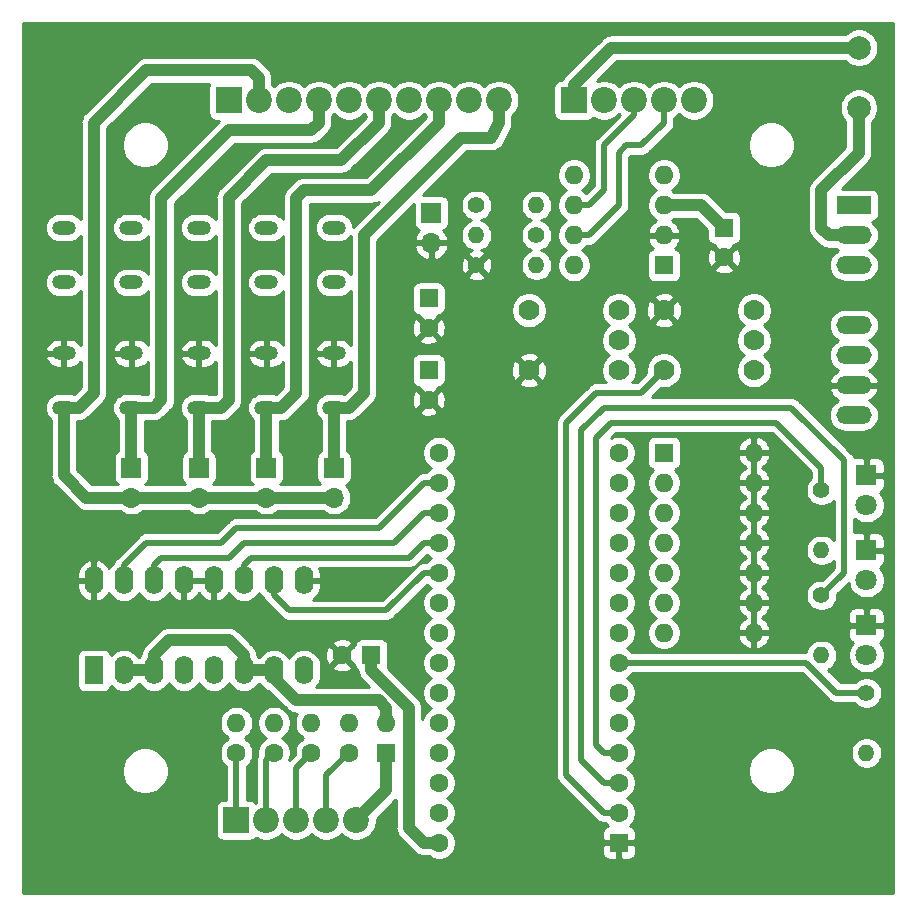
<source format=gtl>
G04 #@! TF.GenerationSoftware,KiCad,Pcbnew,5.1.5-1.fc31*
G04 #@! TF.CreationDate,2020-09-16T10:50:50+01:00*
G04 #@! TF.ProjectId,winctl-1.0,77696e63-746c-42d3-912e-302e6b696361,1.0*
G04 #@! TF.SameCoordinates,Original*
G04 #@! TF.FileFunction,Copper,L1,Top*
G04 #@! TF.FilePolarity,Positive*
%FSLAX46Y46*%
G04 Gerber Fmt 4.6, Leading zero omitted, Abs format (unit mm)*
G04 Created by KiCad (PCBNEW 5.1.5-1.fc31) date 2020-09-16 10:50:50*
%MOMM*%
%LPD*%
G04 APERTURE LIST*
%ADD10O,1.700000X1.700000*%
%ADD11R,1.700000X1.700000*%
%ADD12C,2.200000*%
%ADD13R,2.200000X2.200000*%
%ADD14O,1.400000X1.400000*%
%ADD15C,1.400000*%
%ADD16O,1.600000X1.600000*%
%ADD17R,1.600000X1.600000*%
%ADD18O,2.000000X1.200000*%
%ADD19C,1.600000*%
%ADD20O,3.000000X1.500000*%
%ADD21R,3.000000X1.500000*%
%ADD22C,1.800000*%
%ADD23R,1.800000X1.800000*%
%ADD24O,1.600000X2.400000*%
%ADD25R,1.600000X2.400000*%
%ADD26C,1.778000*%
%ADD27C,2.000000*%
%ADD28C,1.000000*%
%ADD29C,0.500000*%
%ADD30C,0.254000*%
G04 APERTURE END LIST*
D10*
X15240000Y-34290000D03*
D11*
X15240000Y-31750000D03*
D12*
X37465000Y-22225000D03*
X34925000Y-22225000D03*
X32385000Y-22225000D03*
X29845000Y-22225000D03*
D13*
X27305000Y-22225000D03*
D10*
X-10160000Y-55880000D03*
D11*
X-10160000Y-53340000D03*
D10*
X1270000Y-55880000D03*
D11*
X1270000Y-53340000D03*
D10*
X-4445000Y-55880000D03*
D11*
X-4445000Y-53340000D03*
D10*
X6985000Y-55880000D03*
D11*
X6985000Y-53340000D03*
D14*
X24130000Y-36195000D03*
D15*
X19050000Y-36195000D03*
D16*
X42545000Y-52070000D03*
X34925000Y-67310000D03*
X42545000Y-54610000D03*
X34925000Y-64770000D03*
X42545000Y-57150000D03*
X34925000Y-62230000D03*
X42545000Y-59690000D03*
X34925000Y-59690000D03*
X42545000Y-62230000D03*
X34925000Y-57150000D03*
X42545000Y-64770000D03*
X34925000Y-54610000D03*
X42545000Y-67310000D03*
D17*
X34925000Y-52070000D03*
D16*
X11430000Y-74930000D03*
D17*
X11430000Y-77470000D03*
D18*
X6985000Y-48260000D03*
X6985000Y-43640000D03*
X6985000Y-37640000D03*
X6985000Y-33020000D03*
X1270000Y-48260000D03*
X1270000Y-43640000D03*
X1270000Y-37640000D03*
X1270000Y-33020000D03*
X-4445000Y-48260000D03*
X-4445000Y-43640000D03*
X-4445000Y-37640000D03*
X-4445000Y-33020000D03*
X-10160000Y-48260000D03*
X-10160000Y-43640000D03*
X-10160000Y-37640000D03*
X-10160000Y-33020000D03*
X-15875000Y-48260000D03*
X-15875000Y-43640000D03*
X-15875000Y-37640000D03*
X-15875000Y-33020000D03*
D17*
X31115000Y-85090000D03*
D19*
X31115000Y-82550000D03*
X31115000Y-80010000D03*
X31115000Y-77470000D03*
X31115000Y-74930000D03*
X31115000Y-72390000D03*
X31115000Y-69850000D03*
X31115000Y-67310000D03*
X31115000Y-64770000D03*
X31115000Y-62230000D03*
X31115000Y-59690000D03*
X31115000Y-57150000D03*
X31115000Y-54610000D03*
X15875000Y-85090000D03*
X15875000Y-82550000D03*
X15875000Y-80010000D03*
X15875000Y-77470000D03*
X15875000Y-74930000D03*
X15875000Y-72390000D03*
X15875000Y-69850000D03*
X15875000Y-67310000D03*
X15875000Y-64770000D03*
X15875000Y-62230000D03*
X15875000Y-59690000D03*
X15875000Y-57150000D03*
X15875000Y-54610000D03*
X31115000Y-52070000D03*
X15875000Y-52070000D03*
D20*
X51000000Y-48895000D03*
X51000000Y-46355000D03*
X51000000Y-36195000D03*
X51000000Y-43815000D03*
X51000000Y-41275000D03*
X51000000Y-33655000D03*
D21*
X51000000Y-31115000D03*
D14*
X48260000Y-69215000D03*
D15*
X48260000Y-64135000D03*
D14*
X48260000Y-60325000D03*
D15*
X48260000Y-55245000D03*
D22*
X52070000Y-62865000D03*
D23*
X52070000Y-60325000D03*
D22*
X52070000Y-56515000D03*
D23*
X52070000Y-53975000D03*
D14*
X52070000Y-77470000D03*
D15*
X52070000Y-72390000D03*
D22*
X52070000Y-69215000D03*
D23*
X52070000Y-66675000D03*
D12*
X20955000Y-22225000D03*
X18415000Y-22225000D03*
X15875000Y-22225000D03*
X13335000Y-22225000D03*
X10795000Y-22225000D03*
X8255000Y-22225000D03*
X5715000Y-22225000D03*
X3175000Y-22225000D03*
X635000Y-22225000D03*
D13*
X-1905000Y-22225000D03*
D16*
X27305000Y-36195000D03*
X34925000Y-28575000D03*
X27305000Y-33655000D03*
X34925000Y-31115000D03*
X27305000Y-31115000D03*
X34925000Y-33655000D03*
X27305000Y-28575000D03*
D17*
X34925000Y-36195000D03*
D24*
X-13335000Y-62880000D03*
X4445000Y-70500000D03*
X-10795000Y-62880000D03*
X1905000Y-70500000D03*
X-8255000Y-62880000D03*
X-635000Y-70500000D03*
X-5715000Y-62880000D03*
X-3175000Y-70500000D03*
X-3175000Y-62880000D03*
X-5715000Y-70500000D03*
X-635000Y-62880000D03*
X-8255000Y-70500000D03*
X1905000Y-62880000D03*
X-10795000Y-70500000D03*
X4445000Y-62880000D03*
D25*
X-13335000Y-70500000D03*
D26*
X42545000Y-45085000D03*
X42545000Y-42545000D03*
X42545000Y-40005000D03*
X34925000Y-40005000D03*
X34925000Y-45085000D03*
X31115000Y-45085000D03*
X31115000Y-42545000D03*
X31115000Y-40005000D03*
X23495000Y-40005000D03*
X23495000Y-45085000D03*
D14*
X24130000Y-31115000D03*
D15*
X19050000Y-31115000D03*
D14*
X19050000Y-33655000D03*
D15*
X24130000Y-33655000D03*
D16*
X8255000Y-74930000D03*
D19*
X8255000Y-77470000D03*
D16*
X5080000Y-74930000D03*
D19*
X5080000Y-77470000D03*
D16*
X1905000Y-74930000D03*
D19*
X1905000Y-77470000D03*
D16*
X-1270000Y-74930000D03*
D19*
X-1270000Y-77470000D03*
D12*
X8890000Y-83185000D03*
X6350000Y-83185000D03*
X3810000Y-83185000D03*
X1270000Y-83185000D03*
D13*
X-1270000Y-83185000D03*
D27*
X51425000Y-22860000D03*
X51435000Y-17780000D03*
D19*
X15000000Y-41500000D03*
D17*
X15000000Y-39000000D03*
D19*
X15000000Y-47585000D03*
D17*
X15000000Y-45085000D03*
D19*
X40005000Y-35520000D03*
D17*
X40005000Y-33020000D03*
D19*
X7660000Y-69215000D03*
D17*
X10160000Y-69215000D03*
D28*
X38100000Y-31115000D02*
X40005000Y-33020000D01*
X34925000Y-31115000D02*
X38100000Y-31115000D01*
X10160000Y-69215000D02*
X10160000Y-70485000D01*
X10160000Y-70485000D02*
X13335000Y-73660000D01*
X13335000Y-73660000D02*
X13335000Y-83820000D01*
X14605000Y-85090000D02*
X15875000Y-85090000D01*
X13335000Y-83820000D02*
X14605000Y-85090000D01*
X1905000Y-70500000D02*
X-635000Y-70500000D01*
X-6985000Y-67945000D02*
X-8255000Y-69215000D01*
X-1905000Y-67945000D02*
X-6985000Y-67945000D01*
X-635000Y-70500000D02*
X-635000Y-69215000D01*
X-8255000Y-69215000D02*
X-8255000Y-70500000D01*
X-635000Y-69215000D02*
X-1905000Y-67945000D01*
X-8255000Y-70500000D02*
X-10795000Y-70500000D01*
X3810000Y-73025000D02*
X1905000Y-71120000D01*
X10795000Y-73025000D02*
X3810000Y-73025000D01*
X11430000Y-74930000D02*
X11430000Y-73660000D01*
X11430000Y-73660000D02*
X10795000Y-73025000D01*
X11430000Y-80645000D02*
X8890000Y-83185000D01*
X11430000Y-77470000D02*
X11430000Y-80645000D01*
X51425000Y-26680000D02*
X51425000Y-22860000D01*
X48260000Y-29845000D02*
X51425000Y-26680000D01*
X51000000Y-33655000D02*
X48895000Y-33655000D01*
X48260000Y-33020000D02*
X48260000Y-29845000D01*
X48895000Y-33655000D02*
X48260000Y-33020000D01*
X39370000Y-17780000D02*
X51435000Y-17780000D01*
X32385000Y-17780000D02*
X39370000Y-17780000D01*
X27305000Y-22225000D02*
X27305000Y-20955000D01*
X27305000Y-20955000D02*
X30480000Y-17780000D01*
X30480000Y-17780000D02*
X32385000Y-17780000D01*
D29*
X6350000Y-79375000D02*
X8255000Y-77470000D01*
X6350000Y-83185000D02*
X6350000Y-79375000D01*
X3810000Y-78740000D02*
X5080000Y-77470000D01*
X3810000Y-83185000D02*
X3810000Y-78740000D01*
X1270000Y-78105000D02*
X1905000Y-77470000D01*
X1270000Y-83185000D02*
X1270000Y-78105000D01*
X-1270000Y-83185000D02*
X-1270000Y-77470000D01*
D28*
X6985000Y-53340000D02*
X6985000Y-48260000D01*
X20955000Y-24130000D02*
X20955000Y-22225000D01*
X6985000Y-48260000D02*
X8255000Y-48260000D01*
X20320000Y-25400000D02*
X20955000Y-24130000D01*
X8255000Y-48260000D02*
X9525000Y-46990000D01*
X9525000Y-46990000D02*
X9525000Y-33655000D01*
X9525000Y-33655000D02*
X17780000Y-25400000D01*
X17780000Y-25400000D02*
X20320000Y-25400000D01*
X10160000Y-29845000D02*
X15875000Y-24130000D01*
X2540000Y-48260000D02*
X3810000Y-46990000D01*
X3810000Y-30480000D02*
X4445000Y-29845000D01*
X15875000Y-24130000D02*
X15875000Y-22225000D01*
X3810000Y-46990000D02*
X3810000Y-30480000D01*
X1270000Y-48260000D02*
X2540000Y-48260000D01*
X4445000Y-29845000D02*
X10160000Y-29845000D01*
X1270000Y-53340000D02*
X1270000Y-48260000D01*
X10795000Y-24130000D02*
X10795000Y-22225000D01*
X7620000Y-27305000D02*
X10795000Y-24130000D01*
X-2540000Y-48260000D02*
X-1905000Y-47625000D01*
X-4445000Y-48260000D02*
X-2540000Y-48260000D01*
X-1905000Y-30480000D02*
X1270000Y-27305000D01*
X-1905000Y-47625000D02*
X-1905000Y-30480000D01*
X1270000Y-27305000D02*
X7620000Y-27305000D01*
X-4445000Y-53340000D02*
X-4445000Y-48260000D01*
X5715000Y-24130000D02*
X5715000Y-22225000D01*
X5080000Y-24765000D02*
X5715000Y-24130000D01*
X-8255000Y-48260000D02*
X-7620000Y-47625000D01*
X-7620000Y-30480000D02*
X-1905000Y-24765000D01*
X-1905000Y-24765000D02*
X5080000Y-24765000D01*
X-7620000Y-47625000D02*
X-7620000Y-30480000D01*
X-10160000Y-48260000D02*
X-8255000Y-48260000D01*
X-10160000Y-53340000D02*
X-10160000Y-48260000D01*
X-10160000Y-55880000D02*
X-4445000Y-55880000D01*
X-14605000Y-48260000D02*
X-13335000Y-46990000D01*
X-13335000Y-24130000D02*
X-8890000Y-19685000D01*
X0Y-19685000D02*
X635000Y-20320000D01*
X-13335000Y-46990000D02*
X-13335000Y-24130000D01*
X635000Y-20320000D02*
X635000Y-22225000D01*
X-15875000Y-48260000D02*
X-14605000Y-48260000D01*
X-8890000Y-19685000D02*
X0Y-19685000D01*
X-15875000Y-48260000D02*
X-15875000Y-53975000D01*
X-15875000Y-53975000D02*
X-13970000Y-55880000D01*
X-13970000Y-55880000D02*
X-10160000Y-55880000D01*
X-4445000Y-55880000D02*
X1270000Y-55880000D01*
X1270000Y-55880000D02*
X6985000Y-55880000D01*
D29*
X28575000Y-33655000D02*
X31115000Y-31115000D01*
X31115000Y-31115000D02*
X31115000Y-26670000D01*
X27305000Y-33655000D02*
X28575000Y-33655000D01*
X31115000Y-26670000D02*
X31750000Y-26035000D01*
X34925000Y-22225000D02*
X34925000Y-24130000D01*
X31750000Y-26035000D02*
X33020000Y-26035000D01*
X34925000Y-24130000D02*
X33020000Y-26035000D01*
X29845000Y-29845000D02*
X28575000Y-31115000D01*
X31115000Y-24765000D02*
X29845000Y-26035000D01*
X28575000Y-31115000D02*
X27305000Y-31115000D01*
X29845000Y-26035000D02*
X29845000Y-29845000D01*
X32385000Y-22225000D02*
X32385000Y-23495000D01*
X32385000Y-23495000D02*
X31115000Y-24765000D01*
X10795000Y-58420000D02*
X14605000Y-54610000D01*
X-10795000Y-61595000D02*
X-8890000Y-59690000D01*
X14605000Y-54610000D02*
X15875000Y-54610000D01*
X-10795000Y-62880000D02*
X-10795000Y-61595000D01*
X-2540000Y-59690000D02*
X-1270000Y-58420000D01*
X-1270000Y-58420000D02*
X10795000Y-58420000D01*
X-8890000Y-59690000D02*
X-2540000Y-59690000D01*
X-7620000Y-60960000D02*
X-8255000Y-61595000D01*
X14605000Y-57150000D02*
X12065000Y-59690000D01*
X15875000Y-57150000D02*
X14605000Y-57150000D01*
X12065000Y-59690000D02*
X-635000Y-59690000D01*
X-1905000Y-60960000D02*
X-7620000Y-60960000D01*
X-8255000Y-61595000D02*
X-8255000Y-62880000D01*
X-635000Y-59690000D02*
X-1905000Y-60960000D01*
X13335000Y-60960000D02*
X14605000Y-59690000D01*
X0Y-60960000D02*
X13335000Y-60960000D01*
X-635000Y-61595000D02*
X0Y-60960000D01*
X14605000Y-59690000D02*
X15875000Y-59690000D01*
X-635000Y-62880000D02*
X-635000Y-61595000D01*
X1905000Y-62880000D02*
X1905000Y-64135000D01*
X1905000Y-64135000D02*
X3175000Y-65405000D01*
X3175000Y-65405000D02*
X11430000Y-65405000D01*
X14605000Y-62230000D02*
X15875000Y-62230000D01*
X11430000Y-65405000D02*
X14605000Y-62230000D01*
X31115000Y-82550000D02*
X29845000Y-82550000D01*
X29845000Y-82550000D02*
X26670000Y-79375000D01*
X26670000Y-79375000D02*
X26670000Y-49530000D01*
X26670000Y-49530000D02*
X29210000Y-46990000D01*
X33020000Y-46990000D02*
X34925000Y-45085000D01*
X29210000Y-46990000D02*
X33020000Y-46990000D01*
X46990000Y-69850000D02*
X49530000Y-72390000D01*
X31115000Y-69850000D02*
X46990000Y-69850000D01*
X49530000Y-72390000D02*
X52070000Y-72390000D01*
X31115000Y-77470000D02*
X29845000Y-77470000D01*
X29845000Y-77470000D02*
X29210000Y-76835000D01*
X29210000Y-76835000D02*
X29210000Y-50800000D01*
X29210000Y-50800000D02*
X30480000Y-49530000D01*
X30480000Y-49530000D02*
X44450000Y-49530000D01*
X48260000Y-53340000D02*
X48260000Y-55245000D01*
X44450000Y-49530000D02*
X48260000Y-53340000D01*
X50165000Y-62230000D02*
X48260000Y-64135000D01*
X50165000Y-52705000D02*
X50165000Y-62230000D01*
X29845000Y-80010000D02*
X27940000Y-78105000D01*
X27940000Y-78105000D02*
X27940000Y-50165000D01*
X31115000Y-80010000D02*
X29845000Y-80010000D01*
X45720000Y-48260000D02*
X50165000Y-52705000D01*
X27940000Y-50165000D02*
X29845000Y-48260000D01*
X29845000Y-48260000D02*
X45720000Y-48260000D01*
D30*
G36*
X54315000Y-89315000D02*
G01*
X-19315000Y-89315000D01*
X-19315000Y-78804495D01*
X-10985000Y-78804495D01*
X-10985000Y-79195505D01*
X-10908718Y-79579003D01*
X-10759085Y-79940250D01*
X-10541851Y-80265364D01*
X-10265364Y-80541851D01*
X-9940250Y-80759085D01*
X-9579003Y-80908718D01*
X-9195505Y-80985000D01*
X-8804495Y-80985000D01*
X-8420997Y-80908718D01*
X-8059750Y-80759085D01*
X-7734636Y-80541851D01*
X-7458149Y-80265364D01*
X-7240915Y-79940250D01*
X-7091282Y-79579003D01*
X-7015000Y-79195505D01*
X-7015000Y-78804495D01*
X-7091282Y-78420997D01*
X-7240915Y-78059750D01*
X-7458149Y-77734636D01*
X-7734636Y-77458149D01*
X-8059750Y-77240915D01*
X-8420997Y-77091282D01*
X-8804495Y-77015000D01*
X-9195505Y-77015000D01*
X-9579003Y-77091282D01*
X-9940250Y-77240915D01*
X-10265364Y-77458149D01*
X-10541851Y-77734636D01*
X-10759085Y-78059750D01*
X-10908718Y-78420997D01*
X-10985000Y-78804495D01*
X-19315000Y-78804495D01*
X-19315000Y-69300000D01*
X-14773072Y-69300000D01*
X-14773072Y-71700000D01*
X-14760812Y-71824482D01*
X-14724502Y-71944180D01*
X-14665537Y-72054494D01*
X-14586185Y-72151185D01*
X-14489494Y-72230537D01*
X-14379180Y-72289502D01*
X-14259482Y-72325812D01*
X-14135000Y-72338072D01*
X-12535000Y-72338072D01*
X-12410518Y-72325812D01*
X-12290820Y-72289502D01*
X-12180506Y-72230537D01*
X-12083815Y-72151185D01*
X-12004463Y-72054494D01*
X-11945498Y-71944180D01*
X-11909188Y-71824482D01*
X-11907419Y-71806517D01*
X-11814607Y-71919608D01*
X-11596100Y-72098932D01*
X-11346807Y-72232182D01*
X-11076308Y-72314236D01*
X-10795000Y-72341943D01*
X-10513691Y-72314236D01*
X-10243192Y-72232182D01*
X-9993899Y-72098932D01*
X-9775392Y-71919608D01*
X-9596068Y-71701101D01*
X-9560736Y-71635000D01*
X-9489264Y-71635000D01*
X-9453932Y-71701101D01*
X-9274607Y-71919608D01*
X-9056100Y-72098932D01*
X-8806807Y-72232182D01*
X-8536308Y-72314236D01*
X-8255000Y-72341943D01*
X-7973691Y-72314236D01*
X-7703192Y-72232182D01*
X-7453899Y-72098932D01*
X-7235392Y-71919608D01*
X-7056068Y-71701101D01*
X-6985000Y-71568142D01*
X-6913932Y-71701101D01*
X-6734607Y-71919608D01*
X-6516100Y-72098932D01*
X-6266807Y-72232182D01*
X-5996308Y-72314236D01*
X-5715000Y-72341943D01*
X-5433691Y-72314236D01*
X-5163192Y-72232182D01*
X-4913899Y-72098932D01*
X-4695392Y-71919608D01*
X-4516068Y-71701101D01*
X-4445000Y-71568142D01*
X-4373932Y-71701101D01*
X-4194607Y-71919608D01*
X-3976100Y-72098932D01*
X-3726807Y-72232182D01*
X-3456308Y-72314236D01*
X-3175000Y-72341943D01*
X-2893691Y-72314236D01*
X-2623192Y-72232182D01*
X-2373899Y-72098932D01*
X-2155392Y-71919608D01*
X-1976068Y-71701101D01*
X-1905000Y-71568142D01*
X-1833932Y-71701101D01*
X-1654607Y-71919608D01*
X-1436100Y-72098932D01*
X-1186807Y-72232182D01*
X-916308Y-72314236D01*
X-635000Y-72341943D01*
X-353691Y-72314236D01*
X-83192Y-72232182D01*
X166101Y-72098932D01*
X384608Y-71919608D01*
X563932Y-71701101D01*
X599264Y-71635000D01*
X670736Y-71635000D01*
X706068Y-71701101D01*
X885393Y-71919608D01*
X1103900Y-72098932D01*
X1353193Y-72232182D01*
X1437679Y-72257810D01*
X2968009Y-73788141D01*
X3003551Y-73831449D01*
X3176377Y-73973284D01*
X3373553Y-74078676D01*
X3587501Y-74143577D01*
X3810000Y-74165491D01*
X3865752Y-74160000D01*
X3868638Y-74160000D01*
X3808320Y-74250273D01*
X3700147Y-74511426D01*
X3645000Y-74788665D01*
X3645000Y-75071335D01*
X3700147Y-75348574D01*
X3808320Y-75609727D01*
X3965363Y-75844759D01*
X4165241Y-76044637D01*
X4397759Y-76200000D01*
X4165241Y-76355363D01*
X3965363Y-76555241D01*
X3808320Y-76790273D01*
X3700147Y-77051426D01*
X3645000Y-77328665D01*
X3645000Y-77611335D01*
X3651983Y-77646439D01*
X3214951Y-78083471D01*
X3198548Y-78096932D01*
X3284853Y-77888574D01*
X3340000Y-77611335D01*
X3340000Y-77328665D01*
X3284853Y-77051426D01*
X3176680Y-76790273D01*
X3019637Y-76555241D01*
X2819759Y-76355363D01*
X2587241Y-76200000D01*
X2819759Y-76044637D01*
X3019637Y-75844759D01*
X3176680Y-75609727D01*
X3284853Y-75348574D01*
X3340000Y-75071335D01*
X3340000Y-74788665D01*
X3284853Y-74511426D01*
X3176680Y-74250273D01*
X3019637Y-74015241D01*
X2819759Y-73815363D01*
X2584727Y-73658320D01*
X2323574Y-73550147D01*
X2046335Y-73495000D01*
X1763665Y-73495000D01*
X1486426Y-73550147D01*
X1225273Y-73658320D01*
X990241Y-73815363D01*
X790363Y-74015241D01*
X633320Y-74250273D01*
X525147Y-74511426D01*
X470000Y-74788665D01*
X470000Y-75071335D01*
X525147Y-75348574D01*
X633320Y-75609727D01*
X790363Y-75844759D01*
X990241Y-76044637D01*
X1222759Y-76200000D01*
X990241Y-76355363D01*
X790363Y-76555241D01*
X633320Y-76790273D01*
X525147Y-77051426D01*
X470000Y-77328665D01*
X470000Y-77611335D01*
X486376Y-77693661D01*
X448412Y-77764687D01*
X397805Y-77931510D01*
X380719Y-78105000D01*
X385001Y-78148476D01*
X385000Y-81689671D01*
X347557Y-81714690D01*
X281185Y-81633815D01*
X184494Y-81554463D01*
X74180Y-81495498D01*
X-45518Y-81459188D01*
X-170000Y-81446928D01*
X-385000Y-81446928D01*
X-385000Y-78604521D01*
X-355241Y-78584637D01*
X-155363Y-78384759D01*
X1680Y-78149727D01*
X109853Y-77888574D01*
X165000Y-77611335D01*
X165000Y-77328665D01*
X109853Y-77051426D01*
X1680Y-76790273D01*
X-155363Y-76555241D01*
X-355241Y-76355363D01*
X-587759Y-76200000D01*
X-355241Y-76044637D01*
X-155363Y-75844759D01*
X1680Y-75609727D01*
X109853Y-75348574D01*
X165000Y-75071335D01*
X165000Y-74788665D01*
X109853Y-74511426D01*
X1680Y-74250273D01*
X-155363Y-74015241D01*
X-355241Y-73815363D01*
X-590273Y-73658320D01*
X-851426Y-73550147D01*
X-1128665Y-73495000D01*
X-1411335Y-73495000D01*
X-1688574Y-73550147D01*
X-1949727Y-73658320D01*
X-2184759Y-73815363D01*
X-2384637Y-74015241D01*
X-2541680Y-74250273D01*
X-2649853Y-74511426D01*
X-2705000Y-74788665D01*
X-2705000Y-75071335D01*
X-2649853Y-75348574D01*
X-2541680Y-75609727D01*
X-2384637Y-75844759D01*
X-2184759Y-76044637D01*
X-1952241Y-76200000D01*
X-2184759Y-76355363D01*
X-2384637Y-76555241D01*
X-2541680Y-76790273D01*
X-2649853Y-77051426D01*
X-2705000Y-77328665D01*
X-2705000Y-77611335D01*
X-2649853Y-77888574D01*
X-2541680Y-78149727D01*
X-2384637Y-78384759D01*
X-2184759Y-78584637D01*
X-2154999Y-78604522D01*
X-2155000Y-81446928D01*
X-2370000Y-81446928D01*
X-2494482Y-81459188D01*
X-2614180Y-81495498D01*
X-2724494Y-81554463D01*
X-2821185Y-81633815D01*
X-2900537Y-81730506D01*
X-2959502Y-81840820D01*
X-2995812Y-81960518D01*
X-3008072Y-82085000D01*
X-3008072Y-84285000D01*
X-2995812Y-84409482D01*
X-2959502Y-84529180D01*
X-2900537Y-84639494D01*
X-2821185Y-84736185D01*
X-2724494Y-84815537D01*
X-2614180Y-84874502D01*
X-2494482Y-84910812D01*
X-2370000Y-84923072D01*
X-170000Y-84923072D01*
X-45518Y-84910812D01*
X74180Y-84874502D01*
X184494Y-84815537D01*
X281185Y-84736185D01*
X347557Y-84655310D01*
X448169Y-84722537D01*
X763919Y-84853325D01*
X1099117Y-84920000D01*
X1440883Y-84920000D01*
X1776081Y-84853325D01*
X2091831Y-84722537D01*
X2375998Y-84532663D01*
X2540000Y-84368661D01*
X2704002Y-84532663D01*
X2988169Y-84722537D01*
X3303919Y-84853325D01*
X3639117Y-84920000D01*
X3980883Y-84920000D01*
X4316081Y-84853325D01*
X4631831Y-84722537D01*
X4915998Y-84532663D01*
X5080000Y-84368661D01*
X5244002Y-84532663D01*
X5528169Y-84722537D01*
X5843919Y-84853325D01*
X6179117Y-84920000D01*
X6520883Y-84920000D01*
X6856081Y-84853325D01*
X7171831Y-84722537D01*
X7455998Y-84532663D01*
X7620000Y-84368661D01*
X7784002Y-84532663D01*
X8068169Y-84722537D01*
X8383919Y-84853325D01*
X8719117Y-84920000D01*
X9060883Y-84920000D01*
X9396081Y-84853325D01*
X9711831Y-84722537D01*
X9995998Y-84532663D01*
X10237663Y-84290998D01*
X10427537Y-84006831D01*
X10558325Y-83691081D01*
X10625000Y-83355883D01*
X10625000Y-83055131D01*
X12193141Y-81486991D01*
X12200001Y-81481361D01*
X12200001Y-83764239D01*
X12194509Y-83820000D01*
X12216423Y-84042498D01*
X12281324Y-84256446D01*
X12318959Y-84326856D01*
X12386717Y-84453623D01*
X12528552Y-84626449D01*
X12571860Y-84661991D01*
X13763008Y-85853140D01*
X13798551Y-85896449D01*
X13971377Y-86038284D01*
X14168553Y-86143676D01*
X14332705Y-86193471D01*
X14382500Y-86208577D01*
X14403493Y-86210644D01*
X14549248Y-86225000D01*
X14549255Y-86225000D01*
X14604999Y-86230490D01*
X14660743Y-86225000D01*
X14990716Y-86225000D01*
X15195273Y-86361680D01*
X15456426Y-86469853D01*
X15733665Y-86525000D01*
X16016335Y-86525000D01*
X16293574Y-86469853D01*
X16554727Y-86361680D01*
X16789759Y-86204637D01*
X16989637Y-86004759D01*
X17066316Y-85890000D01*
X29676928Y-85890000D01*
X29689188Y-86014482D01*
X29725498Y-86134180D01*
X29784463Y-86244494D01*
X29863815Y-86341185D01*
X29960506Y-86420537D01*
X30070820Y-86479502D01*
X30190518Y-86515812D01*
X30315000Y-86528072D01*
X30829250Y-86525000D01*
X30988000Y-86366250D01*
X30988000Y-85217000D01*
X31242000Y-85217000D01*
X31242000Y-86366250D01*
X31400750Y-86525000D01*
X31915000Y-86528072D01*
X32039482Y-86515812D01*
X32159180Y-86479502D01*
X32269494Y-86420537D01*
X32366185Y-86341185D01*
X32445537Y-86244494D01*
X32504502Y-86134180D01*
X32540812Y-86014482D01*
X32553072Y-85890000D01*
X32550000Y-85375750D01*
X32391250Y-85217000D01*
X31242000Y-85217000D01*
X30988000Y-85217000D01*
X29838750Y-85217000D01*
X29680000Y-85375750D01*
X29676928Y-85890000D01*
X17066316Y-85890000D01*
X17146680Y-85769727D01*
X17254853Y-85508574D01*
X17310000Y-85231335D01*
X17310000Y-84948665D01*
X17254853Y-84671426D01*
X17146680Y-84410273D01*
X16989637Y-84175241D01*
X16789759Y-83975363D01*
X16557241Y-83820000D01*
X16789759Y-83664637D01*
X16989637Y-83464759D01*
X17146680Y-83229727D01*
X17254853Y-82968574D01*
X17310000Y-82691335D01*
X17310000Y-82408665D01*
X17254853Y-82131426D01*
X17146680Y-81870273D01*
X16989637Y-81635241D01*
X16789759Y-81435363D01*
X16557241Y-81280000D01*
X16789759Y-81124637D01*
X16989637Y-80924759D01*
X17146680Y-80689727D01*
X17254853Y-80428574D01*
X17310000Y-80151335D01*
X17310000Y-79868665D01*
X17254853Y-79591426D01*
X17146680Y-79330273D01*
X16989637Y-79095241D01*
X16789759Y-78895363D01*
X16557241Y-78740000D01*
X16789759Y-78584637D01*
X16989637Y-78384759D01*
X17146680Y-78149727D01*
X17254853Y-77888574D01*
X17310000Y-77611335D01*
X17310000Y-77328665D01*
X17254853Y-77051426D01*
X17146680Y-76790273D01*
X16989637Y-76555241D01*
X16789759Y-76355363D01*
X16557241Y-76200000D01*
X16789759Y-76044637D01*
X16989637Y-75844759D01*
X17146680Y-75609727D01*
X17254853Y-75348574D01*
X17310000Y-75071335D01*
X17310000Y-74788665D01*
X17254853Y-74511426D01*
X17146680Y-74250273D01*
X16989637Y-74015241D01*
X16789759Y-73815363D01*
X16557241Y-73660000D01*
X16789759Y-73504637D01*
X16989637Y-73304759D01*
X17146680Y-73069727D01*
X17254853Y-72808574D01*
X17310000Y-72531335D01*
X17310000Y-72248665D01*
X17254853Y-71971426D01*
X17146680Y-71710273D01*
X16989637Y-71475241D01*
X16789759Y-71275363D01*
X16557241Y-71120000D01*
X16789759Y-70964637D01*
X16989637Y-70764759D01*
X17146680Y-70529727D01*
X17254853Y-70268574D01*
X17310000Y-69991335D01*
X17310000Y-69708665D01*
X17254853Y-69431426D01*
X17146680Y-69170273D01*
X16989637Y-68935241D01*
X16789759Y-68735363D01*
X16557241Y-68580000D01*
X16789759Y-68424637D01*
X16989637Y-68224759D01*
X17146680Y-67989727D01*
X17254853Y-67728574D01*
X17310000Y-67451335D01*
X17310000Y-67168665D01*
X17254853Y-66891426D01*
X17146680Y-66630273D01*
X16989637Y-66395241D01*
X16789759Y-66195363D01*
X16557241Y-66040000D01*
X16789759Y-65884637D01*
X16989637Y-65684759D01*
X17146680Y-65449727D01*
X17254853Y-65188574D01*
X17310000Y-64911335D01*
X17310000Y-64628665D01*
X17254853Y-64351426D01*
X17146680Y-64090273D01*
X16989637Y-63855241D01*
X16789759Y-63655363D01*
X16557241Y-63500000D01*
X16789759Y-63344637D01*
X16989637Y-63144759D01*
X17146680Y-62909727D01*
X17254853Y-62648574D01*
X17310000Y-62371335D01*
X17310000Y-62088665D01*
X17254853Y-61811426D01*
X17146680Y-61550273D01*
X16989637Y-61315241D01*
X16789759Y-61115363D01*
X16557241Y-60960000D01*
X16789759Y-60804637D01*
X16989637Y-60604759D01*
X17146680Y-60369727D01*
X17254853Y-60108574D01*
X17310000Y-59831335D01*
X17310000Y-59548665D01*
X17254853Y-59271426D01*
X17146680Y-59010273D01*
X16989637Y-58775241D01*
X16789759Y-58575363D01*
X16557241Y-58420000D01*
X16789759Y-58264637D01*
X16989637Y-58064759D01*
X17146680Y-57829727D01*
X17254853Y-57568574D01*
X17310000Y-57291335D01*
X17310000Y-57008665D01*
X17254853Y-56731426D01*
X17146680Y-56470273D01*
X16989637Y-56235241D01*
X16789759Y-56035363D01*
X16557241Y-55880000D01*
X16789759Y-55724637D01*
X16989637Y-55524759D01*
X17146680Y-55289727D01*
X17254853Y-55028574D01*
X17310000Y-54751335D01*
X17310000Y-54468665D01*
X17254853Y-54191426D01*
X17146680Y-53930273D01*
X16989637Y-53695241D01*
X16789759Y-53495363D01*
X16557241Y-53340000D01*
X16789759Y-53184637D01*
X16989637Y-52984759D01*
X17146680Y-52749727D01*
X17254853Y-52488574D01*
X17310000Y-52211335D01*
X17310000Y-51928665D01*
X17254853Y-51651426D01*
X17146680Y-51390273D01*
X16989637Y-51155241D01*
X16789759Y-50955363D01*
X16554727Y-50798320D01*
X16293574Y-50690147D01*
X16016335Y-50635000D01*
X15733665Y-50635000D01*
X15456426Y-50690147D01*
X15195273Y-50798320D01*
X14960241Y-50955363D01*
X14760363Y-51155241D01*
X14603320Y-51390273D01*
X14495147Y-51651426D01*
X14440000Y-51928665D01*
X14440000Y-52211335D01*
X14495147Y-52488574D01*
X14603320Y-52749727D01*
X14760363Y-52984759D01*
X14960241Y-53184637D01*
X15192759Y-53340000D01*
X14960241Y-53495363D01*
X14760363Y-53695241D01*
X14740479Y-53725000D01*
X14648469Y-53725000D01*
X14605000Y-53720719D01*
X14561531Y-53725000D01*
X14561523Y-53725000D01*
X14431510Y-53737805D01*
X14264686Y-53788411D01*
X14110941Y-53870589D01*
X14009953Y-53953468D01*
X14009951Y-53953470D01*
X13976183Y-53981183D01*
X13948470Y-54014951D01*
X10428422Y-57535000D01*
X-1226535Y-57535000D01*
X-1270001Y-57530719D01*
X-1313467Y-57535000D01*
X-1313477Y-57535000D01*
X-1443490Y-57547805D01*
X-1610313Y-57598411D01*
X-1764059Y-57680589D01*
X-1764061Y-57680590D01*
X-1764060Y-57680590D01*
X-1865047Y-57763468D01*
X-1865049Y-57763470D01*
X-1898817Y-57791183D01*
X-1926530Y-57824951D01*
X-2906578Y-58805000D01*
X-8846531Y-58805000D01*
X-8890000Y-58800719D01*
X-8933469Y-58805000D01*
X-8933477Y-58805000D01*
X-9063490Y-58817805D01*
X-9230313Y-58868411D01*
X-9279053Y-58894463D01*
X-9384059Y-58950589D01*
X-9485047Y-59033468D01*
X-9485049Y-59033470D01*
X-9518817Y-59061183D01*
X-9546530Y-59094951D01*
X-11390049Y-60938471D01*
X-11423816Y-60966183D01*
X-11451529Y-60999951D01*
X-11451532Y-60999954D01*
X-11534410Y-61100941D01*
X-11616588Y-61254687D01*
X-11634035Y-61312200D01*
X-11814608Y-61460393D01*
X-11993932Y-61678900D01*
X-12062265Y-61806742D01*
X-12212399Y-61577161D01*
X-12410105Y-61375500D01*
X-12643354Y-61216285D01*
X-12903182Y-61105633D01*
X-12985961Y-61088096D01*
X-13208000Y-61210085D01*
X-13208000Y-62753000D01*
X-13188000Y-62753000D01*
X-13188000Y-63007000D01*
X-13208000Y-63007000D01*
X-13208000Y-64549915D01*
X-12985961Y-64671904D01*
X-12903182Y-64654367D01*
X-12643354Y-64543715D01*
X-12410105Y-64384500D01*
X-12212399Y-64182839D01*
X-12062265Y-63953259D01*
X-11993932Y-64081101D01*
X-11814607Y-64299608D01*
X-11596100Y-64478932D01*
X-11346807Y-64612182D01*
X-11076308Y-64694236D01*
X-10795000Y-64721943D01*
X-10513691Y-64694236D01*
X-10243192Y-64612182D01*
X-9993899Y-64478932D01*
X-9775392Y-64299608D01*
X-9596068Y-64081101D01*
X-9525000Y-63948142D01*
X-9453932Y-64081101D01*
X-9274607Y-64299608D01*
X-9056100Y-64478932D01*
X-8806807Y-64612182D01*
X-8536308Y-64694236D01*
X-8255000Y-64721943D01*
X-7973691Y-64694236D01*
X-7703192Y-64612182D01*
X-7453899Y-64478932D01*
X-7235392Y-64299608D01*
X-7056068Y-64081101D01*
X-6987735Y-63953259D01*
X-6837601Y-64182839D01*
X-6639895Y-64384500D01*
X-6406646Y-64543715D01*
X-6146818Y-64654367D01*
X-6064039Y-64671904D01*
X-5842000Y-64549915D01*
X-5842000Y-63007000D01*
X-5588000Y-63007000D01*
X-5588000Y-64549915D01*
X-5365961Y-64671904D01*
X-5283182Y-64654367D01*
X-5023354Y-64543715D01*
X-4790105Y-64384500D01*
X-4592399Y-64182839D01*
X-4445000Y-63957441D01*
X-4297601Y-64182839D01*
X-4099895Y-64384500D01*
X-3866646Y-64543715D01*
X-3606818Y-64654367D01*
X-3524039Y-64671904D01*
X-3302000Y-64549915D01*
X-3302000Y-63007000D01*
X-5588000Y-63007000D01*
X-5842000Y-63007000D01*
X-5862000Y-63007000D01*
X-5862000Y-62753000D01*
X-5842000Y-62753000D01*
X-5842000Y-62733000D01*
X-5588000Y-62733000D01*
X-5588000Y-62753000D01*
X-3302000Y-62753000D01*
X-3302000Y-62733000D01*
X-3048000Y-62733000D01*
X-3048000Y-62753000D01*
X-3028000Y-62753000D01*
X-3028000Y-63007000D01*
X-3048000Y-63007000D01*
X-3048000Y-64549915D01*
X-2825961Y-64671904D01*
X-2743182Y-64654367D01*
X-2483354Y-64543715D01*
X-2250105Y-64384500D01*
X-2052399Y-64182839D01*
X-1902265Y-63953259D01*
X-1833932Y-64081101D01*
X-1654607Y-64299608D01*
X-1436100Y-64478932D01*
X-1186807Y-64612182D01*
X-916308Y-64694236D01*
X-635000Y-64721943D01*
X-353691Y-64694236D01*
X-83192Y-64612182D01*
X166101Y-64478932D01*
X384608Y-64299608D01*
X563932Y-64081101D01*
X635000Y-63948142D01*
X706068Y-64081101D01*
X885393Y-64299608D01*
X1078082Y-64457744D01*
X1083412Y-64475313D01*
X1165590Y-64629059D01*
X1248468Y-64730046D01*
X1248471Y-64730049D01*
X1276184Y-64763817D01*
X1309951Y-64791529D01*
X2518470Y-66000049D01*
X2546183Y-66033817D01*
X2579951Y-66061530D01*
X2579953Y-66061532D01*
X2651452Y-66120210D01*
X2680941Y-66144411D01*
X2834687Y-66226589D01*
X3001510Y-66277195D01*
X3131523Y-66290000D01*
X3131533Y-66290000D01*
X3174999Y-66294281D01*
X3218465Y-66290000D01*
X11386531Y-66290000D01*
X11430000Y-66294281D01*
X11473469Y-66290000D01*
X11473477Y-66290000D01*
X11603490Y-66277195D01*
X11770313Y-66226589D01*
X11924059Y-66144411D01*
X12058817Y-66033817D01*
X12086534Y-66000044D01*
X14851091Y-63235487D01*
X14960241Y-63344637D01*
X15192759Y-63500000D01*
X14960241Y-63655363D01*
X14760363Y-63855241D01*
X14603320Y-64090273D01*
X14495147Y-64351426D01*
X14440000Y-64628665D01*
X14440000Y-64911335D01*
X14495147Y-65188574D01*
X14603320Y-65449727D01*
X14760363Y-65684759D01*
X14960241Y-65884637D01*
X15192759Y-66040000D01*
X14960241Y-66195363D01*
X14760363Y-66395241D01*
X14603320Y-66630273D01*
X14495147Y-66891426D01*
X14440000Y-67168665D01*
X14440000Y-67451335D01*
X14495147Y-67728574D01*
X14603320Y-67989727D01*
X14760363Y-68224759D01*
X14960241Y-68424637D01*
X15192759Y-68580000D01*
X14960241Y-68735363D01*
X14760363Y-68935241D01*
X14603320Y-69170273D01*
X14495147Y-69431426D01*
X14440000Y-69708665D01*
X14440000Y-69991335D01*
X14495147Y-70268574D01*
X14603320Y-70529727D01*
X14760363Y-70764759D01*
X14960241Y-70964637D01*
X15192759Y-71120000D01*
X14960241Y-71275363D01*
X14760363Y-71475241D01*
X14603320Y-71710273D01*
X14495147Y-71971426D01*
X14440000Y-72248665D01*
X14440000Y-72531335D01*
X14495147Y-72808574D01*
X14603320Y-73069727D01*
X14760363Y-73304759D01*
X14960241Y-73504637D01*
X15192759Y-73660000D01*
X14960241Y-73815363D01*
X14760363Y-74015241D01*
X14603320Y-74250273D01*
X14495147Y-74511426D01*
X14470000Y-74637847D01*
X14470000Y-73715751D01*
X14475491Y-73659999D01*
X14453577Y-73437501D01*
X14388676Y-73223553D01*
X14338356Y-73129411D01*
X14283284Y-73026377D01*
X14141449Y-72853551D01*
X14098141Y-72818009D01*
X11545952Y-70265821D01*
X11549502Y-70259180D01*
X11585812Y-70139482D01*
X11598072Y-70015000D01*
X11598072Y-68415000D01*
X11585812Y-68290518D01*
X11549502Y-68170820D01*
X11490537Y-68060506D01*
X11411185Y-67963815D01*
X11314494Y-67884463D01*
X11204180Y-67825498D01*
X11084482Y-67789188D01*
X10960000Y-67776928D01*
X9360000Y-67776928D01*
X9235518Y-67789188D01*
X9115820Y-67825498D01*
X9005506Y-67884463D01*
X8908815Y-67963815D01*
X8829463Y-68060506D01*
X8770498Y-68170820D01*
X8734188Y-68290518D01*
X8721928Y-68415000D01*
X8721928Y-68422215D01*
X8652702Y-68401903D01*
X7839605Y-69215000D01*
X8652702Y-70028097D01*
X8721928Y-70007785D01*
X8721928Y-70015000D01*
X8734188Y-70139482D01*
X8770498Y-70259180D01*
X8829463Y-70369494D01*
X8908815Y-70466185D01*
X9005506Y-70545537D01*
X9026581Y-70556802D01*
X9041423Y-70707499D01*
X9106324Y-70921447D01*
X9211717Y-71118623D01*
X9353552Y-71291449D01*
X9396860Y-71326991D01*
X9959869Y-71890000D01*
X5488907Y-71890000D01*
X5643932Y-71701101D01*
X5777182Y-71451808D01*
X5859236Y-71181309D01*
X5880000Y-70970491D01*
X5880000Y-70207702D01*
X6846903Y-70207702D01*
X6918486Y-70451671D01*
X7173996Y-70572571D01*
X7448184Y-70641300D01*
X7730512Y-70655217D01*
X8010130Y-70613787D01*
X8276292Y-70518603D01*
X8401514Y-70451671D01*
X8473097Y-70207702D01*
X7660000Y-69394605D01*
X6846903Y-70207702D01*
X5880000Y-70207702D01*
X5880000Y-70029508D01*
X5859236Y-69818691D01*
X5777182Y-69548192D01*
X5643932Y-69298899D01*
X5632946Y-69285512D01*
X6219783Y-69285512D01*
X6261213Y-69565130D01*
X6356397Y-69831292D01*
X6423329Y-69956514D01*
X6667298Y-70028097D01*
X7480395Y-69215000D01*
X6667298Y-68401903D01*
X6423329Y-68473486D01*
X6302429Y-68728996D01*
X6233700Y-69003184D01*
X6219783Y-69285512D01*
X5632946Y-69285512D01*
X5464607Y-69080392D01*
X5246100Y-68901068D01*
X4996807Y-68767818D01*
X4726308Y-68685764D01*
X4445000Y-68658057D01*
X4163691Y-68685764D01*
X3893192Y-68767818D01*
X3643899Y-68901068D01*
X3425392Y-69080393D01*
X3246068Y-69298900D01*
X3175000Y-69431858D01*
X3103932Y-69298899D01*
X2924607Y-69080392D01*
X2706100Y-68901068D01*
X2456807Y-68767818D01*
X2186308Y-68685764D01*
X1905000Y-68658057D01*
X1623691Y-68685764D01*
X1353192Y-68767818D01*
X1103899Y-68901068D01*
X885392Y-69080393D01*
X706068Y-69298900D01*
X670737Y-69365000D01*
X599264Y-69365000D01*
X563932Y-69298899D01*
X504374Y-69226328D01*
X505490Y-69214999D01*
X500000Y-69159255D01*
X500000Y-69159248D01*
X483577Y-68992501D01*
X418676Y-68778553D01*
X313284Y-68581377D01*
X171449Y-68408551D01*
X128140Y-68373008D01*
X-22570Y-68222298D01*
X6846903Y-68222298D01*
X7660000Y-69035395D01*
X8473097Y-68222298D01*
X8401514Y-67978329D01*
X8146004Y-67857429D01*
X7871816Y-67788700D01*
X7589488Y-67774783D01*
X7309870Y-67816213D01*
X7043708Y-67911397D01*
X6918486Y-67978329D01*
X6846903Y-68222298D01*
X-22570Y-68222298D01*
X-1063004Y-67181865D01*
X-1098551Y-67138551D01*
X-1271377Y-66996716D01*
X-1468553Y-66891324D01*
X-1682501Y-66826423D01*
X-1849248Y-66810000D01*
X-1849249Y-66810000D01*
X-1905000Y-66804509D01*
X-1960751Y-66810000D01*
X-6929257Y-66810000D01*
X-6985001Y-66804510D01*
X-7040745Y-66810000D01*
X-7040752Y-66810000D01*
X-7186507Y-66824356D01*
X-7207500Y-66826423D01*
X-7257295Y-66841529D01*
X-7421447Y-66891324D01*
X-7618623Y-66996716D01*
X-7791449Y-67138551D01*
X-7826992Y-67181860D01*
X-9018135Y-68373004D01*
X-9061449Y-68408551D01*
X-9203284Y-68581377D01*
X-9303817Y-68769463D01*
X-9308676Y-68778554D01*
X-9373577Y-68992502D01*
X-9395491Y-69215000D01*
X-9394375Y-69226330D01*
X-9453932Y-69298900D01*
X-9489263Y-69365000D01*
X-9560736Y-69365000D01*
X-9596068Y-69298899D01*
X-9775393Y-69080392D01*
X-9993900Y-68901068D01*
X-10243193Y-68767818D01*
X-10513692Y-68685764D01*
X-10795000Y-68658057D01*
X-11076309Y-68685764D01*
X-11346808Y-68767818D01*
X-11596101Y-68901068D01*
X-11814608Y-69080393D01*
X-11907419Y-69193483D01*
X-11909188Y-69175518D01*
X-11945498Y-69055820D01*
X-12004463Y-68945506D01*
X-12083815Y-68848815D01*
X-12180506Y-68769463D01*
X-12290820Y-68710498D01*
X-12410518Y-68674188D01*
X-12535000Y-68661928D01*
X-14135000Y-68661928D01*
X-14259482Y-68674188D01*
X-14379180Y-68710498D01*
X-14489494Y-68769463D01*
X-14586185Y-68848815D01*
X-14665537Y-68945506D01*
X-14724502Y-69055820D01*
X-14760812Y-69175518D01*
X-14773072Y-69300000D01*
X-19315000Y-69300000D01*
X-19315000Y-63007000D01*
X-14770000Y-63007000D01*
X-14770000Y-63407000D01*
X-14717650Y-63684514D01*
X-14612166Y-63946483D01*
X-14457601Y-64182839D01*
X-14259895Y-64384500D01*
X-14026646Y-64543715D01*
X-13766818Y-64654367D01*
X-13684039Y-64671904D01*
X-13462000Y-64549915D01*
X-13462000Y-63007000D01*
X-14770000Y-63007000D01*
X-19315000Y-63007000D01*
X-19315000Y-62353000D01*
X-14770000Y-62353000D01*
X-14770000Y-62753000D01*
X-13462000Y-62753000D01*
X-13462000Y-61210085D01*
X-13684039Y-61088096D01*
X-13766818Y-61105633D01*
X-14026646Y-61216285D01*
X-14259895Y-61375500D01*
X-14457601Y-61577161D01*
X-14612166Y-61813517D01*
X-14717650Y-62075486D01*
X-14770000Y-62353000D01*
X-19315000Y-62353000D01*
X-19315000Y-43957609D01*
X-17468462Y-43957609D01*
X-17464591Y-43995282D01*
X-17372421Y-44220533D01*
X-17238078Y-44423474D01*
X-17066725Y-44596307D01*
X-16864946Y-44732390D01*
X-16640496Y-44826493D01*
X-16402000Y-44875000D01*
X-16002000Y-44875000D01*
X-16002000Y-43767000D01*
X-17343731Y-43767000D01*
X-17468462Y-43957609D01*
X-19315000Y-43957609D01*
X-19315000Y-43322391D01*
X-17468462Y-43322391D01*
X-17343731Y-43513000D01*
X-16002000Y-43513000D01*
X-16002000Y-42405000D01*
X-16402000Y-42405000D01*
X-16640496Y-42453507D01*
X-16864946Y-42547610D01*
X-17066725Y-42683693D01*
X-17238078Y-42856526D01*
X-17372421Y-43059467D01*
X-17464591Y-43284718D01*
X-17468462Y-43322391D01*
X-19315000Y-43322391D01*
X-19315000Y-33020000D01*
X-17515975Y-33020000D01*
X-17492130Y-33262102D01*
X-17421511Y-33494901D01*
X-17306833Y-33709449D01*
X-17152502Y-33897502D01*
X-16964449Y-34051833D01*
X-16749901Y-34166511D01*
X-16517102Y-34237130D01*
X-16335665Y-34255000D01*
X-15414335Y-34255000D01*
X-15232898Y-34237130D01*
X-15000099Y-34166511D01*
X-14785551Y-34051833D01*
X-14597498Y-33897502D01*
X-14469999Y-33742144D01*
X-14470000Y-36917855D01*
X-14597498Y-36762498D01*
X-14785551Y-36608167D01*
X-15000099Y-36493489D01*
X-15232898Y-36422870D01*
X-15414335Y-36405000D01*
X-16335665Y-36405000D01*
X-16517102Y-36422870D01*
X-16749901Y-36493489D01*
X-16964449Y-36608167D01*
X-17152502Y-36762498D01*
X-17306833Y-36950551D01*
X-17421511Y-37165099D01*
X-17492130Y-37397898D01*
X-17515975Y-37640000D01*
X-17492130Y-37882102D01*
X-17421511Y-38114901D01*
X-17306833Y-38329449D01*
X-17152502Y-38517502D01*
X-16964449Y-38671833D01*
X-16749901Y-38786511D01*
X-16517102Y-38857130D01*
X-16335665Y-38875000D01*
X-15414335Y-38875000D01*
X-15232898Y-38857130D01*
X-15000099Y-38786511D01*
X-14785551Y-38671833D01*
X-14597498Y-38517502D01*
X-14470000Y-38362145D01*
X-14470000Y-42919854D01*
X-14511922Y-42856526D01*
X-14683275Y-42683693D01*
X-14885054Y-42547610D01*
X-15109504Y-42453507D01*
X-15348000Y-42405000D01*
X-15748000Y-42405000D01*
X-15748000Y-43513000D01*
X-15728000Y-43513000D01*
X-15728000Y-43767000D01*
X-15748000Y-43767000D01*
X-15748000Y-44875000D01*
X-15348000Y-44875000D01*
X-15109504Y-44826493D01*
X-14885054Y-44732390D01*
X-14683275Y-44596307D01*
X-14511922Y-44423474D01*
X-14470000Y-44360146D01*
X-14470000Y-46519868D01*
X-15048836Y-47098705D01*
X-15232898Y-47042870D01*
X-15414335Y-47025000D01*
X-16335665Y-47025000D01*
X-16517102Y-47042870D01*
X-16749901Y-47113489D01*
X-16964449Y-47228167D01*
X-17152502Y-47382498D01*
X-17306833Y-47570551D01*
X-17421511Y-47785099D01*
X-17492130Y-48017898D01*
X-17515975Y-48260000D01*
X-17492130Y-48502102D01*
X-17421511Y-48734901D01*
X-17306833Y-48949449D01*
X-17152502Y-49137502D01*
X-17010000Y-49254450D01*
X-17009999Y-53919239D01*
X-17015491Y-53975000D01*
X-16993577Y-54197498D01*
X-16928676Y-54411446D01*
X-16879616Y-54503230D01*
X-16823283Y-54608623D01*
X-16681448Y-54781449D01*
X-16638140Y-54816991D01*
X-14811991Y-56643141D01*
X-14776449Y-56686449D01*
X-14636916Y-56800961D01*
X-14603623Y-56828284D01*
X-14406447Y-56933676D01*
X-14192499Y-56998577D01*
X-13970000Y-57020491D01*
X-13914248Y-57015000D01*
X-11125107Y-57015000D01*
X-11106632Y-57033475D01*
X-10863411Y-57195990D01*
X-10593158Y-57307932D01*
X-10306260Y-57365000D01*
X-10013740Y-57365000D01*
X-9726842Y-57307932D01*
X-9456589Y-57195990D01*
X-9213368Y-57033475D01*
X-9194893Y-57015000D01*
X-5410107Y-57015000D01*
X-5391632Y-57033475D01*
X-5148411Y-57195990D01*
X-4878158Y-57307932D01*
X-4591260Y-57365000D01*
X-4298740Y-57365000D01*
X-4011842Y-57307932D01*
X-3741589Y-57195990D01*
X-3498368Y-57033475D01*
X-3479893Y-57015000D01*
X304893Y-57015000D01*
X323368Y-57033475D01*
X566589Y-57195990D01*
X836842Y-57307932D01*
X1123740Y-57365000D01*
X1416260Y-57365000D01*
X1703158Y-57307932D01*
X1973411Y-57195990D01*
X2216632Y-57033475D01*
X2235107Y-57015000D01*
X6019893Y-57015000D01*
X6038368Y-57033475D01*
X6281589Y-57195990D01*
X6551842Y-57307932D01*
X6838740Y-57365000D01*
X7131260Y-57365000D01*
X7418158Y-57307932D01*
X7688411Y-57195990D01*
X7931632Y-57033475D01*
X8138475Y-56826632D01*
X8300990Y-56583411D01*
X8412932Y-56313158D01*
X8470000Y-56026260D01*
X8470000Y-55733740D01*
X8412932Y-55446842D01*
X8300990Y-55176589D01*
X8138475Y-54933368D01*
X8006620Y-54801513D01*
X8079180Y-54779502D01*
X8189494Y-54720537D01*
X8286185Y-54641185D01*
X8365537Y-54544494D01*
X8424502Y-54434180D01*
X8460812Y-54314482D01*
X8473072Y-54190000D01*
X8473072Y-52490000D01*
X8460812Y-52365518D01*
X8424502Y-52245820D01*
X8365537Y-52135506D01*
X8286185Y-52038815D01*
X8189494Y-51959463D01*
X8120000Y-51922317D01*
X8120000Y-49530000D01*
X25780719Y-49530000D01*
X25785001Y-49573479D01*
X25785000Y-79331531D01*
X25780719Y-79375000D01*
X25785000Y-79418469D01*
X25785000Y-79418476D01*
X25793474Y-79504510D01*
X25797805Y-79548490D01*
X25807061Y-79579003D01*
X25848411Y-79715312D01*
X25930589Y-79869058D01*
X26041183Y-80003817D01*
X26074954Y-80031532D01*
X29188470Y-83145049D01*
X29216183Y-83178817D01*
X29249951Y-83206530D01*
X29249953Y-83206532D01*
X29276692Y-83228476D01*
X29350941Y-83289411D01*
X29504687Y-83371589D01*
X29671510Y-83422195D01*
X29801523Y-83435000D01*
X29801533Y-83435000D01*
X29844999Y-83439281D01*
X29888466Y-83435000D01*
X29980479Y-83435000D01*
X30000363Y-83464759D01*
X30198961Y-83663357D01*
X30190518Y-83664188D01*
X30070820Y-83700498D01*
X29960506Y-83759463D01*
X29863815Y-83838815D01*
X29784463Y-83935506D01*
X29725498Y-84045820D01*
X29689188Y-84165518D01*
X29676928Y-84290000D01*
X29680000Y-84804250D01*
X29838750Y-84963000D01*
X30988000Y-84963000D01*
X30988000Y-84943000D01*
X31242000Y-84943000D01*
X31242000Y-84963000D01*
X32391250Y-84963000D01*
X32550000Y-84804250D01*
X32553072Y-84290000D01*
X32540812Y-84165518D01*
X32504502Y-84045820D01*
X32445537Y-83935506D01*
X32366185Y-83838815D01*
X32269494Y-83759463D01*
X32159180Y-83700498D01*
X32039482Y-83664188D01*
X32031039Y-83663357D01*
X32229637Y-83464759D01*
X32386680Y-83229727D01*
X32494853Y-82968574D01*
X32550000Y-82691335D01*
X32550000Y-82408665D01*
X32494853Y-82131426D01*
X32386680Y-81870273D01*
X32229637Y-81635241D01*
X32029759Y-81435363D01*
X31797241Y-81280000D01*
X32029759Y-81124637D01*
X32229637Y-80924759D01*
X32386680Y-80689727D01*
X32494853Y-80428574D01*
X32550000Y-80151335D01*
X32550000Y-79868665D01*
X32494853Y-79591426D01*
X32386680Y-79330273D01*
X32229637Y-79095241D01*
X32029759Y-78895363D01*
X31893765Y-78804495D01*
X42015000Y-78804495D01*
X42015000Y-79195505D01*
X42091282Y-79579003D01*
X42240915Y-79940250D01*
X42458149Y-80265364D01*
X42734636Y-80541851D01*
X43059750Y-80759085D01*
X43420997Y-80908718D01*
X43804495Y-80985000D01*
X44195505Y-80985000D01*
X44579003Y-80908718D01*
X44940250Y-80759085D01*
X45265364Y-80541851D01*
X45541851Y-80265364D01*
X45759085Y-79940250D01*
X45908718Y-79579003D01*
X45985000Y-79195505D01*
X45985000Y-78804495D01*
X45908718Y-78420997D01*
X45759085Y-78059750D01*
X45541851Y-77734636D01*
X45265364Y-77458149D01*
X45086318Y-77338514D01*
X50735000Y-77338514D01*
X50735000Y-77601486D01*
X50786304Y-77859405D01*
X50886939Y-78102359D01*
X51033038Y-78321013D01*
X51218987Y-78506962D01*
X51437641Y-78653061D01*
X51680595Y-78753696D01*
X51938514Y-78805000D01*
X52201486Y-78805000D01*
X52459405Y-78753696D01*
X52702359Y-78653061D01*
X52921013Y-78506962D01*
X53106962Y-78321013D01*
X53253061Y-78102359D01*
X53353696Y-77859405D01*
X53405000Y-77601486D01*
X53405000Y-77338514D01*
X53353696Y-77080595D01*
X53253061Y-76837641D01*
X53106962Y-76618987D01*
X52921013Y-76433038D01*
X52702359Y-76286939D01*
X52459405Y-76186304D01*
X52201486Y-76135000D01*
X51938514Y-76135000D01*
X51680595Y-76186304D01*
X51437641Y-76286939D01*
X51218987Y-76433038D01*
X51033038Y-76618987D01*
X50886939Y-76837641D01*
X50786304Y-77080595D01*
X50735000Y-77338514D01*
X45086318Y-77338514D01*
X44940250Y-77240915D01*
X44579003Y-77091282D01*
X44195505Y-77015000D01*
X43804495Y-77015000D01*
X43420997Y-77091282D01*
X43059750Y-77240915D01*
X42734636Y-77458149D01*
X42458149Y-77734636D01*
X42240915Y-78059750D01*
X42091282Y-78420997D01*
X42015000Y-78804495D01*
X31893765Y-78804495D01*
X31797241Y-78740000D01*
X32029759Y-78584637D01*
X32229637Y-78384759D01*
X32386680Y-78149727D01*
X32494853Y-77888574D01*
X32550000Y-77611335D01*
X32550000Y-77328665D01*
X32494853Y-77051426D01*
X32386680Y-76790273D01*
X32229637Y-76555241D01*
X32029759Y-76355363D01*
X31797241Y-76200000D01*
X32029759Y-76044637D01*
X32229637Y-75844759D01*
X32386680Y-75609727D01*
X32494853Y-75348574D01*
X32550000Y-75071335D01*
X32550000Y-74788665D01*
X32494853Y-74511426D01*
X32386680Y-74250273D01*
X32229637Y-74015241D01*
X32029759Y-73815363D01*
X31797241Y-73660000D01*
X32029759Y-73504637D01*
X32229637Y-73304759D01*
X32386680Y-73069727D01*
X32494853Y-72808574D01*
X32550000Y-72531335D01*
X32550000Y-72248665D01*
X32494853Y-71971426D01*
X32386680Y-71710273D01*
X32229637Y-71475241D01*
X32029759Y-71275363D01*
X31797241Y-71120000D01*
X32029759Y-70964637D01*
X32229637Y-70764759D01*
X32249521Y-70735000D01*
X46623422Y-70735000D01*
X48873470Y-72985049D01*
X48901183Y-73018817D01*
X48934951Y-73046530D01*
X48934953Y-73046532D01*
X48963216Y-73069727D01*
X49035941Y-73129411D01*
X49189687Y-73211589D01*
X49356510Y-73262195D01*
X49486523Y-73275000D01*
X49486533Y-73275000D01*
X49529999Y-73279281D01*
X49573465Y-73275000D01*
X51067025Y-73275000D01*
X51218987Y-73426962D01*
X51437641Y-73573061D01*
X51680595Y-73673696D01*
X51938514Y-73725000D01*
X52201486Y-73725000D01*
X52459405Y-73673696D01*
X52702359Y-73573061D01*
X52921013Y-73426962D01*
X53106962Y-73241013D01*
X53253061Y-73022359D01*
X53353696Y-72779405D01*
X53405000Y-72521486D01*
X53405000Y-72258514D01*
X53353696Y-72000595D01*
X53253061Y-71757641D01*
X53106962Y-71538987D01*
X52921013Y-71353038D01*
X52702359Y-71206939D01*
X52459405Y-71106304D01*
X52201486Y-71055000D01*
X51938514Y-71055000D01*
X51680595Y-71106304D01*
X51437641Y-71206939D01*
X51218987Y-71353038D01*
X51067025Y-71505000D01*
X49896579Y-71505000D01*
X48819725Y-70428147D01*
X48892359Y-70398061D01*
X49111013Y-70251962D01*
X49296962Y-70066013D01*
X49443061Y-69847359D01*
X49543696Y-69604405D01*
X49595000Y-69346486D01*
X49595000Y-69083514D01*
X49543696Y-68825595D01*
X49443061Y-68582641D01*
X49296962Y-68363987D01*
X49111013Y-68178038D01*
X48892359Y-68031939D01*
X48649405Y-67931304D01*
X48391486Y-67880000D01*
X48128514Y-67880000D01*
X47870595Y-67931304D01*
X47627641Y-68031939D01*
X47408987Y-68178038D01*
X47223038Y-68363987D01*
X47076939Y-68582641D01*
X46976304Y-68825595D01*
X46948615Y-68964795D01*
X46946531Y-68965000D01*
X32249521Y-68965000D01*
X32229637Y-68935241D01*
X32029759Y-68735363D01*
X31797241Y-68580000D01*
X32029759Y-68424637D01*
X32229637Y-68224759D01*
X32386680Y-67989727D01*
X32494853Y-67728574D01*
X32550000Y-67451335D01*
X32550000Y-67168665D01*
X32494853Y-66891426D01*
X32386680Y-66630273D01*
X32229637Y-66395241D01*
X32029759Y-66195363D01*
X31797241Y-66040000D01*
X32029759Y-65884637D01*
X32229637Y-65684759D01*
X32386680Y-65449727D01*
X32494853Y-65188574D01*
X32550000Y-64911335D01*
X32550000Y-64628665D01*
X32494853Y-64351426D01*
X32386680Y-64090273D01*
X32229637Y-63855241D01*
X32029759Y-63655363D01*
X31797241Y-63500000D01*
X32029759Y-63344637D01*
X32229637Y-63144759D01*
X32386680Y-62909727D01*
X32494853Y-62648574D01*
X32550000Y-62371335D01*
X32550000Y-62088665D01*
X32494853Y-61811426D01*
X32386680Y-61550273D01*
X32229637Y-61315241D01*
X32029759Y-61115363D01*
X31797241Y-60960000D01*
X32029759Y-60804637D01*
X32229637Y-60604759D01*
X32386680Y-60369727D01*
X32494853Y-60108574D01*
X32550000Y-59831335D01*
X32550000Y-59548665D01*
X32494853Y-59271426D01*
X32386680Y-59010273D01*
X32229637Y-58775241D01*
X32029759Y-58575363D01*
X31797241Y-58420000D01*
X32029759Y-58264637D01*
X32229637Y-58064759D01*
X32386680Y-57829727D01*
X32494853Y-57568574D01*
X32550000Y-57291335D01*
X32550000Y-57008665D01*
X32494853Y-56731426D01*
X32386680Y-56470273D01*
X32229637Y-56235241D01*
X32029759Y-56035363D01*
X31797241Y-55880000D01*
X32029759Y-55724637D01*
X32229637Y-55524759D01*
X32386680Y-55289727D01*
X32494853Y-55028574D01*
X32550000Y-54751335D01*
X32550000Y-54468665D01*
X32494853Y-54191426D01*
X32386680Y-53930273D01*
X32229637Y-53695241D01*
X32029759Y-53495363D01*
X31797241Y-53340000D01*
X32029759Y-53184637D01*
X32229637Y-52984759D01*
X32386680Y-52749727D01*
X32494853Y-52488574D01*
X32550000Y-52211335D01*
X32550000Y-51928665D01*
X32494853Y-51651426D01*
X32386680Y-51390273D01*
X32306317Y-51270000D01*
X33486928Y-51270000D01*
X33486928Y-52870000D01*
X33499188Y-52994482D01*
X33535498Y-53114180D01*
X33594463Y-53224494D01*
X33673815Y-53321185D01*
X33770506Y-53400537D01*
X33880820Y-53459502D01*
X34000518Y-53495812D01*
X34008961Y-53496643D01*
X33810363Y-53695241D01*
X33653320Y-53930273D01*
X33545147Y-54191426D01*
X33490000Y-54468665D01*
X33490000Y-54751335D01*
X33545147Y-55028574D01*
X33653320Y-55289727D01*
X33810363Y-55524759D01*
X34010241Y-55724637D01*
X34242759Y-55880000D01*
X34010241Y-56035363D01*
X33810363Y-56235241D01*
X33653320Y-56470273D01*
X33545147Y-56731426D01*
X33490000Y-57008665D01*
X33490000Y-57291335D01*
X33545147Y-57568574D01*
X33653320Y-57829727D01*
X33810363Y-58064759D01*
X34010241Y-58264637D01*
X34242759Y-58420000D01*
X34010241Y-58575363D01*
X33810363Y-58775241D01*
X33653320Y-59010273D01*
X33545147Y-59271426D01*
X33490000Y-59548665D01*
X33490000Y-59831335D01*
X33545147Y-60108574D01*
X33653320Y-60369727D01*
X33810363Y-60604759D01*
X34010241Y-60804637D01*
X34242759Y-60960000D01*
X34010241Y-61115363D01*
X33810363Y-61315241D01*
X33653320Y-61550273D01*
X33545147Y-61811426D01*
X33490000Y-62088665D01*
X33490000Y-62371335D01*
X33545147Y-62648574D01*
X33653320Y-62909727D01*
X33810363Y-63144759D01*
X34010241Y-63344637D01*
X34242759Y-63500000D01*
X34010241Y-63655363D01*
X33810363Y-63855241D01*
X33653320Y-64090273D01*
X33545147Y-64351426D01*
X33490000Y-64628665D01*
X33490000Y-64911335D01*
X33545147Y-65188574D01*
X33653320Y-65449727D01*
X33810363Y-65684759D01*
X34010241Y-65884637D01*
X34242759Y-66040000D01*
X34010241Y-66195363D01*
X33810363Y-66395241D01*
X33653320Y-66630273D01*
X33545147Y-66891426D01*
X33490000Y-67168665D01*
X33490000Y-67451335D01*
X33545147Y-67728574D01*
X33653320Y-67989727D01*
X33810363Y-68224759D01*
X34010241Y-68424637D01*
X34245273Y-68581680D01*
X34506426Y-68689853D01*
X34783665Y-68745000D01*
X35066335Y-68745000D01*
X35343574Y-68689853D01*
X35604727Y-68581680D01*
X35839759Y-68424637D01*
X36039637Y-68224759D01*
X36196680Y-67989727D01*
X36304853Y-67728574D01*
X36318684Y-67659039D01*
X41153096Y-67659039D01*
X41193754Y-67793087D01*
X41313963Y-68047420D01*
X41481481Y-68273414D01*
X41689869Y-68462385D01*
X41931119Y-68607070D01*
X42195960Y-68701909D01*
X42418000Y-68580624D01*
X42418000Y-67437000D01*
X42672000Y-67437000D01*
X42672000Y-68580624D01*
X42894040Y-68701909D01*
X43158881Y-68607070D01*
X43400131Y-68462385D01*
X43608519Y-68273414D01*
X43776037Y-68047420D01*
X43896246Y-67793087D01*
X43936904Y-67659039D01*
X43890733Y-67575000D01*
X50531928Y-67575000D01*
X50544188Y-67699482D01*
X50580498Y-67819180D01*
X50639463Y-67929494D01*
X50718815Y-68026185D01*
X50815506Y-68105537D01*
X50925820Y-68164502D01*
X50944127Y-68170056D01*
X50877688Y-68236495D01*
X50709701Y-68487905D01*
X50593989Y-68767257D01*
X50535000Y-69063816D01*
X50535000Y-69366184D01*
X50593989Y-69662743D01*
X50709701Y-69942095D01*
X50877688Y-70193505D01*
X51091495Y-70407312D01*
X51342905Y-70575299D01*
X51622257Y-70691011D01*
X51918816Y-70750000D01*
X52221184Y-70750000D01*
X52517743Y-70691011D01*
X52797095Y-70575299D01*
X53048505Y-70407312D01*
X53262312Y-70193505D01*
X53430299Y-69942095D01*
X53546011Y-69662743D01*
X53605000Y-69366184D01*
X53605000Y-69063816D01*
X53546011Y-68767257D01*
X53430299Y-68487905D01*
X53262312Y-68236495D01*
X53195873Y-68170056D01*
X53214180Y-68164502D01*
X53324494Y-68105537D01*
X53421185Y-68026185D01*
X53500537Y-67929494D01*
X53559502Y-67819180D01*
X53595812Y-67699482D01*
X53608072Y-67575000D01*
X53605000Y-66960750D01*
X53446250Y-66802000D01*
X52197000Y-66802000D01*
X52197000Y-66822000D01*
X51943000Y-66822000D01*
X51943000Y-66802000D01*
X50693750Y-66802000D01*
X50535000Y-66960750D01*
X50531928Y-67575000D01*
X43890733Y-67575000D01*
X43814915Y-67437000D01*
X42672000Y-67437000D01*
X42418000Y-67437000D01*
X41275085Y-67437000D01*
X41153096Y-67659039D01*
X36318684Y-67659039D01*
X36360000Y-67451335D01*
X36360000Y-67168665D01*
X36304853Y-66891426D01*
X36196680Y-66630273D01*
X36039637Y-66395241D01*
X35839759Y-66195363D01*
X35607241Y-66040000D01*
X35839759Y-65884637D01*
X36039637Y-65684759D01*
X36196680Y-65449727D01*
X36304853Y-65188574D01*
X36318684Y-65119039D01*
X41153096Y-65119039D01*
X41193754Y-65253087D01*
X41313963Y-65507420D01*
X41481481Y-65733414D01*
X41689869Y-65922385D01*
X41885982Y-66040000D01*
X41689869Y-66157615D01*
X41481481Y-66346586D01*
X41313963Y-66572580D01*
X41193754Y-66826913D01*
X41153096Y-66960961D01*
X41275085Y-67183000D01*
X42418000Y-67183000D01*
X42418000Y-64897000D01*
X42672000Y-64897000D01*
X42672000Y-67183000D01*
X43814915Y-67183000D01*
X43936904Y-66960961D01*
X43896246Y-66826913D01*
X43776037Y-66572580D01*
X43608519Y-66346586D01*
X43400131Y-66157615D01*
X43204018Y-66040000D01*
X43400131Y-65922385D01*
X43562659Y-65775000D01*
X50531928Y-65775000D01*
X50535000Y-66389250D01*
X50693750Y-66548000D01*
X51943000Y-66548000D01*
X51943000Y-65298750D01*
X52197000Y-65298750D01*
X52197000Y-66548000D01*
X53446250Y-66548000D01*
X53605000Y-66389250D01*
X53608072Y-65775000D01*
X53595812Y-65650518D01*
X53559502Y-65530820D01*
X53500537Y-65420506D01*
X53421185Y-65323815D01*
X53324494Y-65244463D01*
X53214180Y-65185498D01*
X53094482Y-65149188D01*
X52970000Y-65136928D01*
X52355750Y-65140000D01*
X52197000Y-65298750D01*
X51943000Y-65298750D01*
X51784250Y-65140000D01*
X51170000Y-65136928D01*
X51045518Y-65149188D01*
X50925820Y-65185498D01*
X50815506Y-65244463D01*
X50718815Y-65323815D01*
X50639463Y-65420506D01*
X50580498Y-65530820D01*
X50544188Y-65650518D01*
X50531928Y-65775000D01*
X43562659Y-65775000D01*
X43608519Y-65733414D01*
X43776037Y-65507420D01*
X43896246Y-65253087D01*
X43936904Y-65119039D01*
X43814915Y-64897000D01*
X42672000Y-64897000D01*
X42418000Y-64897000D01*
X41275085Y-64897000D01*
X41153096Y-65119039D01*
X36318684Y-65119039D01*
X36360000Y-64911335D01*
X36360000Y-64628665D01*
X36304853Y-64351426D01*
X36196680Y-64090273D01*
X36039637Y-63855241D01*
X35839759Y-63655363D01*
X35607241Y-63500000D01*
X35839759Y-63344637D01*
X36039637Y-63144759D01*
X36196680Y-62909727D01*
X36304853Y-62648574D01*
X36318684Y-62579039D01*
X41153096Y-62579039D01*
X41193754Y-62713087D01*
X41313963Y-62967420D01*
X41481481Y-63193414D01*
X41689869Y-63382385D01*
X41885982Y-63500000D01*
X41689869Y-63617615D01*
X41481481Y-63806586D01*
X41313963Y-64032580D01*
X41193754Y-64286913D01*
X41153096Y-64420961D01*
X41275085Y-64643000D01*
X42418000Y-64643000D01*
X42418000Y-62357000D01*
X42672000Y-62357000D01*
X42672000Y-64643000D01*
X43814915Y-64643000D01*
X43936904Y-64420961D01*
X43896246Y-64286913D01*
X43776037Y-64032580D01*
X43608519Y-63806586D01*
X43400131Y-63617615D01*
X43204018Y-63500000D01*
X43400131Y-63382385D01*
X43608519Y-63193414D01*
X43776037Y-62967420D01*
X43896246Y-62713087D01*
X43936904Y-62579039D01*
X43814915Y-62357000D01*
X42672000Y-62357000D01*
X42418000Y-62357000D01*
X41275085Y-62357000D01*
X41153096Y-62579039D01*
X36318684Y-62579039D01*
X36360000Y-62371335D01*
X36360000Y-62088665D01*
X36304853Y-61811426D01*
X36196680Y-61550273D01*
X36039637Y-61315241D01*
X35839759Y-61115363D01*
X35607241Y-60960000D01*
X35839759Y-60804637D01*
X36039637Y-60604759D01*
X36196680Y-60369727D01*
X36304853Y-60108574D01*
X36318684Y-60039039D01*
X41153096Y-60039039D01*
X41193754Y-60173087D01*
X41313963Y-60427420D01*
X41481481Y-60653414D01*
X41689869Y-60842385D01*
X41885982Y-60960000D01*
X41689869Y-61077615D01*
X41481481Y-61266586D01*
X41313963Y-61492580D01*
X41193754Y-61746913D01*
X41153096Y-61880961D01*
X41275085Y-62103000D01*
X42418000Y-62103000D01*
X42418000Y-59817000D01*
X42672000Y-59817000D01*
X42672000Y-62103000D01*
X43814915Y-62103000D01*
X43936904Y-61880961D01*
X43896246Y-61746913D01*
X43776037Y-61492580D01*
X43608519Y-61266586D01*
X43400131Y-61077615D01*
X43204018Y-60960000D01*
X43400131Y-60842385D01*
X43608519Y-60653414D01*
X43776037Y-60427420D01*
X43896246Y-60173087D01*
X43936904Y-60039039D01*
X43814915Y-59817000D01*
X42672000Y-59817000D01*
X42418000Y-59817000D01*
X41275085Y-59817000D01*
X41153096Y-60039039D01*
X36318684Y-60039039D01*
X36360000Y-59831335D01*
X36360000Y-59548665D01*
X36304853Y-59271426D01*
X36196680Y-59010273D01*
X36039637Y-58775241D01*
X35839759Y-58575363D01*
X35607241Y-58420000D01*
X35839759Y-58264637D01*
X36039637Y-58064759D01*
X36196680Y-57829727D01*
X36304853Y-57568574D01*
X36318684Y-57499039D01*
X41153096Y-57499039D01*
X41193754Y-57633087D01*
X41313963Y-57887420D01*
X41481481Y-58113414D01*
X41689869Y-58302385D01*
X41885982Y-58420000D01*
X41689869Y-58537615D01*
X41481481Y-58726586D01*
X41313963Y-58952580D01*
X41193754Y-59206913D01*
X41153096Y-59340961D01*
X41275085Y-59563000D01*
X42418000Y-59563000D01*
X42418000Y-57277000D01*
X42672000Y-57277000D01*
X42672000Y-59563000D01*
X43814915Y-59563000D01*
X43936904Y-59340961D01*
X43896246Y-59206913D01*
X43776037Y-58952580D01*
X43608519Y-58726586D01*
X43400131Y-58537615D01*
X43204018Y-58420000D01*
X43400131Y-58302385D01*
X43608519Y-58113414D01*
X43776037Y-57887420D01*
X43896246Y-57633087D01*
X43936904Y-57499039D01*
X43814915Y-57277000D01*
X42672000Y-57277000D01*
X42418000Y-57277000D01*
X41275085Y-57277000D01*
X41153096Y-57499039D01*
X36318684Y-57499039D01*
X36360000Y-57291335D01*
X36360000Y-57008665D01*
X36304853Y-56731426D01*
X36196680Y-56470273D01*
X36039637Y-56235241D01*
X35839759Y-56035363D01*
X35607241Y-55880000D01*
X35839759Y-55724637D01*
X36039637Y-55524759D01*
X36196680Y-55289727D01*
X36304853Y-55028574D01*
X36318684Y-54959039D01*
X41153096Y-54959039D01*
X41193754Y-55093087D01*
X41313963Y-55347420D01*
X41481481Y-55573414D01*
X41689869Y-55762385D01*
X41885982Y-55880000D01*
X41689869Y-55997615D01*
X41481481Y-56186586D01*
X41313963Y-56412580D01*
X41193754Y-56666913D01*
X41153096Y-56800961D01*
X41275085Y-57023000D01*
X42418000Y-57023000D01*
X42418000Y-54737000D01*
X42672000Y-54737000D01*
X42672000Y-57023000D01*
X43814915Y-57023000D01*
X43936904Y-56800961D01*
X43896246Y-56666913D01*
X43776037Y-56412580D01*
X43608519Y-56186586D01*
X43400131Y-55997615D01*
X43204018Y-55880000D01*
X43400131Y-55762385D01*
X43608519Y-55573414D01*
X43776037Y-55347420D01*
X43896246Y-55093087D01*
X43936904Y-54959039D01*
X43814915Y-54737000D01*
X42672000Y-54737000D01*
X42418000Y-54737000D01*
X41275085Y-54737000D01*
X41153096Y-54959039D01*
X36318684Y-54959039D01*
X36360000Y-54751335D01*
X36360000Y-54468665D01*
X36304853Y-54191426D01*
X36196680Y-53930273D01*
X36039637Y-53695241D01*
X35841039Y-53496643D01*
X35849482Y-53495812D01*
X35969180Y-53459502D01*
X36079494Y-53400537D01*
X36176185Y-53321185D01*
X36255537Y-53224494D01*
X36314502Y-53114180D01*
X36350812Y-52994482D01*
X36363072Y-52870000D01*
X36363072Y-52419039D01*
X41153096Y-52419039D01*
X41193754Y-52553087D01*
X41313963Y-52807420D01*
X41481481Y-53033414D01*
X41689869Y-53222385D01*
X41885982Y-53340000D01*
X41689869Y-53457615D01*
X41481481Y-53646586D01*
X41313963Y-53872580D01*
X41193754Y-54126913D01*
X41153096Y-54260961D01*
X41275085Y-54483000D01*
X42418000Y-54483000D01*
X42418000Y-52197000D01*
X42672000Y-52197000D01*
X42672000Y-54483000D01*
X43814915Y-54483000D01*
X43936904Y-54260961D01*
X43896246Y-54126913D01*
X43776037Y-53872580D01*
X43608519Y-53646586D01*
X43400131Y-53457615D01*
X43204018Y-53340000D01*
X43400131Y-53222385D01*
X43608519Y-53033414D01*
X43776037Y-52807420D01*
X43896246Y-52553087D01*
X43936904Y-52419039D01*
X43814915Y-52197000D01*
X42672000Y-52197000D01*
X42418000Y-52197000D01*
X41275085Y-52197000D01*
X41153096Y-52419039D01*
X36363072Y-52419039D01*
X36363072Y-51720961D01*
X41153096Y-51720961D01*
X41275085Y-51943000D01*
X42418000Y-51943000D01*
X42418000Y-50799376D01*
X42672000Y-50799376D01*
X42672000Y-51943000D01*
X43814915Y-51943000D01*
X43936904Y-51720961D01*
X43896246Y-51586913D01*
X43776037Y-51332580D01*
X43608519Y-51106586D01*
X43400131Y-50917615D01*
X43158881Y-50772930D01*
X42894040Y-50678091D01*
X42672000Y-50799376D01*
X42418000Y-50799376D01*
X42195960Y-50678091D01*
X41931119Y-50772930D01*
X41689869Y-50917615D01*
X41481481Y-51106586D01*
X41313963Y-51332580D01*
X41193754Y-51586913D01*
X41153096Y-51720961D01*
X36363072Y-51720961D01*
X36363072Y-51270000D01*
X36350812Y-51145518D01*
X36314502Y-51025820D01*
X36255537Y-50915506D01*
X36176185Y-50818815D01*
X36079494Y-50739463D01*
X35969180Y-50680498D01*
X35849482Y-50644188D01*
X35725000Y-50631928D01*
X34125000Y-50631928D01*
X34000518Y-50644188D01*
X33880820Y-50680498D01*
X33770506Y-50739463D01*
X33673815Y-50818815D01*
X33594463Y-50915506D01*
X33535498Y-51025820D01*
X33499188Y-51145518D01*
X33486928Y-51270000D01*
X32306317Y-51270000D01*
X32229637Y-51155241D01*
X32029759Y-50955363D01*
X31794727Y-50798320D01*
X31533574Y-50690147D01*
X31256335Y-50635000D01*
X30973665Y-50635000D01*
X30696426Y-50690147D01*
X30483047Y-50778531D01*
X30846579Y-50415000D01*
X44083422Y-50415000D01*
X47375000Y-53706579D01*
X47375000Y-54242025D01*
X47223038Y-54393987D01*
X47076939Y-54612641D01*
X46976304Y-54855595D01*
X46925000Y-55113514D01*
X46925000Y-55376486D01*
X46976304Y-55634405D01*
X47076939Y-55877359D01*
X47223038Y-56096013D01*
X47408987Y-56281962D01*
X47627641Y-56428061D01*
X47870595Y-56528696D01*
X48128514Y-56580000D01*
X48391486Y-56580000D01*
X48649405Y-56528696D01*
X48892359Y-56428061D01*
X49111013Y-56281962D01*
X49280000Y-56112975D01*
X49280001Y-59457026D01*
X49111013Y-59288038D01*
X48892359Y-59141939D01*
X48649405Y-59041304D01*
X48391486Y-58990000D01*
X48128514Y-58990000D01*
X47870595Y-59041304D01*
X47627641Y-59141939D01*
X47408987Y-59288038D01*
X47223038Y-59473987D01*
X47076939Y-59692641D01*
X46976304Y-59935595D01*
X46925000Y-60193514D01*
X46925000Y-60456486D01*
X46976304Y-60714405D01*
X47076939Y-60957359D01*
X47223038Y-61176013D01*
X47408987Y-61361962D01*
X47627641Y-61508061D01*
X47870595Y-61608696D01*
X48128514Y-61660000D01*
X48391486Y-61660000D01*
X48649405Y-61608696D01*
X48892359Y-61508061D01*
X49111013Y-61361962D01*
X49280001Y-61192974D01*
X49280001Y-61863420D01*
X48343422Y-62800000D01*
X48128514Y-62800000D01*
X47870595Y-62851304D01*
X47627641Y-62951939D01*
X47408987Y-63098038D01*
X47223038Y-63283987D01*
X47076939Y-63502641D01*
X46976304Y-63745595D01*
X46925000Y-64003514D01*
X46925000Y-64266486D01*
X46976304Y-64524405D01*
X47076939Y-64767359D01*
X47223038Y-64986013D01*
X47408987Y-65171962D01*
X47627641Y-65318061D01*
X47870595Y-65418696D01*
X48128514Y-65470000D01*
X48391486Y-65470000D01*
X48649405Y-65418696D01*
X48892359Y-65318061D01*
X49111013Y-65171962D01*
X49296962Y-64986013D01*
X49443061Y-64767359D01*
X49543696Y-64524405D01*
X49595000Y-64266486D01*
X49595000Y-64051578D01*
X50550827Y-63095752D01*
X50593989Y-63312743D01*
X50709701Y-63592095D01*
X50877688Y-63843505D01*
X51091495Y-64057312D01*
X51342905Y-64225299D01*
X51622257Y-64341011D01*
X51918816Y-64400000D01*
X52221184Y-64400000D01*
X52517743Y-64341011D01*
X52797095Y-64225299D01*
X53048505Y-64057312D01*
X53262312Y-63843505D01*
X53430299Y-63592095D01*
X53546011Y-63312743D01*
X53605000Y-63016184D01*
X53605000Y-62713816D01*
X53546011Y-62417257D01*
X53430299Y-62137905D01*
X53262312Y-61886495D01*
X53195873Y-61820056D01*
X53214180Y-61814502D01*
X53324494Y-61755537D01*
X53421185Y-61676185D01*
X53500537Y-61579494D01*
X53559502Y-61469180D01*
X53595812Y-61349482D01*
X53608072Y-61225000D01*
X53605000Y-60610750D01*
X53446250Y-60452000D01*
X52197000Y-60452000D01*
X52197000Y-60472000D01*
X51943000Y-60472000D01*
X51943000Y-60452000D01*
X51923000Y-60452000D01*
X51923000Y-60198000D01*
X51943000Y-60198000D01*
X51943000Y-58948750D01*
X52197000Y-58948750D01*
X52197000Y-60198000D01*
X53446250Y-60198000D01*
X53605000Y-60039250D01*
X53608072Y-59425000D01*
X53595812Y-59300518D01*
X53559502Y-59180820D01*
X53500537Y-59070506D01*
X53421185Y-58973815D01*
X53324494Y-58894463D01*
X53214180Y-58835498D01*
X53094482Y-58799188D01*
X52970000Y-58786928D01*
X52355750Y-58790000D01*
X52197000Y-58948750D01*
X51943000Y-58948750D01*
X51784250Y-58790000D01*
X51170000Y-58786928D01*
X51050000Y-58798747D01*
X51050000Y-57665817D01*
X51091495Y-57707312D01*
X51342905Y-57875299D01*
X51622257Y-57991011D01*
X51918816Y-58050000D01*
X52221184Y-58050000D01*
X52517743Y-57991011D01*
X52797095Y-57875299D01*
X53048505Y-57707312D01*
X53262312Y-57493505D01*
X53430299Y-57242095D01*
X53546011Y-56962743D01*
X53605000Y-56666184D01*
X53605000Y-56363816D01*
X53546011Y-56067257D01*
X53430299Y-55787905D01*
X53262312Y-55536495D01*
X53195873Y-55470056D01*
X53214180Y-55464502D01*
X53324494Y-55405537D01*
X53421185Y-55326185D01*
X53500537Y-55229494D01*
X53559502Y-55119180D01*
X53595812Y-54999482D01*
X53608072Y-54875000D01*
X53605000Y-54260750D01*
X53446250Y-54102000D01*
X52197000Y-54102000D01*
X52197000Y-54122000D01*
X51943000Y-54122000D01*
X51943000Y-54102000D01*
X51923000Y-54102000D01*
X51923000Y-53848000D01*
X51943000Y-53848000D01*
X51943000Y-52598750D01*
X52197000Y-52598750D01*
X52197000Y-53848000D01*
X53446250Y-53848000D01*
X53605000Y-53689250D01*
X53608072Y-53075000D01*
X53595812Y-52950518D01*
X53559502Y-52830820D01*
X53500537Y-52720506D01*
X53421185Y-52623815D01*
X53324494Y-52544463D01*
X53214180Y-52485498D01*
X53094482Y-52449188D01*
X52970000Y-52436928D01*
X52355750Y-52440000D01*
X52197000Y-52598750D01*
X51943000Y-52598750D01*
X51784250Y-52440000D01*
X51170000Y-52436928D01*
X51045518Y-52449188D01*
X51015028Y-52458437D01*
X50986589Y-52364687D01*
X50904411Y-52210941D01*
X50793817Y-52076183D01*
X50760050Y-52048472D01*
X47606578Y-48895000D01*
X48858299Y-48895000D01*
X48885040Y-49166507D01*
X48964236Y-49427581D01*
X49092843Y-49668188D01*
X49265919Y-49879081D01*
X49476812Y-50052157D01*
X49717419Y-50180764D01*
X49978493Y-50259960D01*
X50181963Y-50280000D01*
X51818037Y-50280000D01*
X52021507Y-50259960D01*
X52282581Y-50180764D01*
X52523188Y-50052157D01*
X52734081Y-49879081D01*
X52907157Y-49668188D01*
X53035764Y-49427581D01*
X53114960Y-49166507D01*
X53141701Y-48895000D01*
X53114960Y-48623493D01*
X53035764Y-48362419D01*
X52907157Y-48121812D01*
X52734081Y-47910919D01*
X52523188Y-47737843D01*
X52307422Y-47622514D01*
X52397349Y-47585972D01*
X52625061Y-47436028D01*
X52819145Y-47244540D01*
X52972142Y-47018868D01*
X53078173Y-46767684D01*
X53092318Y-46696185D01*
X52969656Y-46482000D01*
X51127000Y-46482000D01*
X51127000Y-46502000D01*
X50873000Y-46502000D01*
X50873000Y-46482000D01*
X49030344Y-46482000D01*
X48907682Y-46696185D01*
X48921827Y-46767684D01*
X49027858Y-47018868D01*
X49180855Y-47244540D01*
X49374939Y-47436028D01*
X49602651Y-47585972D01*
X49692578Y-47622514D01*
X49476812Y-47737843D01*
X49265919Y-47910919D01*
X49092843Y-48121812D01*
X48964236Y-48362419D01*
X48885040Y-48623493D01*
X48858299Y-48895000D01*
X47606578Y-48895000D01*
X46376534Y-47664956D01*
X46348817Y-47631183D01*
X46214059Y-47520589D01*
X46060313Y-47438411D01*
X45893490Y-47387805D01*
X45763477Y-47375000D01*
X45763469Y-47375000D01*
X45720000Y-47370719D01*
X45676531Y-47375000D01*
X33886578Y-47375000D01*
X34672873Y-46588706D01*
X34774899Y-46609000D01*
X35075101Y-46609000D01*
X35369534Y-46550434D01*
X35646885Y-46435551D01*
X35896493Y-46268768D01*
X36108768Y-46056493D01*
X36275551Y-45806885D01*
X36390434Y-45529534D01*
X36449000Y-45235101D01*
X36449000Y-44934899D01*
X36390434Y-44640466D01*
X36275551Y-44363115D01*
X36108768Y-44113507D01*
X35896493Y-43901232D01*
X35646885Y-43734449D01*
X35369534Y-43619566D01*
X35075101Y-43561000D01*
X34774899Y-43561000D01*
X34480466Y-43619566D01*
X34203115Y-43734449D01*
X33953507Y-43901232D01*
X33741232Y-44113507D01*
X33574449Y-44363115D01*
X33459566Y-44640466D01*
X33401000Y-44934899D01*
X33401000Y-45235101D01*
X33421294Y-45337127D01*
X32653422Y-46105000D01*
X32250261Y-46105000D01*
X32298768Y-46056493D01*
X32465551Y-45806885D01*
X32580434Y-45529534D01*
X32639000Y-45235101D01*
X32639000Y-44934899D01*
X32580434Y-44640466D01*
X32465551Y-44363115D01*
X32298768Y-44113507D01*
X32086493Y-43901232D01*
X31957438Y-43815000D01*
X32086493Y-43728768D01*
X32298768Y-43516493D01*
X32465551Y-43266885D01*
X32580434Y-42989534D01*
X32639000Y-42695101D01*
X32639000Y-42394899D01*
X32580434Y-42100466D01*
X32465551Y-41823115D01*
X32298768Y-41573507D01*
X32086493Y-41361232D01*
X31957438Y-41275000D01*
X32086493Y-41188768D01*
X32214030Y-41061231D01*
X34048374Y-41061231D01*
X34130727Y-41314289D01*
X34401418Y-41444086D01*
X34692230Y-41518580D01*
X34991988Y-41534908D01*
X35289171Y-41492443D01*
X35572359Y-41392816D01*
X35719273Y-41314289D01*
X35801626Y-41061231D01*
X34925000Y-40184605D01*
X34048374Y-41061231D01*
X32214030Y-41061231D01*
X32298768Y-40976493D01*
X32465551Y-40726885D01*
X32580434Y-40449534D01*
X32639000Y-40155101D01*
X32639000Y-40071988D01*
X33395092Y-40071988D01*
X33437557Y-40369171D01*
X33537184Y-40652359D01*
X33615711Y-40799273D01*
X33868769Y-40881626D01*
X34745395Y-40005000D01*
X35104605Y-40005000D01*
X35981231Y-40881626D01*
X36234289Y-40799273D01*
X36364086Y-40528582D01*
X36438580Y-40237770D01*
X36454908Y-39938012D01*
X36443032Y-39854899D01*
X41021000Y-39854899D01*
X41021000Y-40155101D01*
X41079566Y-40449534D01*
X41194449Y-40726885D01*
X41361232Y-40976493D01*
X41573507Y-41188768D01*
X41702562Y-41275000D01*
X41573507Y-41361232D01*
X41361232Y-41573507D01*
X41194449Y-41823115D01*
X41079566Y-42100466D01*
X41021000Y-42394899D01*
X41021000Y-42695101D01*
X41079566Y-42989534D01*
X41194449Y-43266885D01*
X41361232Y-43516493D01*
X41573507Y-43728768D01*
X41702562Y-43815000D01*
X41573507Y-43901232D01*
X41361232Y-44113507D01*
X41194449Y-44363115D01*
X41079566Y-44640466D01*
X41021000Y-44934899D01*
X41021000Y-45235101D01*
X41079566Y-45529534D01*
X41194449Y-45806885D01*
X41361232Y-46056493D01*
X41573507Y-46268768D01*
X41823115Y-46435551D01*
X42100466Y-46550434D01*
X42394899Y-46609000D01*
X42695101Y-46609000D01*
X42989534Y-46550434D01*
X43266885Y-46435551D01*
X43516493Y-46268768D01*
X43728768Y-46056493D01*
X43895551Y-45806885D01*
X44010434Y-45529534D01*
X44069000Y-45235101D01*
X44069000Y-44934899D01*
X44010434Y-44640466D01*
X43895551Y-44363115D01*
X43728768Y-44113507D01*
X43516493Y-43901232D01*
X43387438Y-43815000D01*
X43516493Y-43728768D01*
X43728768Y-43516493D01*
X43895551Y-43266885D01*
X44010434Y-42989534D01*
X44069000Y-42695101D01*
X44069000Y-42394899D01*
X44010434Y-42100466D01*
X43895551Y-41823115D01*
X43728768Y-41573507D01*
X43516493Y-41361232D01*
X43387438Y-41275000D01*
X48858299Y-41275000D01*
X48885040Y-41546507D01*
X48964236Y-41807581D01*
X49092843Y-42048188D01*
X49265919Y-42259081D01*
X49476812Y-42432157D01*
X49687927Y-42545000D01*
X49476812Y-42657843D01*
X49265919Y-42830919D01*
X49092843Y-43041812D01*
X48964236Y-43282419D01*
X48885040Y-43543493D01*
X48858299Y-43815000D01*
X48885040Y-44086507D01*
X48964236Y-44347581D01*
X49092843Y-44588188D01*
X49265919Y-44799081D01*
X49476812Y-44972157D01*
X49692578Y-45087486D01*
X49602651Y-45124028D01*
X49374939Y-45273972D01*
X49180855Y-45465460D01*
X49027858Y-45691132D01*
X48921827Y-45942316D01*
X48907682Y-46013815D01*
X49030344Y-46228000D01*
X50873000Y-46228000D01*
X50873000Y-46208000D01*
X51127000Y-46208000D01*
X51127000Y-46228000D01*
X52969656Y-46228000D01*
X53092318Y-46013815D01*
X53078173Y-45942316D01*
X52972142Y-45691132D01*
X52819145Y-45465460D01*
X52625061Y-45273972D01*
X52397349Y-45124028D01*
X52307422Y-45087486D01*
X52523188Y-44972157D01*
X52734081Y-44799081D01*
X52907157Y-44588188D01*
X53035764Y-44347581D01*
X53114960Y-44086507D01*
X53141701Y-43815000D01*
X53114960Y-43543493D01*
X53035764Y-43282419D01*
X52907157Y-43041812D01*
X52734081Y-42830919D01*
X52523188Y-42657843D01*
X52312073Y-42545000D01*
X52523188Y-42432157D01*
X52734081Y-42259081D01*
X52907157Y-42048188D01*
X53035764Y-41807581D01*
X53114960Y-41546507D01*
X53141701Y-41275000D01*
X53114960Y-41003493D01*
X53035764Y-40742419D01*
X52907157Y-40501812D01*
X52734081Y-40290919D01*
X52523188Y-40117843D01*
X52282581Y-39989236D01*
X52021507Y-39910040D01*
X51818037Y-39890000D01*
X50181963Y-39890000D01*
X49978493Y-39910040D01*
X49717419Y-39989236D01*
X49476812Y-40117843D01*
X49265919Y-40290919D01*
X49092843Y-40501812D01*
X48964236Y-40742419D01*
X48885040Y-41003493D01*
X48858299Y-41275000D01*
X43387438Y-41275000D01*
X43516493Y-41188768D01*
X43728768Y-40976493D01*
X43895551Y-40726885D01*
X44010434Y-40449534D01*
X44069000Y-40155101D01*
X44069000Y-39854899D01*
X44010434Y-39560466D01*
X43895551Y-39283115D01*
X43728768Y-39033507D01*
X43516493Y-38821232D01*
X43266885Y-38654449D01*
X42989534Y-38539566D01*
X42695101Y-38481000D01*
X42394899Y-38481000D01*
X42100466Y-38539566D01*
X41823115Y-38654449D01*
X41573507Y-38821232D01*
X41361232Y-39033507D01*
X41194449Y-39283115D01*
X41079566Y-39560466D01*
X41021000Y-39854899D01*
X36443032Y-39854899D01*
X36412443Y-39640829D01*
X36312816Y-39357641D01*
X36234289Y-39210727D01*
X35981231Y-39128374D01*
X35104605Y-40005000D01*
X34745395Y-40005000D01*
X33868769Y-39128374D01*
X33615711Y-39210727D01*
X33485914Y-39481418D01*
X33411420Y-39772230D01*
X33395092Y-40071988D01*
X32639000Y-40071988D01*
X32639000Y-39854899D01*
X32580434Y-39560466D01*
X32465551Y-39283115D01*
X32298768Y-39033507D01*
X32214030Y-38948769D01*
X34048374Y-38948769D01*
X34925000Y-39825395D01*
X35801626Y-38948769D01*
X35719273Y-38695711D01*
X35448582Y-38565914D01*
X35157770Y-38491420D01*
X34858012Y-38475092D01*
X34560829Y-38517557D01*
X34277641Y-38617184D01*
X34130727Y-38695711D01*
X34048374Y-38948769D01*
X32214030Y-38948769D01*
X32086493Y-38821232D01*
X31836885Y-38654449D01*
X31559534Y-38539566D01*
X31265101Y-38481000D01*
X30964899Y-38481000D01*
X30670466Y-38539566D01*
X30393115Y-38654449D01*
X30143507Y-38821232D01*
X29931232Y-39033507D01*
X29764449Y-39283115D01*
X29649566Y-39560466D01*
X29591000Y-39854899D01*
X29591000Y-40155101D01*
X29649566Y-40449534D01*
X29764449Y-40726885D01*
X29931232Y-40976493D01*
X30143507Y-41188768D01*
X30272562Y-41275000D01*
X30143507Y-41361232D01*
X29931232Y-41573507D01*
X29764449Y-41823115D01*
X29649566Y-42100466D01*
X29591000Y-42394899D01*
X29591000Y-42695101D01*
X29649566Y-42989534D01*
X29764449Y-43266885D01*
X29931232Y-43516493D01*
X30143507Y-43728768D01*
X30272562Y-43815000D01*
X30143507Y-43901232D01*
X29931232Y-44113507D01*
X29764449Y-44363115D01*
X29649566Y-44640466D01*
X29591000Y-44934899D01*
X29591000Y-45235101D01*
X29649566Y-45529534D01*
X29764449Y-45806885D01*
X29931232Y-46056493D01*
X29979739Y-46105000D01*
X29253465Y-46105000D01*
X29209999Y-46100719D01*
X29166533Y-46105000D01*
X29166523Y-46105000D01*
X29036510Y-46117805D01*
X28869687Y-46168411D01*
X28715941Y-46250589D01*
X28715939Y-46250590D01*
X28715940Y-46250590D01*
X28614953Y-46333468D01*
X28614951Y-46333470D01*
X28581183Y-46361183D01*
X28553470Y-46394951D01*
X26074951Y-48873471D01*
X26041184Y-48901183D01*
X26013471Y-48934951D01*
X26013468Y-48934954D01*
X25930590Y-49035941D01*
X25848412Y-49189687D01*
X25797805Y-49356510D01*
X25780719Y-49530000D01*
X8120000Y-49530000D01*
X8120000Y-49395000D01*
X8199249Y-49395000D01*
X8255000Y-49400491D01*
X8310751Y-49395000D01*
X8310752Y-49395000D01*
X8477499Y-49378577D01*
X8691447Y-49313676D01*
X8888623Y-49208284D01*
X9061449Y-49066449D01*
X9096996Y-49023135D01*
X9542429Y-48577702D01*
X14186903Y-48577702D01*
X14258486Y-48821671D01*
X14513996Y-48942571D01*
X14788184Y-49011300D01*
X15070512Y-49025217D01*
X15350130Y-48983787D01*
X15616292Y-48888603D01*
X15741514Y-48821671D01*
X15813097Y-48577702D01*
X15000000Y-47764605D01*
X14186903Y-48577702D01*
X9542429Y-48577702D01*
X10288140Y-47831992D01*
X10331449Y-47796449D01*
X10447113Y-47655512D01*
X13559783Y-47655512D01*
X13601213Y-47935130D01*
X13696397Y-48201292D01*
X13763329Y-48326514D01*
X14007298Y-48398097D01*
X14820395Y-47585000D01*
X15179605Y-47585000D01*
X15992702Y-48398097D01*
X16236671Y-48326514D01*
X16357571Y-48071004D01*
X16426300Y-47796816D01*
X16440217Y-47514488D01*
X16398787Y-47234870D01*
X16303603Y-46968708D01*
X16236671Y-46843486D01*
X15992702Y-46771903D01*
X15179605Y-47585000D01*
X14820395Y-47585000D01*
X14007298Y-46771903D01*
X13763329Y-46843486D01*
X13642429Y-47098996D01*
X13573700Y-47373184D01*
X13559783Y-47655512D01*
X10447113Y-47655512D01*
X10473284Y-47623623D01*
X10578676Y-47426447D01*
X10643577Y-47212499D01*
X10660000Y-47045752D01*
X10660000Y-47045745D01*
X10665490Y-46990001D01*
X10660000Y-46934257D01*
X10660000Y-44285000D01*
X13561928Y-44285000D01*
X13561928Y-45885000D01*
X13574188Y-46009482D01*
X13610498Y-46129180D01*
X13669463Y-46239494D01*
X13748815Y-46336185D01*
X13845506Y-46415537D01*
X13955820Y-46474502D01*
X14075518Y-46510812D01*
X14200000Y-46523072D01*
X14207215Y-46523072D01*
X14186903Y-46592298D01*
X15000000Y-47405395D01*
X15813097Y-46592298D01*
X15792785Y-46523072D01*
X15800000Y-46523072D01*
X15924482Y-46510812D01*
X16044180Y-46474502D01*
X16154494Y-46415537D01*
X16251185Y-46336185D01*
X16330537Y-46239494D01*
X16383060Y-46141231D01*
X22618374Y-46141231D01*
X22700727Y-46394289D01*
X22971418Y-46524086D01*
X23262230Y-46598580D01*
X23561988Y-46614908D01*
X23859171Y-46572443D01*
X24142359Y-46472816D01*
X24289273Y-46394289D01*
X24371626Y-46141231D01*
X23495000Y-45264605D01*
X22618374Y-46141231D01*
X16383060Y-46141231D01*
X16389502Y-46129180D01*
X16425812Y-46009482D01*
X16438072Y-45885000D01*
X16438072Y-45151988D01*
X21965092Y-45151988D01*
X22007557Y-45449171D01*
X22107184Y-45732359D01*
X22185711Y-45879273D01*
X22438769Y-45961626D01*
X23315395Y-45085000D01*
X23674605Y-45085000D01*
X24551231Y-45961626D01*
X24804289Y-45879273D01*
X24934086Y-45608582D01*
X25008580Y-45317770D01*
X25024908Y-45018012D01*
X24982443Y-44720829D01*
X24882816Y-44437641D01*
X24804289Y-44290727D01*
X24551231Y-44208374D01*
X23674605Y-45085000D01*
X23315395Y-45085000D01*
X22438769Y-44208374D01*
X22185711Y-44290727D01*
X22055914Y-44561418D01*
X21981420Y-44852230D01*
X21965092Y-45151988D01*
X16438072Y-45151988D01*
X16438072Y-44285000D01*
X16425812Y-44160518D01*
X16389502Y-44040820D01*
X16383061Y-44028769D01*
X22618374Y-44028769D01*
X23495000Y-44905395D01*
X24371626Y-44028769D01*
X24289273Y-43775711D01*
X24018582Y-43645914D01*
X23727770Y-43571420D01*
X23428012Y-43555092D01*
X23130829Y-43597557D01*
X22847641Y-43697184D01*
X22700727Y-43775711D01*
X22618374Y-44028769D01*
X16383061Y-44028769D01*
X16330537Y-43930506D01*
X16251185Y-43833815D01*
X16154494Y-43754463D01*
X16044180Y-43695498D01*
X15924482Y-43659188D01*
X15800000Y-43646928D01*
X14200000Y-43646928D01*
X14075518Y-43659188D01*
X13955820Y-43695498D01*
X13845506Y-43754463D01*
X13748815Y-43833815D01*
X13669463Y-43930506D01*
X13610498Y-44040820D01*
X13574188Y-44160518D01*
X13561928Y-44285000D01*
X10660000Y-44285000D01*
X10660000Y-42492702D01*
X14186903Y-42492702D01*
X14258486Y-42736671D01*
X14513996Y-42857571D01*
X14788184Y-42926300D01*
X15070512Y-42940217D01*
X15350130Y-42898787D01*
X15616292Y-42803603D01*
X15741514Y-42736671D01*
X15813097Y-42492702D01*
X15000000Y-41679605D01*
X14186903Y-42492702D01*
X10660000Y-42492702D01*
X10660000Y-41570512D01*
X13559783Y-41570512D01*
X13601213Y-41850130D01*
X13696397Y-42116292D01*
X13763329Y-42241514D01*
X14007298Y-42313097D01*
X14820395Y-41500000D01*
X15179605Y-41500000D01*
X15992702Y-42313097D01*
X16236671Y-42241514D01*
X16357571Y-41986004D01*
X16426300Y-41711816D01*
X16440217Y-41429488D01*
X16398787Y-41149870D01*
X16303603Y-40883708D01*
X16236671Y-40758486D01*
X15992702Y-40686903D01*
X15179605Y-41500000D01*
X14820395Y-41500000D01*
X14007298Y-40686903D01*
X13763329Y-40758486D01*
X13642429Y-41013996D01*
X13573700Y-41288184D01*
X13559783Y-41570512D01*
X10660000Y-41570512D01*
X10660000Y-38200000D01*
X13561928Y-38200000D01*
X13561928Y-39800000D01*
X13574188Y-39924482D01*
X13610498Y-40044180D01*
X13669463Y-40154494D01*
X13748815Y-40251185D01*
X13845506Y-40330537D01*
X13955820Y-40389502D01*
X14075518Y-40425812D01*
X14200000Y-40438072D01*
X14207215Y-40438072D01*
X14186903Y-40507298D01*
X15000000Y-41320395D01*
X15813097Y-40507298D01*
X15792785Y-40438072D01*
X15800000Y-40438072D01*
X15924482Y-40425812D01*
X16044180Y-40389502D01*
X16154494Y-40330537D01*
X16251185Y-40251185D01*
X16330537Y-40154494D01*
X16389502Y-40044180D01*
X16425812Y-39924482D01*
X16432665Y-39854899D01*
X21971000Y-39854899D01*
X21971000Y-40155101D01*
X22029566Y-40449534D01*
X22144449Y-40726885D01*
X22311232Y-40976493D01*
X22523507Y-41188768D01*
X22773115Y-41355551D01*
X23050466Y-41470434D01*
X23344899Y-41529000D01*
X23645101Y-41529000D01*
X23939534Y-41470434D01*
X24216885Y-41355551D01*
X24466493Y-41188768D01*
X24678768Y-40976493D01*
X24845551Y-40726885D01*
X24960434Y-40449534D01*
X25019000Y-40155101D01*
X25019000Y-39854899D01*
X24960434Y-39560466D01*
X24845551Y-39283115D01*
X24678768Y-39033507D01*
X24466493Y-38821232D01*
X24216885Y-38654449D01*
X23939534Y-38539566D01*
X23645101Y-38481000D01*
X23344899Y-38481000D01*
X23050466Y-38539566D01*
X22773115Y-38654449D01*
X22523507Y-38821232D01*
X22311232Y-39033507D01*
X22144449Y-39283115D01*
X22029566Y-39560466D01*
X21971000Y-39854899D01*
X16432665Y-39854899D01*
X16438072Y-39800000D01*
X16438072Y-38200000D01*
X16425812Y-38075518D01*
X16389502Y-37955820D01*
X16330537Y-37845506D01*
X16251185Y-37748815D01*
X16154494Y-37669463D01*
X16044180Y-37610498D01*
X15924482Y-37574188D01*
X15800000Y-37561928D01*
X14200000Y-37561928D01*
X14075518Y-37574188D01*
X13955820Y-37610498D01*
X13845506Y-37669463D01*
X13748815Y-37748815D01*
X13669463Y-37845506D01*
X13610498Y-37955820D01*
X13574188Y-38075518D01*
X13561928Y-38200000D01*
X10660000Y-38200000D01*
X10660000Y-37116269D01*
X18308336Y-37116269D01*
X18367797Y-37350037D01*
X18606242Y-37460934D01*
X18861740Y-37523183D01*
X19124473Y-37534390D01*
X19384344Y-37494125D01*
X19631366Y-37403935D01*
X19732203Y-37350037D01*
X19791664Y-37116269D01*
X19050000Y-36374605D01*
X18308336Y-37116269D01*
X10660000Y-37116269D01*
X10660000Y-36269473D01*
X17710610Y-36269473D01*
X17750875Y-36529344D01*
X17841065Y-36776366D01*
X17894963Y-36877203D01*
X18128731Y-36936664D01*
X18870395Y-36195000D01*
X19229605Y-36195000D01*
X19971269Y-36936664D01*
X20205037Y-36877203D01*
X20315934Y-36638758D01*
X20378183Y-36383260D01*
X20389390Y-36120527D01*
X20349125Y-35860656D01*
X20258935Y-35613634D01*
X20205037Y-35512797D01*
X19971269Y-35453336D01*
X19229605Y-36195000D01*
X18870395Y-36195000D01*
X18128731Y-35453336D01*
X17894963Y-35512797D01*
X17784066Y-35751242D01*
X17721817Y-36006740D01*
X17710610Y-36269473D01*
X10660000Y-36269473D01*
X10660000Y-34646890D01*
X13798524Y-34646890D01*
X13843175Y-34794099D01*
X13968359Y-35056920D01*
X14142412Y-35290269D01*
X14358645Y-35485178D01*
X14608748Y-35634157D01*
X14883109Y-35731481D01*
X15113000Y-35610814D01*
X15113000Y-34417000D01*
X15367000Y-34417000D01*
X15367000Y-35610814D01*
X15596891Y-35731481D01*
X15871252Y-35634157D01*
X16121355Y-35485178D01*
X16337588Y-35290269D01*
X16511641Y-35056920D01*
X16636825Y-34794099D01*
X16681476Y-34646890D01*
X16560155Y-34417000D01*
X15367000Y-34417000D01*
X15113000Y-34417000D01*
X13919845Y-34417000D01*
X13798524Y-34646890D01*
X10660000Y-34646890D01*
X10660000Y-34125131D01*
X13751928Y-31033203D01*
X13751928Y-32600000D01*
X13764188Y-32724482D01*
X13800498Y-32844180D01*
X13859463Y-32954494D01*
X13938815Y-33051185D01*
X14035506Y-33130537D01*
X14145820Y-33189502D01*
X14226466Y-33213966D01*
X14142412Y-33289731D01*
X13968359Y-33523080D01*
X13843175Y-33785901D01*
X13798524Y-33933110D01*
X13919845Y-34163000D01*
X15113000Y-34163000D01*
X15113000Y-34143000D01*
X15367000Y-34143000D01*
X15367000Y-34163000D01*
X16560155Y-34163000D01*
X16681476Y-33933110D01*
X16636825Y-33785901D01*
X16511641Y-33523080D01*
X16337588Y-33289731D01*
X16253534Y-33213966D01*
X16334180Y-33189502D01*
X16444494Y-33130537D01*
X16541185Y-33051185D01*
X16620537Y-32954494D01*
X16679502Y-32844180D01*
X16715812Y-32724482D01*
X16728072Y-32600000D01*
X16728072Y-30983514D01*
X17715000Y-30983514D01*
X17715000Y-31246486D01*
X17766304Y-31504405D01*
X17866939Y-31747359D01*
X18013038Y-31966013D01*
X18198987Y-32151962D01*
X18417641Y-32298061D01*
X18627530Y-32385000D01*
X18417641Y-32471939D01*
X18198987Y-32618038D01*
X18013038Y-32803987D01*
X17866939Y-33022641D01*
X17766304Y-33265595D01*
X17715000Y-33523514D01*
X17715000Y-33786486D01*
X17766304Y-34044405D01*
X17866939Y-34287359D01*
X18013038Y-34506013D01*
X18198987Y-34691962D01*
X18417641Y-34838061D01*
X18631444Y-34926621D01*
X18468634Y-34986065D01*
X18367797Y-35039963D01*
X18308336Y-35273731D01*
X19050000Y-36015395D01*
X19791664Y-35273731D01*
X19732203Y-35039963D01*
X19493758Y-34929066D01*
X19474173Y-34924294D01*
X19682359Y-34838061D01*
X19901013Y-34691962D01*
X20086962Y-34506013D01*
X20233061Y-34287359D01*
X20333696Y-34044405D01*
X20385000Y-33786486D01*
X20385000Y-33523514D01*
X20333696Y-33265595D01*
X20233061Y-33022641D01*
X20086962Y-32803987D01*
X19901013Y-32618038D01*
X19682359Y-32471939D01*
X19472470Y-32385000D01*
X19682359Y-32298061D01*
X19901013Y-32151962D01*
X20086962Y-31966013D01*
X20233061Y-31747359D01*
X20333696Y-31504405D01*
X20385000Y-31246486D01*
X20385000Y-30983514D01*
X22795000Y-30983514D01*
X22795000Y-31246486D01*
X22846304Y-31504405D01*
X22946939Y-31747359D01*
X23093038Y-31966013D01*
X23278987Y-32151962D01*
X23497641Y-32298061D01*
X23707530Y-32385000D01*
X23497641Y-32471939D01*
X23278987Y-32618038D01*
X23093038Y-32803987D01*
X22946939Y-33022641D01*
X22846304Y-33265595D01*
X22795000Y-33523514D01*
X22795000Y-33786486D01*
X22846304Y-34044405D01*
X22946939Y-34287359D01*
X23093038Y-34506013D01*
X23278987Y-34691962D01*
X23497641Y-34838061D01*
X23707530Y-34925000D01*
X23497641Y-35011939D01*
X23278987Y-35158038D01*
X23093038Y-35343987D01*
X22946939Y-35562641D01*
X22846304Y-35805595D01*
X22795000Y-36063514D01*
X22795000Y-36326486D01*
X22846304Y-36584405D01*
X22946939Y-36827359D01*
X23093038Y-37046013D01*
X23278987Y-37231962D01*
X23497641Y-37378061D01*
X23740595Y-37478696D01*
X23998514Y-37530000D01*
X24261486Y-37530000D01*
X24519405Y-37478696D01*
X24762359Y-37378061D01*
X24981013Y-37231962D01*
X25166962Y-37046013D01*
X25313061Y-36827359D01*
X25413696Y-36584405D01*
X25465000Y-36326486D01*
X25465000Y-36063514D01*
X25413696Y-35805595D01*
X25313061Y-35562641D01*
X25166962Y-35343987D01*
X24981013Y-35158038D01*
X24762359Y-35011939D01*
X24552470Y-34925000D01*
X24762359Y-34838061D01*
X24981013Y-34691962D01*
X25166962Y-34506013D01*
X25313061Y-34287359D01*
X25413696Y-34044405D01*
X25465000Y-33786486D01*
X25465000Y-33523514D01*
X25413696Y-33265595D01*
X25313061Y-33022641D01*
X25166962Y-32803987D01*
X24981013Y-32618038D01*
X24762359Y-32471939D01*
X24552470Y-32385000D01*
X24762359Y-32298061D01*
X24981013Y-32151962D01*
X25166962Y-31966013D01*
X25313061Y-31747359D01*
X25413696Y-31504405D01*
X25465000Y-31246486D01*
X25465000Y-30983514D01*
X25413696Y-30725595D01*
X25313061Y-30482641D01*
X25166962Y-30263987D01*
X24981013Y-30078038D01*
X24762359Y-29931939D01*
X24519405Y-29831304D01*
X24261486Y-29780000D01*
X23998514Y-29780000D01*
X23740595Y-29831304D01*
X23497641Y-29931939D01*
X23278987Y-30078038D01*
X23093038Y-30263987D01*
X22946939Y-30482641D01*
X22846304Y-30725595D01*
X22795000Y-30983514D01*
X20385000Y-30983514D01*
X20333696Y-30725595D01*
X20233061Y-30482641D01*
X20086962Y-30263987D01*
X19901013Y-30078038D01*
X19682359Y-29931939D01*
X19439405Y-29831304D01*
X19181486Y-29780000D01*
X18918514Y-29780000D01*
X18660595Y-29831304D01*
X18417641Y-29931939D01*
X18198987Y-30078038D01*
X18013038Y-30263987D01*
X17866939Y-30482641D01*
X17766304Y-30725595D01*
X17715000Y-30983514D01*
X16728072Y-30983514D01*
X16728072Y-30900000D01*
X16715812Y-30775518D01*
X16679502Y-30655820D01*
X16620537Y-30545506D01*
X16541185Y-30448815D01*
X16444494Y-30369463D01*
X16334180Y-30310498D01*
X16214482Y-30274188D01*
X16090000Y-30261928D01*
X14523204Y-30261928D01*
X18250132Y-26535000D01*
X20223802Y-26535000D01*
X20239152Y-26537621D01*
X20335401Y-26535000D01*
X20375752Y-26535000D01*
X20391172Y-26533481D01*
X20462644Y-26531535D01*
X20502159Y-26522550D01*
X20542499Y-26518577D01*
X20610939Y-26497816D01*
X20680654Y-26481964D01*
X20717658Y-26465443D01*
X20756447Y-26453676D01*
X20819513Y-26419967D01*
X20884806Y-26390815D01*
X20917878Y-26367390D01*
X20953623Y-26348284D01*
X21008907Y-26302913D01*
X21067251Y-26261588D01*
X21095114Y-26232165D01*
X21126449Y-26206449D01*
X21171820Y-26151164D01*
X21220981Y-26099251D01*
X21242568Y-26064958D01*
X21268284Y-26033623D01*
X21301999Y-25970546D01*
X21310241Y-25957453D01*
X21328260Y-25921414D01*
X21373676Y-25836447D01*
X21378199Y-25821538D01*
X21963268Y-24651401D01*
X22008676Y-24566447D01*
X22029434Y-24498018D01*
X22054990Y-24431234D01*
X22061811Y-24391285D01*
X22073577Y-24352499D01*
X22080587Y-24281327D01*
X22092621Y-24210849D01*
X22090000Y-24114600D01*
X22090000Y-23543661D01*
X22302663Y-23330998D01*
X22492537Y-23046831D01*
X22623325Y-22731081D01*
X22690000Y-22395883D01*
X22690000Y-22054117D01*
X22623325Y-21718919D01*
X22492537Y-21403169D01*
X22306671Y-21125000D01*
X25566928Y-21125000D01*
X25566928Y-23325000D01*
X25579188Y-23449482D01*
X25615498Y-23569180D01*
X25674463Y-23679494D01*
X25753815Y-23776185D01*
X25850506Y-23855537D01*
X25960820Y-23914502D01*
X26080518Y-23950812D01*
X26205000Y-23963072D01*
X28405000Y-23963072D01*
X28529482Y-23950812D01*
X28649180Y-23914502D01*
X28759494Y-23855537D01*
X28856185Y-23776185D01*
X28922557Y-23695310D01*
X29023169Y-23762537D01*
X29338919Y-23893325D01*
X29674117Y-23960000D01*
X30015883Y-23960000D01*
X30351081Y-23893325D01*
X30666831Y-23762537D01*
X30950998Y-23572663D01*
X31115000Y-23408661D01*
X31167380Y-23461041D01*
X30519958Y-24108464D01*
X30519953Y-24108468D01*
X29249956Y-25378466D01*
X29216183Y-25406183D01*
X29105589Y-25540942D01*
X29023411Y-25694688D01*
X28972805Y-25861511D01*
X28960000Y-25991524D01*
X28960000Y-25991531D01*
X28955719Y-26035000D01*
X28960000Y-26078469D01*
X28960001Y-29478420D01*
X28328909Y-30109513D01*
X28219759Y-30000363D01*
X27987241Y-29845000D01*
X28219759Y-29689637D01*
X28419637Y-29489759D01*
X28576680Y-29254727D01*
X28684853Y-28993574D01*
X28740000Y-28716335D01*
X28740000Y-28433665D01*
X28684853Y-28156426D01*
X28576680Y-27895273D01*
X28419637Y-27660241D01*
X28219759Y-27460363D01*
X27984727Y-27303320D01*
X27723574Y-27195147D01*
X27446335Y-27140000D01*
X27163665Y-27140000D01*
X26886426Y-27195147D01*
X26625273Y-27303320D01*
X26390241Y-27460363D01*
X26190363Y-27660241D01*
X26033320Y-27895273D01*
X25925147Y-28156426D01*
X25870000Y-28433665D01*
X25870000Y-28716335D01*
X25925147Y-28993574D01*
X26033320Y-29254727D01*
X26190363Y-29489759D01*
X26390241Y-29689637D01*
X26622759Y-29845000D01*
X26390241Y-30000363D01*
X26190363Y-30200241D01*
X26033320Y-30435273D01*
X25925147Y-30696426D01*
X25870000Y-30973665D01*
X25870000Y-31256335D01*
X25925147Y-31533574D01*
X26033320Y-31794727D01*
X26190363Y-32029759D01*
X26390241Y-32229637D01*
X26622759Y-32385000D01*
X26390241Y-32540363D01*
X26190363Y-32740241D01*
X26033320Y-32975273D01*
X25925147Y-33236426D01*
X25870000Y-33513665D01*
X25870000Y-33796335D01*
X25925147Y-34073574D01*
X26033320Y-34334727D01*
X26190363Y-34569759D01*
X26390241Y-34769637D01*
X26622759Y-34925000D01*
X26390241Y-35080363D01*
X26190363Y-35280241D01*
X26033320Y-35515273D01*
X25925147Y-35776426D01*
X25870000Y-36053665D01*
X25870000Y-36336335D01*
X25925147Y-36613574D01*
X26033320Y-36874727D01*
X26190363Y-37109759D01*
X26390241Y-37309637D01*
X26625273Y-37466680D01*
X26886426Y-37574853D01*
X27163665Y-37630000D01*
X27446335Y-37630000D01*
X27723574Y-37574853D01*
X27984727Y-37466680D01*
X28219759Y-37309637D01*
X28419637Y-37109759D01*
X28576680Y-36874727D01*
X28684853Y-36613574D01*
X28740000Y-36336335D01*
X28740000Y-36053665D01*
X28684853Y-35776426D01*
X28576680Y-35515273D01*
X28496317Y-35395000D01*
X33486928Y-35395000D01*
X33486928Y-36995000D01*
X33499188Y-37119482D01*
X33535498Y-37239180D01*
X33594463Y-37349494D01*
X33673815Y-37446185D01*
X33770506Y-37525537D01*
X33880820Y-37584502D01*
X34000518Y-37620812D01*
X34125000Y-37633072D01*
X35725000Y-37633072D01*
X35849482Y-37620812D01*
X35969180Y-37584502D01*
X36079494Y-37525537D01*
X36176185Y-37446185D01*
X36255537Y-37349494D01*
X36314502Y-37239180D01*
X36350812Y-37119482D01*
X36363072Y-36995000D01*
X36363072Y-36512702D01*
X39191903Y-36512702D01*
X39263486Y-36756671D01*
X39518996Y-36877571D01*
X39793184Y-36946300D01*
X40075512Y-36960217D01*
X40355130Y-36918787D01*
X40621292Y-36823603D01*
X40746514Y-36756671D01*
X40818097Y-36512702D01*
X40005000Y-35699605D01*
X39191903Y-36512702D01*
X36363072Y-36512702D01*
X36363072Y-35590512D01*
X38564783Y-35590512D01*
X38606213Y-35870130D01*
X38701397Y-36136292D01*
X38768329Y-36261514D01*
X39012298Y-36333097D01*
X39825395Y-35520000D01*
X40184605Y-35520000D01*
X40997702Y-36333097D01*
X41241671Y-36261514D01*
X41362571Y-36006004D01*
X41431300Y-35731816D01*
X41445217Y-35449488D01*
X41403787Y-35169870D01*
X41308603Y-34903708D01*
X41241671Y-34778486D01*
X40997702Y-34706903D01*
X40184605Y-35520000D01*
X39825395Y-35520000D01*
X39012298Y-34706903D01*
X38768329Y-34778486D01*
X38647429Y-35033996D01*
X38578700Y-35308184D01*
X38564783Y-35590512D01*
X36363072Y-35590512D01*
X36363072Y-35395000D01*
X36350812Y-35270518D01*
X36314502Y-35150820D01*
X36255537Y-35040506D01*
X36176185Y-34943815D01*
X36079494Y-34864463D01*
X35969180Y-34805498D01*
X35849482Y-34769188D01*
X35824920Y-34766769D01*
X35988519Y-34618414D01*
X36156037Y-34392420D01*
X36276246Y-34138087D01*
X36316904Y-34004039D01*
X36194915Y-33782000D01*
X35052000Y-33782000D01*
X35052000Y-33802000D01*
X34798000Y-33802000D01*
X34798000Y-33782000D01*
X33655085Y-33782000D01*
X33533096Y-34004039D01*
X33573754Y-34138087D01*
X33693963Y-34392420D01*
X33861481Y-34618414D01*
X34025080Y-34766769D01*
X34000518Y-34769188D01*
X33880820Y-34805498D01*
X33770506Y-34864463D01*
X33673815Y-34943815D01*
X33594463Y-35040506D01*
X33535498Y-35150820D01*
X33499188Y-35270518D01*
X33486928Y-35395000D01*
X28496317Y-35395000D01*
X28419637Y-35280241D01*
X28219759Y-35080363D01*
X27987241Y-34925000D01*
X28219759Y-34769637D01*
X28419637Y-34569759D01*
X28439521Y-34540000D01*
X28531531Y-34540000D01*
X28575000Y-34544281D01*
X28618469Y-34540000D01*
X28618477Y-34540000D01*
X28748490Y-34527195D01*
X28915313Y-34476589D01*
X29069059Y-34394411D01*
X29203817Y-34283817D01*
X29231534Y-34250044D01*
X31710050Y-31771529D01*
X31743817Y-31743817D01*
X31854411Y-31609059D01*
X31936589Y-31455313D01*
X31987195Y-31288490D01*
X32000000Y-31158477D01*
X32000000Y-31158467D01*
X32004281Y-31115001D01*
X32000000Y-31071535D01*
X32000000Y-28433665D01*
X33490000Y-28433665D01*
X33490000Y-28716335D01*
X33545147Y-28993574D01*
X33653320Y-29254727D01*
X33810363Y-29489759D01*
X34010241Y-29689637D01*
X34242759Y-29845000D01*
X34010241Y-30000363D01*
X33810363Y-30200241D01*
X33653320Y-30435273D01*
X33545147Y-30696426D01*
X33490000Y-30973665D01*
X33490000Y-31256335D01*
X33545147Y-31533574D01*
X33653320Y-31794727D01*
X33810363Y-32029759D01*
X34010241Y-32229637D01*
X34245273Y-32386680D01*
X34255865Y-32391067D01*
X34069869Y-32502615D01*
X33861481Y-32691586D01*
X33693963Y-32917580D01*
X33573754Y-33171913D01*
X33533096Y-33305961D01*
X33655085Y-33528000D01*
X34798000Y-33528000D01*
X34798000Y-33508000D01*
X35052000Y-33508000D01*
X35052000Y-33528000D01*
X36194915Y-33528000D01*
X36316904Y-33305961D01*
X36276246Y-33171913D01*
X36156037Y-32917580D01*
X35988519Y-32691586D01*
X35780131Y-32502615D01*
X35594135Y-32391067D01*
X35604727Y-32386680D01*
X35809284Y-32250000D01*
X37629869Y-32250000D01*
X38566928Y-33187060D01*
X38566928Y-33820000D01*
X38579188Y-33944482D01*
X38615498Y-34064180D01*
X38674463Y-34174494D01*
X38753815Y-34271185D01*
X38850506Y-34350537D01*
X38960820Y-34409502D01*
X39080518Y-34445812D01*
X39205000Y-34458072D01*
X39212215Y-34458072D01*
X39191903Y-34527298D01*
X40005000Y-35340395D01*
X40818097Y-34527298D01*
X40797785Y-34458072D01*
X40805000Y-34458072D01*
X40929482Y-34445812D01*
X41049180Y-34409502D01*
X41159494Y-34350537D01*
X41256185Y-34271185D01*
X41335537Y-34174494D01*
X41394502Y-34064180D01*
X41430812Y-33944482D01*
X41443072Y-33820000D01*
X41443072Y-32220000D01*
X41430812Y-32095518D01*
X41394502Y-31975820D01*
X41335537Y-31865506D01*
X41256185Y-31768815D01*
X41159494Y-31689463D01*
X41049180Y-31630498D01*
X40929482Y-31594188D01*
X40805000Y-31581928D01*
X40172060Y-31581928D01*
X38941996Y-30351865D01*
X38906449Y-30308551D01*
X38733623Y-30166716D01*
X38536447Y-30061324D01*
X38322499Y-29996423D01*
X38155752Y-29980000D01*
X38155751Y-29980000D01*
X38100000Y-29974509D01*
X38044249Y-29980000D01*
X35809284Y-29980000D01*
X35607241Y-29845000D01*
X47119509Y-29845000D01*
X47125001Y-29900761D01*
X47125000Y-32964248D01*
X47119509Y-33020000D01*
X47125000Y-33075751D01*
X47141423Y-33242498D01*
X47206324Y-33456446D01*
X47311716Y-33653623D01*
X47453551Y-33826449D01*
X47496864Y-33861995D01*
X48053008Y-34418140D01*
X48088551Y-34461449D01*
X48189482Y-34544281D01*
X48261377Y-34603284D01*
X48458553Y-34708676D01*
X48672501Y-34773577D01*
X48895000Y-34795491D01*
X48950752Y-34790000D01*
X49449814Y-34790000D01*
X49476812Y-34812157D01*
X49687927Y-34925000D01*
X49476812Y-35037843D01*
X49265919Y-35210919D01*
X49092843Y-35421812D01*
X48964236Y-35662419D01*
X48885040Y-35923493D01*
X48858299Y-36195000D01*
X48885040Y-36466507D01*
X48964236Y-36727581D01*
X49092843Y-36968188D01*
X49265919Y-37179081D01*
X49476812Y-37352157D01*
X49717419Y-37480764D01*
X49978493Y-37559960D01*
X50181963Y-37580000D01*
X51818037Y-37580000D01*
X52021507Y-37559960D01*
X52282581Y-37480764D01*
X52523188Y-37352157D01*
X52734081Y-37179081D01*
X52907157Y-36968188D01*
X53035764Y-36727581D01*
X53114960Y-36466507D01*
X53141701Y-36195000D01*
X53114960Y-35923493D01*
X53035764Y-35662419D01*
X52907157Y-35421812D01*
X52734081Y-35210919D01*
X52523188Y-35037843D01*
X52312073Y-34925000D01*
X52523188Y-34812157D01*
X52734081Y-34639081D01*
X52907157Y-34428188D01*
X53035764Y-34187581D01*
X53114960Y-33926507D01*
X53141701Y-33655000D01*
X53114960Y-33383493D01*
X53035764Y-33122419D01*
X52907157Y-32881812D01*
X52734081Y-32670919D01*
X52526392Y-32500473D01*
X52624482Y-32490812D01*
X52744180Y-32454502D01*
X52854494Y-32395537D01*
X52951185Y-32316185D01*
X53030537Y-32219494D01*
X53089502Y-32109180D01*
X53125812Y-31989482D01*
X53138072Y-31865000D01*
X53138072Y-30365000D01*
X53125812Y-30240518D01*
X53089502Y-30120820D01*
X53030537Y-30010506D01*
X52951185Y-29913815D01*
X52854494Y-29834463D01*
X52744180Y-29775498D01*
X52624482Y-29739188D01*
X52500000Y-29726928D01*
X49983203Y-29726928D01*
X52188141Y-27521991D01*
X52231449Y-27486449D01*
X52373284Y-27313623D01*
X52478676Y-27116447D01*
X52543577Y-26902499D01*
X52560000Y-26735752D01*
X52560000Y-26735751D01*
X52565491Y-26680000D01*
X52560000Y-26624249D01*
X52560000Y-24037239D01*
X52694987Y-23902252D01*
X52873918Y-23634463D01*
X52997168Y-23336912D01*
X53060000Y-23021033D01*
X53060000Y-22698967D01*
X52997168Y-22383088D01*
X52873918Y-22085537D01*
X52694987Y-21817748D01*
X52467252Y-21590013D01*
X52199463Y-21411082D01*
X51901912Y-21287832D01*
X51586033Y-21225000D01*
X51263967Y-21225000D01*
X50948088Y-21287832D01*
X50650537Y-21411082D01*
X50382748Y-21590013D01*
X50155013Y-21817748D01*
X49976082Y-22085537D01*
X49852832Y-22383088D01*
X49790000Y-22698967D01*
X49790000Y-23021033D01*
X49852832Y-23336912D01*
X49976082Y-23634463D01*
X50155013Y-23902252D01*
X50290001Y-24037240D01*
X50290000Y-26209868D01*
X47496860Y-29003009D01*
X47453552Y-29038551D01*
X47311717Y-29211377D01*
X47288546Y-29254727D01*
X47206324Y-29408554D01*
X47141423Y-29622502D01*
X47119509Y-29845000D01*
X35607241Y-29845000D01*
X35839759Y-29689637D01*
X36039637Y-29489759D01*
X36196680Y-29254727D01*
X36304853Y-28993574D01*
X36360000Y-28716335D01*
X36360000Y-28433665D01*
X36304853Y-28156426D01*
X36196680Y-27895273D01*
X36039637Y-27660241D01*
X35839759Y-27460363D01*
X35604727Y-27303320D01*
X35343574Y-27195147D01*
X35066335Y-27140000D01*
X34783665Y-27140000D01*
X34506426Y-27195147D01*
X34245273Y-27303320D01*
X34010241Y-27460363D01*
X33810363Y-27660241D01*
X33653320Y-27895273D01*
X33545147Y-28156426D01*
X33490000Y-28433665D01*
X32000000Y-28433665D01*
X32000000Y-27036578D01*
X32116579Y-26920000D01*
X32976531Y-26920000D01*
X33020000Y-26924281D01*
X33063469Y-26920000D01*
X33063477Y-26920000D01*
X33193490Y-26907195D01*
X33360313Y-26856589D01*
X33514059Y-26774411D01*
X33648817Y-26663817D01*
X33676534Y-26630044D01*
X34502083Y-25804495D01*
X42015000Y-25804495D01*
X42015000Y-26195505D01*
X42091282Y-26579003D01*
X42240915Y-26940250D01*
X42458149Y-27265364D01*
X42734636Y-27541851D01*
X43059750Y-27759085D01*
X43420997Y-27908718D01*
X43804495Y-27985000D01*
X44195505Y-27985000D01*
X44579003Y-27908718D01*
X44940250Y-27759085D01*
X45265364Y-27541851D01*
X45541851Y-27265364D01*
X45759085Y-26940250D01*
X45908718Y-26579003D01*
X45985000Y-26195505D01*
X45985000Y-25804495D01*
X45908718Y-25420997D01*
X45759085Y-25059750D01*
X45541851Y-24734636D01*
X45265364Y-24458149D01*
X44940250Y-24240915D01*
X44579003Y-24091282D01*
X44195505Y-24015000D01*
X43804495Y-24015000D01*
X43420997Y-24091282D01*
X43059750Y-24240915D01*
X42734636Y-24458149D01*
X42458149Y-24734636D01*
X42240915Y-25059750D01*
X42091282Y-25420997D01*
X42015000Y-25804495D01*
X34502083Y-25804495D01*
X35520049Y-24786530D01*
X35553817Y-24758817D01*
X35664411Y-24624059D01*
X35746589Y-24470313D01*
X35797195Y-24303490D01*
X35810000Y-24173477D01*
X35810000Y-24173469D01*
X35814281Y-24130000D01*
X35810000Y-24086531D01*
X35810000Y-23720329D01*
X36030998Y-23572663D01*
X36195000Y-23408661D01*
X36359002Y-23572663D01*
X36643169Y-23762537D01*
X36958919Y-23893325D01*
X37294117Y-23960000D01*
X37635883Y-23960000D01*
X37971081Y-23893325D01*
X38286831Y-23762537D01*
X38570998Y-23572663D01*
X38812663Y-23330998D01*
X39002537Y-23046831D01*
X39133325Y-22731081D01*
X39200000Y-22395883D01*
X39200000Y-22054117D01*
X39133325Y-21718919D01*
X39002537Y-21403169D01*
X38812663Y-21119002D01*
X38570998Y-20877337D01*
X38286831Y-20687463D01*
X37971081Y-20556675D01*
X37635883Y-20490000D01*
X37294117Y-20490000D01*
X36958919Y-20556675D01*
X36643169Y-20687463D01*
X36359002Y-20877337D01*
X36195000Y-21041339D01*
X36030998Y-20877337D01*
X35746831Y-20687463D01*
X35431081Y-20556675D01*
X35095883Y-20490000D01*
X34754117Y-20490000D01*
X34418919Y-20556675D01*
X34103169Y-20687463D01*
X33819002Y-20877337D01*
X33655000Y-21041339D01*
X33490998Y-20877337D01*
X33206831Y-20687463D01*
X32891081Y-20556675D01*
X32555883Y-20490000D01*
X32214117Y-20490000D01*
X31878919Y-20556675D01*
X31563169Y-20687463D01*
X31279002Y-20877337D01*
X31115000Y-21041339D01*
X30950998Y-20877337D01*
X30666831Y-20687463D01*
X30351081Y-20556675D01*
X30015883Y-20490000D01*
X29674117Y-20490000D01*
X29338919Y-20556675D01*
X29286916Y-20578215D01*
X30950132Y-18915000D01*
X50257761Y-18915000D01*
X50392748Y-19049987D01*
X50660537Y-19228918D01*
X50958088Y-19352168D01*
X51273967Y-19415000D01*
X51596033Y-19415000D01*
X51911912Y-19352168D01*
X52209463Y-19228918D01*
X52477252Y-19049987D01*
X52704987Y-18822252D01*
X52883918Y-18554463D01*
X53007168Y-18256912D01*
X53070000Y-17941033D01*
X53070000Y-17618967D01*
X53007168Y-17303088D01*
X52883918Y-17005537D01*
X52704987Y-16737748D01*
X52477252Y-16510013D01*
X52209463Y-16331082D01*
X51911912Y-16207832D01*
X51596033Y-16145000D01*
X51273967Y-16145000D01*
X50958088Y-16207832D01*
X50660537Y-16331082D01*
X50392748Y-16510013D01*
X50257761Y-16645000D01*
X30535751Y-16645000D01*
X30479999Y-16639509D01*
X30424248Y-16645000D01*
X30257501Y-16661423D01*
X30043553Y-16726324D01*
X29846377Y-16831716D01*
X29673551Y-16973551D01*
X29638009Y-17016859D01*
X26541860Y-20113009D01*
X26498552Y-20148551D01*
X26356717Y-20321377D01*
X26268228Y-20486928D01*
X26205000Y-20486928D01*
X26080518Y-20499188D01*
X25960820Y-20535498D01*
X25850506Y-20594463D01*
X25753815Y-20673815D01*
X25674463Y-20770506D01*
X25615498Y-20880820D01*
X25579188Y-21000518D01*
X25566928Y-21125000D01*
X22306671Y-21125000D01*
X22302663Y-21119002D01*
X22060998Y-20877337D01*
X21776831Y-20687463D01*
X21461081Y-20556675D01*
X21125883Y-20490000D01*
X20784117Y-20490000D01*
X20448919Y-20556675D01*
X20133169Y-20687463D01*
X19849002Y-20877337D01*
X19685000Y-21041339D01*
X19520998Y-20877337D01*
X19236831Y-20687463D01*
X18921081Y-20556675D01*
X18585883Y-20490000D01*
X18244117Y-20490000D01*
X17908919Y-20556675D01*
X17593169Y-20687463D01*
X17309002Y-20877337D01*
X17145000Y-21041339D01*
X16980998Y-20877337D01*
X16696831Y-20687463D01*
X16381081Y-20556675D01*
X16045883Y-20490000D01*
X15704117Y-20490000D01*
X15368919Y-20556675D01*
X15053169Y-20687463D01*
X14769002Y-20877337D01*
X14605000Y-21041339D01*
X14440998Y-20877337D01*
X14156831Y-20687463D01*
X13841081Y-20556675D01*
X13505883Y-20490000D01*
X13164117Y-20490000D01*
X12828919Y-20556675D01*
X12513169Y-20687463D01*
X12229002Y-20877337D01*
X12065000Y-21041339D01*
X11900998Y-20877337D01*
X11616831Y-20687463D01*
X11301081Y-20556675D01*
X10965883Y-20490000D01*
X10624117Y-20490000D01*
X10288919Y-20556675D01*
X9973169Y-20687463D01*
X9689002Y-20877337D01*
X9525000Y-21041339D01*
X9360998Y-20877337D01*
X9076831Y-20687463D01*
X8761081Y-20556675D01*
X8425883Y-20490000D01*
X8084117Y-20490000D01*
X7748919Y-20556675D01*
X7433169Y-20687463D01*
X7149002Y-20877337D01*
X6985000Y-21041339D01*
X6820998Y-20877337D01*
X6536831Y-20687463D01*
X6221081Y-20556675D01*
X5885883Y-20490000D01*
X5544117Y-20490000D01*
X5208919Y-20556675D01*
X4893169Y-20687463D01*
X4609002Y-20877337D01*
X4445000Y-21041339D01*
X4280998Y-20877337D01*
X3996831Y-20687463D01*
X3681081Y-20556675D01*
X3345883Y-20490000D01*
X3004117Y-20490000D01*
X2668919Y-20556675D01*
X2353169Y-20687463D01*
X2069002Y-20877337D01*
X1905000Y-21041339D01*
X1770000Y-20906339D01*
X1770000Y-20375752D01*
X1775491Y-20320000D01*
X1753577Y-20097501D01*
X1688676Y-19883553D01*
X1583284Y-19686377D01*
X1476989Y-19556857D01*
X1441449Y-19513551D01*
X1398140Y-19478008D01*
X841995Y-18921864D01*
X806449Y-18878551D01*
X633623Y-18736716D01*
X436447Y-18631324D01*
X222499Y-18566423D01*
X55752Y-18550000D01*
X55751Y-18550000D01*
X0Y-18544509D01*
X-55751Y-18550000D01*
X-8834259Y-18550000D01*
X-8890001Y-18544510D01*
X-8945743Y-18550000D01*
X-8945752Y-18550000D01*
X-9112499Y-18566423D01*
X-9326447Y-18631324D01*
X-9523623Y-18736716D01*
X-9696449Y-18878551D01*
X-9731991Y-18921859D01*
X-14098140Y-23288009D01*
X-14141448Y-23323551D01*
X-14283283Y-23496377D01*
X-14320066Y-23565194D01*
X-14388676Y-23693554D01*
X-14453577Y-23907502D01*
X-14475491Y-24130000D01*
X-14469999Y-24185762D01*
X-14469999Y-32297856D01*
X-14597498Y-32142498D01*
X-14785551Y-31988167D01*
X-15000099Y-31873489D01*
X-15232898Y-31802870D01*
X-15414335Y-31785000D01*
X-16335665Y-31785000D01*
X-16517102Y-31802870D01*
X-16749901Y-31873489D01*
X-16964449Y-31988167D01*
X-17152502Y-32142498D01*
X-17306833Y-32330551D01*
X-17421511Y-32545099D01*
X-17492130Y-32777898D01*
X-17515975Y-33020000D01*
X-19315000Y-33020000D01*
X-19315000Y-15685000D01*
X54315001Y-15685000D01*
X54315000Y-89315000D01*
G37*
X54315000Y-89315000D02*
X-19315000Y-89315000D01*
X-19315000Y-78804495D01*
X-10985000Y-78804495D01*
X-10985000Y-79195505D01*
X-10908718Y-79579003D01*
X-10759085Y-79940250D01*
X-10541851Y-80265364D01*
X-10265364Y-80541851D01*
X-9940250Y-80759085D01*
X-9579003Y-80908718D01*
X-9195505Y-80985000D01*
X-8804495Y-80985000D01*
X-8420997Y-80908718D01*
X-8059750Y-80759085D01*
X-7734636Y-80541851D01*
X-7458149Y-80265364D01*
X-7240915Y-79940250D01*
X-7091282Y-79579003D01*
X-7015000Y-79195505D01*
X-7015000Y-78804495D01*
X-7091282Y-78420997D01*
X-7240915Y-78059750D01*
X-7458149Y-77734636D01*
X-7734636Y-77458149D01*
X-8059750Y-77240915D01*
X-8420997Y-77091282D01*
X-8804495Y-77015000D01*
X-9195505Y-77015000D01*
X-9579003Y-77091282D01*
X-9940250Y-77240915D01*
X-10265364Y-77458149D01*
X-10541851Y-77734636D01*
X-10759085Y-78059750D01*
X-10908718Y-78420997D01*
X-10985000Y-78804495D01*
X-19315000Y-78804495D01*
X-19315000Y-69300000D01*
X-14773072Y-69300000D01*
X-14773072Y-71700000D01*
X-14760812Y-71824482D01*
X-14724502Y-71944180D01*
X-14665537Y-72054494D01*
X-14586185Y-72151185D01*
X-14489494Y-72230537D01*
X-14379180Y-72289502D01*
X-14259482Y-72325812D01*
X-14135000Y-72338072D01*
X-12535000Y-72338072D01*
X-12410518Y-72325812D01*
X-12290820Y-72289502D01*
X-12180506Y-72230537D01*
X-12083815Y-72151185D01*
X-12004463Y-72054494D01*
X-11945498Y-71944180D01*
X-11909188Y-71824482D01*
X-11907419Y-71806517D01*
X-11814607Y-71919608D01*
X-11596100Y-72098932D01*
X-11346807Y-72232182D01*
X-11076308Y-72314236D01*
X-10795000Y-72341943D01*
X-10513691Y-72314236D01*
X-10243192Y-72232182D01*
X-9993899Y-72098932D01*
X-9775392Y-71919608D01*
X-9596068Y-71701101D01*
X-9560736Y-71635000D01*
X-9489264Y-71635000D01*
X-9453932Y-71701101D01*
X-9274607Y-71919608D01*
X-9056100Y-72098932D01*
X-8806807Y-72232182D01*
X-8536308Y-72314236D01*
X-8255000Y-72341943D01*
X-7973691Y-72314236D01*
X-7703192Y-72232182D01*
X-7453899Y-72098932D01*
X-7235392Y-71919608D01*
X-7056068Y-71701101D01*
X-6985000Y-71568142D01*
X-6913932Y-71701101D01*
X-6734607Y-71919608D01*
X-6516100Y-72098932D01*
X-6266807Y-72232182D01*
X-5996308Y-72314236D01*
X-5715000Y-72341943D01*
X-5433691Y-72314236D01*
X-5163192Y-72232182D01*
X-4913899Y-72098932D01*
X-4695392Y-71919608D01*
X-4516068Y-71701101D01*
X-4445000Y-71568142D01*
X-4373932Y-71701101D01*
X-4194607Y-71919608D01*
X-3976100Y-72098932D01*
X-3726807Y-72232182D01*
X-3456308Y-72314236D01*
X-3175000Y-72341943D01*
X-2893691Y-72314236D01*
X-2623192Y-72232182D01*
X-2373899Y-72098932D01*
X-2155392Y-71919608D01*
X-1976068Y-71701101D01*
X-1905000Y-71568142D01*
X-1833932Y-71701101D01*
X-1654607Y-71919608D01*
X-1436100Y-72098932D01*
X-1186807Y-72232182D01*
X-916308Y-72314236D01*
X-635000Y-72341943D01*
X-353691Y-72314236D01*
X-83192Y-72232182D01*
X166101Y-72098932D01*
X384608Y-71919608D01*
X563932Y-71701101D01*
X599264Y-71635000D01*
X670736Y-71635000D01*
X706068Y-71701101D01*
X885393Y-71919608D01*
X1103900Y-72098932D01*
X1353193Y-72232182D01*
X1437679Y-72257810D01*
X2968009Y-73788141D01*
X3003551Y-73831449D01*
X3176377Y-73973284D01*
X3373553Y-74078676D01*
X3587501Y-74143577D01*
X3810000Y-74165491D01*
X3865752Y-74160000D01*
X3868638Y-74160000D01*
X3808320Y-74250273D01*
X3700147Y-74511426D01*
X3645000Y-74788665D01*
X3645000Y-75071335D01*
X3700147Y-75348574D01*
X3808320Y-75609727D01*
X3965363Y-75844759D01*
X4165241Y-76044637D01*
X4397759Y-76200000D01*
X4165241Y-76355363D01*
X3965363Y-76555241D01*
X3808320Y-76790273D01*
X3700147Y-77051426D01*
X3645000Y-77328665D01*
X3645000Y-77611335D01*
X3651983Y-77646439D01*
X3214951Y-78083471D01*
X3198548Y-78096932D01*
X3284853Y-77888574D01*
X3340000Y-77611335D01*
X3340000Y-77328665D01*
X3284853Y-77051426D01*
X3176680Y-76790273D01*
X3019637Y-76555241D01*
X2819759Y-76355363D01*
X2587241Y-76200000D01*
X2819759Y-76044637D01*
X3019637Y-75844759D01*
X3176680Y-75609727D01*
X3284853Y-75348574D01*
X3340000Y-75071335D01*
X3340000Y-74788665D01*
X3284853Y-74511426D01*
X3176680Y-74250273D01*
X3019637Y-74015241D01*
X2819759Y-73815363D01*
X2584727Y-73658320D01*
X2323574Y-73550147D01*
X2046335Y-73495000D01*
X1763665Y-73495000D01*
X1486426Y-73550147D01*
X1225273Y-73658320D01*
X990241Y-73815363D01*
X790363Y-74015241D01*
X633320Y-74250273D01*
X525147Y-74511426D01*
X470000Y-74788665D01*
X470000Y-75071335D01*
X525147Y-75348574D01*
X633320Y-75609727D01*
X790363Y-75844759D01*
X990241Y-76044637D01*
X1222759Y-76200000D01*
X990241Y-76355363D01*
X790363Y-76555241D01*
X633320Y-76790273D01*
X525147Y-77051426D01*
X470000Y-77328665D01*
X470000Y-77611335D01*
X486376Y-77693661D01*
X448412Y-77764687D01*
X397805Y-77931510D01*
X380719Y-78105000D01*
X385001Y-78148476D01*
X385000Y-81689671D01*
X347557Y-81714690D01*
X281185Y-81633815D01*
X184494Y-81554463D01*
X74180Y-81495498D01*
X-45518Y-81459188D01*
X-170000Y-81446928D01*
X-385000Y-81446928D01*
X-385000Y-78604521D01*
X-355241Y-78584637D01*
X-155363Y-78384759D01*
X1680Y-78149727D01*
X109853Y-77888574D01*
X165000Y-77611335D01*
X165000Y-77328665D01*
X109853Y-77051426D01*
X1680Y-76790273D01*
X-155363Y-76555241D01*
X-355241Y-76355363D01*
X-587759Y-76200000D01*
X-355241Y-76044637D01*
X-155363Y-75844759D01*
X1680Y-75609727D01*
X109853Y-75348574D01*
X165000Y-75071335D01*
X165000Y-74788665D01*
X109853Y-74511426D01*
X1680Y-74250273D01*
X-155363Y-74015241D01*
X-355241Y-73815363D01*
X-590273Y-73658320D01*
X-851426Y-73550147D01*
X-1128665Y-73495000D01*
X-1411335Y-73495000D01*
X-1688574Y-73550147D01*
X-1949727Y-73658320D01*
X-2184759Y-73815363D01*
X-2384637Y-74015241D01*
X-2541680Y-74250273D01*
X-2649853Y-74511426D01*
X-2705000Y-74788665D01*
X-2705000Y-75071335D01*
X-2649853Y-75348574D01*
X-2541680Y-75609727D01*
X-2384637Y-75844759D01*
X-2184759Y-76044637D01*
X-1952241Y-76200000D01*
X-2184759Y-76355363D01*
X-2384637Y-76555241D01*
X-2541680Y-76790273D01*
X-2649853Y-77051426D01*
X-2705000Y-77328665D01*
X-2705000Y-77611335D01*
X-2649853Y-77888574D01*
X-2541680Y-78149727D01*
X-2384637Y-78384759D01*
X-2184759Y-78584637D01*
X-2154999Y-78604522D01*
X-2155000Y-81446928D01*
X-2370000Y-81446928D01*
X-2494482Y-81459188D01*
X-2614180Y-81495498D01*
X-2724494Y-81554463D01*
X-2821185Y-81633815D01*
X-2900537Y-81730506D01*
X-2959502Y-81840820D01*
X-2995812Y-81960518D01*
X-3008072Y-82085000D01*
X-3008072Y-84285000D01*
X-2995812Y-84409482D01*
X-2959502Y-84529180D01*
X-2900537Y-84639494D01*
X-2821185Y-84736185D01*
X-2724494Y-84815537D01*
X-2614180Y-84874502D01*
X-2494482Y-84910812D01*
X-2370000Y-84923072D01*
X-170000Y-84923072D01*
X-45518Y-84910812D01*
X74180Y-84874502D01*
X184494Y-84815537D01*
X281185Y-84736185D01*
X347557Y-84655310D01*
X448169Y-84722537D01*
X763919Y-84853325D01*
X1099117Y-84920000D01*
X1440883Y-84920000D01*
X1776081Y-84853325D01*
X2091831Y-84722537D01*
X2375998Y-84532663D01*
X2540000Y-84368661D01*
X2704002Y-84532663D01*
X2988169Y-84722537D01*
X3303919Y-84853325D01*
X3639117Y-84920000D01*
X3980883Y-84920000D01*
X4316081Y-84853325D01*
X4631831Y-84722537D01*
X4915998Y-84532663D01*
X5080000Y-84368661D01*
X5244002Y-84532663D01*
X5528169Y-84722537D01*
X5843919Y-84853325D01*
X6179117Y-84920000D01*
X6520883Y-84920000D01*
X6856081Y-84853325D01*
X7171831Y-84722537D01*
X7455998Y-84532663D01*
X7620000Y-84368661D01*
X7784002Y-84532663D01*
X8068169Y-84722537D01*
X8383919Y-84853325D01*
X8719117Y-84920000D01*
X9060883Y-84920000D01*
X9396081Y-84853325D01*
X9711831Y-84722537D01*
X9995998Y-84532663D01*
X10237663Y-84290998D01*
X10427537Y-84006831D01*
X10558325Y-83691081D01*
X10625000Y-83355883D01*
X10625000Y-83055131D01*
X12193141Y-81486991D01*
X12200001Y-81481361D01*
X12200001Y-83764239D01*
X12194509Y-83820000D01*
X12216423Y-84042498D01*
X12281324Y-84256446D01*
X12318959Y-84326856D01*
X12386717Y-84453623D01*
X12528552Y-84626449D01*
X12571860Y-84661991D01*
X13763008Y-85853140D01*
X13798551Y-85896449D01*
X13971377Y-86038284D01*
X14168553Y-86143676D01*
X14332705Y-86193471D01*
X14382500Y-86208577D01*
X14403493Y-86210644D01*
X14549248Y-86225000D01*
X14549255Y-86225000D01*
X14604999Y-86230490D01*
X14660743Y-86225000D01*
X14990716Y-86225000D01*
X15195273Y-86361680D01*
X15456426Y-86469853D01*
X15733665Y-86525000D01*
X16016335Y-86525000D01*
X16293574Y-86469853D01*
X16554727Y-86361680D01*
X16789759Y-86204637D01*
X16989637Y-86004759D01*
X17066316Y-85890000D01*
X29676928Y-85890000D01*
X29689188Y-86014482D01*
X29725498Y-86134180D01*
X29784463Y-86244494D01*
X29863815Y-86341185D01*
X29960506Y-86420537D01*
X30070820Y-86479502D01*
X30190518Y-86515812D01*
X30315000Y-86528072D01*
X30829250Y-86525000D01*
X30988000Y-86366250D01*
X30988000Y-85217000D01*
X31242000Y-85217000D01*
X31242000Y-86366250D01*
X31400750Y-86525000D01*
X31915000Y-86528072D01*
X32039482Y-86515812D01*
X32159180Y-86479502D01*
X32269494Y-86420537D01*
X32366185Y-86341185D01*
X32445537Y-86244494D01*
X32504502Y-86134180D01*
X32540812Y-86014482D01*
X32553072Y-85890000D01*
X32550000Y-85375750D01*
X32391250Y-85217000D01*
X31242000Y-85217000D01*
X30988000Y-85217000D01*
X29838750Y-85217000D01*
X29680000Y-85375750D01*
X29676928Y-85890000D01*
X17066316Y-85890000D01*
X17146680Y-85769727D01*
X17254853Y-85508574D01*
X17310000Y-85231335D01*
X17310000Y-84948665D01*
X17254853Y-84671426D01*
X17146680Y-84410273D01*
X16989637Y-84175241D01*
X16789759Y-83975363D01*
X16557241Y-83820000D01*
X16789759Y-83664637D01*
X16989637Y-83464759D01*
X17146680Y-83229727D01*
X17254853Y-82968574D01*
X17310000Y-82691335D01*
X17310000Y-82408665D01*
X17254853Y-82131426D01*
X17146680Y-81870273D01*
X16989637Y-81635241D01*
X16789759Y-81435363D01*
X16557241Y-81280000D01*
X16789759Y-81124637D01*
X16989637Y-80924759D01*
X17146680Y-80689727D01*
X17254853Y-80428574D01*
X17310000Y-80151335D01*
X17310000Y-79868665D01*
X17254853Y-79591426D01*
X17146680Y-79330273D01*
X16989637Y-79095241D01*
X16789759Y-78895363D01*
X16557241Y-78740000D01*
X16789759Y-78584637D01*
X16989637Y-78384759D01*
X17146680Y-78149727D01*
X17254853Y-77888574D01*
X17310000Y-77611335D01*
X17310000Y-77328665D01*
X17254853Y-77051426D01*
X17146680Y-76790273D01*
X16989637Y-76555241D01*
X16789759Y-76355363D01*
X16557241Y-76200000D01*
X16789759Y-76044637D01*
X16989637Y-75844759D01*
X17146680Y-75609727D01*
X17254853Y-75348574D01*
X17310000Y-75071335D01*
X17310000Y-74788665D01*
X17254853Y-74511426D01*
X17146680Y-74250273D01*
X16989637Y-74015241D01*
X16789759Y-73815363D01*
X16557241Y-73660000D01*
X16789759Y-73504637D01*
X16989637Y-73304759D01*
X17146680Y-73069727D01*
X17254853Y-72808574D01*
X17310000Y-72531335D01*
X17310000Y-72248665D01*
X17254853Y-71971426D01*
X17146680Y-71710273D01*
X16989637Y-71475241D01*
X16789759Y-71275363D01*
X16557241Y-71120000D01*
X16789759Y-70964637D01*
X16989637Y-70764759D01*
X17146680Y-70529727D01*
X17254853Y-70268574D01*
X17310000Y-69991335D01*
X17310000Y-69708665D01*
X17254853Y-69431426D01*
X17146680Y-69170273D01*
X16989637Y-68935241D01*
X16789759Y-68735363D01*
X16557241Y-68580000D01*
X16789759Y-68424637D01*
X16989637Y-68224759D01*
X17146680Y-67989727D01*
X17254853Y-67728574D01*
X17310000Y-67451335D01*
X17310000Y-67168665D01*
X17254853Y-66891426D01*
X17146680Y-66630273D01*
X16989637Y-66395241D01*
X16789759Y-66195363D01*
X16557241Y-66040000D01*
X16789759Y-65884637D01*
X16989637Y-65684759D01*
X17146680Y-65449727D01*
X17254853Y-65188574D01*
X17310000Y-64911335D01*
X17310000Y-64628665D01*
X17254853Y-64351426D01*
X17146680Y-64090273D01*
X16989637Y-63855241D01*
X16789759Y-63655363D01*
X16557241Y-63500000D01*
X16789759Y-63344637D01*
X16989637Y-63144759D01*
X17146680Y-62909727D01*
X17254853Y-62648574D01*
X17310000Y-62371335D01*
X17310000Y-62088665D01*
X17254853Y-61811426D01*
X17146680Y-61550273D01*
X16989637Y-61315241D01*
X16789759Y-61115363D01*
X16557241Y-60960000D01*
X16789759Y-60804637D01*
X16989637Y-60604759D01*
X17146680Y-60369727D01*
X17254853Y-60108574D01*
X17310000Y-59831335D01*
X17310000Y-59548665D01*
X17254853Y-59271426D01*
X17146680Y-59010273D01*
X16989637Y-58775241D01*
X16789759Y-58575363D01*
X16557241Y-58420000D01*
X16789759Y-58264637D01*
X16989637Y-58064759D01*
X17146680Y-57829727D01*
X17254853Y-57568574D01*
X17310000Y-57291335D01*
X17310000Y-57008665D01*
X17254853Y-56731426D01*
X17146680Y-56470273D01*
X16989637Y-56235241D01*
X16789759Y-56035363D01*
X16557241Y-55880000D01*
X16789759Y-55724637D01*
X16989637Y-55524759D01*
X17146680Y-55289727D01*
X17254853Y-55028574D01*
X17310000Y-54751335D01*
X17310000Y-54468665D01*
X17254853Y-54191426D01*
X17146680Y-53930273D01*
X16989637Y-53695241D01*
X16789759Y-53495363D01*
X16557241Y-53340000D01*
X16789759Y-53184637D01*
X16989637Y-52984759D01*
X17146680Y-52749727D01*
X17254853Y-52488574D01*
X17310000Y-52211335D01*
X17310000Y-51928665D01*
X17254853Y-51651426D01*
X17146680Y-51390273D01*
X16989637Y-51155241D01*
X16789759Y-50955363D01*
X16554727Y-50798320D01*
X16293574Y-50690147D01*
X16016335Y-50635000D01*
X15733665Y-50635000D01*
X15456426Y-50690147D01*
X15195273Y-50798320D01*
X14960241Y-50955363D01*
X14760363Y-51155241D01*
X14603320Y-51390273D01*
X14495147Y-51651426D01*
X14440000Y-51928665D01*
X14440000Y-52211335D01*
X14495147Y-52488574D01*
X14603320Y-52749727D01*
X14760363Y-52984759D01*
X14960241Y-53184637D01*
X15192759Y-53340000D01*
X14960241Y-53495363D01*
X14760363Y-53695241D01*
X14740479Y-53725000D01*
X14648469Y-53725000D01*
X14605000Y-53720719D01*
X14561531Y-53725000D01*
X14561523Y-53725000D01*
X14431510Y-53737805D01*
X14264686Y-53788411D01*
X14110941Y-53870589D01*
X14009953Y-53953468D01*
X14009951Y-53953470D01*
X13976183Y-53981183D01*
X13948470Y-54014951D01*
X10428422Y-57535000D01*
X-1226535Y-57535000D01*
X-1270001Y-57530719D01*
X-1313467Y-57535000D01*
X-1313477Y-57535000D01*
X-1443490Y-57547805D01*
X-1610313Y-57598411D01*
X-1764059Y-57680589D01*
X-1764061Y-57680590D01*
X-1764060Y-57680590D01*
X-1865047Y-57763468D01*
X-1865049Y-57763470D01*
X-1898817Y-57791183D01*
X-1926530Y-57824951D01*
X-2906578Y-58805000D01*
X-8846531Y-58805000D01*
X-8890000Y-58800719D01*
X-8933469Y-58805000D01*
X-8933477Y-58805000D01*
X-9063490Y-58817805D01*
X-9230313Y-58868411D01*
X-9279053Y-58894463D01*
X-9384059Y-58950589D01*
X-9485047Y-59033468D01*
X-9485049Y-59033470D01*
X-9518817Y-59061183D01*
X-9546530Y-59094951D01*
X-11390049Y-60938471D01*
X-11423816Y-60966183D01*
X-11451529Y-60999951D01*
X-11451532Y-60999954D01*
X-11534410Y-61100941D01*
X-11616588Y-61254687D01*
X-11634035Y-61312200D01*
X-11814608Y-61460393D01*
X-11993932Y-61678900D01*
X-12062265Y-61806742D01*
X-12212399Y-61577161D01*
X-12410105Y-61375500D01*
X-12643354Y-61216285D01*
X-12903182Y-61105633D01*
X-12985961Y-61088096D01*
X-13208000Y-61210085D01*
X-13208000Y-62753000D01*
X-13188000Y-62753000D01*
X-13188000Y-63007000D01*
X-13208000Y-63007000D01*
X-13208000Y-64549915D01*
X-12985961Y-64671904D01*
X-12903182Y-64654367D01*
X-12643354Y-64543715D01*
X-12410105Y-64384500D01*
X-12212399Y-64182839D01*
X-12062265Y-63953259D01*
X-11993932Y-64081101D01*
X-11814607Y-64299608D01*
X-11596100Y-64478932D01*
X-11346807Y-64612182D01*
X-11076308Y-64694236D01*
X-10795000Y-64721943D01*
X-10513691Y-64694236D01*
X-10243192Y-64612182D01*
X-9993899Y-64478932D01*
X-9775392Y-64299608D01*
X-9596068Y-64081101D01*
X-9525000Y-63948142D01*
X-9453932Y-64081101D01*
X-9274607Y-64299608D01*
X-9056100Y-64478932D01*
X-8806807Y-64612182D01*
X-8536308Y-64694236D01*
X-8255000Y-64721943D01*
X-7973691Y-64694236D01*
X-7703192Y-64612182D01*
X-7453899Y-64478932D01*
X-7235392Y-64299608D01*
X-7056068Y-64081101D01*
X-6987735Y-63953259D01*
X-6837601Y-64182839D01*
X-6639895Y-64384500D01*
X-6406646Y-64543715D01*
X-6146818Y-64654367D01*
X-6064039Y-64671904D01*
X-5842000Y-64549915D01*
X-5842000Y-63007000D01*
X-5588000Y-63007000D01*
X-5588000Y-64549915D01*
X-5365961Y-64671904D01*
X-5283182Y-64654367D01*
X-5023354Y-64543715D01*
X-4790105Y-64384500D01*
X-4592399Y-64182839D01*
X-4445000Y-63957441D01*
X-4297601Y-64182839D01*
X-4099895Y-64384500D01*
X-3866646Y-64543715D01*
X-3606818Y-64654367D01*
X-3524039Y-64671904D01*
X-3302000Y-64549915D01*
X-3302000Y-63007000D01*
X-5588000Y-63007000D01*
X-5842000Y-63007000D01*
X-5862000Y-63007000D01*
X-5862000Y-62753000D01*
X-5842000Y-62753000D01*
X-5842000Y-62733000D01*
X-5588000Y-62733000D01*
X-5588000Y-62753000D01*
X-3302000Y-62753000D01*
X-3302000Y-62733000D01*
X-3048000Y-62733000D01*
X-3048000Y-62753000D01*
X-3028000Y-62753000D01*
X-3028000Y-63007000D01*
X-3048000Y-63007000D01*
X-3048000Y-64549915D01*
X-2825961Y-64671904D01*
X-2743182Y-64654367D01*
X-2483354Y-64543715D01*
X-2250105Y-64384500D01*
X-2052399Y-64182839D01*
X-1902265Y-63953259D01*
X-1833932Y-64081101D01*
X-1654607Y-64299608D01*
X-1436100Y-64478932D01*
X-1186807Y-64612182D01*
X-916308Y-64694236D01*
X-635000Y-64721943D01*
X-353691Y-64694236D01*
X-83192Y-64612182D01*
X166101Y-64478932D01*
X384608Y-64299608D01*
X563932Y-64081101D01*
X635000Y-63948142D01*
X706068Y-64081101D01*
X885393Y-64299608D01*
X1078082Y-64457744D01*
X1083412Y-64475313D01*
X1165590Y-64629059D01*
X1248468Y-64730046D01*
X1248471Y-64730049D01*
X1276184Y-64763817D01*
X1309951Y-64791529D01*
X2518470Y-66000049D01*
X2546183Y-66033817D01*
X2579951Y-66061530D01*
X2579953Y-66061532D01*
X2651452Y-66120210D01*
X2680941Y-66144411D01*
X2834687Y-66226589D01*
X3001510Y-66277195D01*
X3131523Y-66290000D01*
X3131533Y-66290000D01*
X3174999Y-66294281D01*
X3218465Y-66290000D01*
X11386531Y-66290000D01*
X11430000Y-66294281D01*
X11473469Y-66290000D01*
X11473477Y-66290000D01*
X11603490Y-66277195D01*
X11770313Y-66226589D01*
X11924059Y-66144411D01*
X12058817Y-66033817D01*
X12086534Y-66000044D01*
X14851091Y-63235487D01*
X14960241Y-63344637D01*
X15192759Y-63500000D01*
X14960241Y-63655363D01*
X14760363Y-63855241D01*
X14603320Y-64090273D01*
X14495147Y-64351426D01*
X14440000Y-64628665D01*
X14440000Y-64911335D01*
X14495147Y-65188574D01*
X14603320Y-65449727D01*
X14760363Y-65684759D01*
X14960241Y-65884637D01*
X15192759Y-66040000D01*
X14960241Y-66195363D01*
X14760363Y-66395241D01*
X14603320Y-66630273D01*
X14495147Y-66891426D01*
X14440000Y-67168665D01*
X14440000Y-67451335D01*
X14495147Y-67728574D01*
X14603320Y-67989727D01*
X14760363Y-68224759D01*
X14960241Y-68424637D01*
X15192759Y-68580000D01*
X14960241Y-68735363D01*
X14760363Y-68935241D01*
X14603320Y-69170273D01*
X14495147Y-69431426D01*
X14440000Y-69708665D01*
X14440000Y-69991335D01*
X14495147Y-70268574D01*
X14603320Y-70529727D01*
X14760363Y-70764759D01*
X14960241Y-70964637D01*
X15192759Y-71120000D01*
X14960241Y-71275363D01*
X14760363Y-71475241D01*
X14603320Y-71710273D01*
X14495147Y-71971426D01*
X14440000Y-72248665D01*
X14440000Y-72531335D01*
X14495147Y-72808574D01*
X14603320Y-73069727D01*
X14760363Y-73304759D01*
X14960241Y-73504637D01*
X15192759Y-73660000D01*
X14960241Y-73815363D01*
X14760363Y-74015241D01*
X14603320Y-74250273D01*
X14495147Y-74511426D01*
X14470000Y-74637847D01*
X14470000Y-73715751D01*
X14475491Y-73659999D01*
X14453577Y-73437501D01*
X14388676Y-73223553D01*
X14338356Y-73129411D01*
X14283284Y-73026377D01*
X14141449Y-72853551D01*
X14098141Y-72818009D01*
X11545952Y-70265821D01*
X11549502Y-70259180D01*
X11585812Y-70139482D01*
X11598072Y-70015000D01*
X11598072Y-68415000D01*
X11585812Y-68290518D01*
X11549502Y-68170820D01*
X11490537Y-68060506D01*
X11411185Y-67963815D01*
X11314494Y-67884463D01*
X11204180Y-67825498D01*
X11084482Y-67789188D01*
X10960000Y-67776928D01*
X9360000Y-67776928D01*
X9235518Y-67789188D01*
X9115820Y-67825498D01*
X9005506Y-67884463D01*
X8908815Y-67963815D01*
X8829463Y-68060506D01*
X8770498Y-68170820D01*
X8734188Y-68290518D01*
X8721928Y-68415000D01*
X8721928Y-68422215D01*
X8652702Y-68401903D01*
X7839605Y-69215000D01*
X8652702Y-70028097D01*
X8721928Y-70007785D01*
X8721928Y-70015000D01*
X8734188Y-70139482D01*
X8770498Y-70259180D01*
X8829463Y-70369494D01*
X8908815Y-70466185D01*
X9005506Y-70545537D01*
X9026581Y-70556802D01*
X9041423Y-70707499D01*
X9106324Y-70921447D01*
X9211717Y-71118623D01*
X9353552Y-71291449D01*
X9396860Y-71326991D01*
X9959869Y-71890000D01*
X5488907Y-71890000D01*
X5643932Y-71701101D01*
X5777182Y-71451808D01*
X5859236Y-71181309D01*
X5880000Y-70970491D01*
X5880000Y-70207702D01*
X6846903Y-70207702D01*
X6918486Y-70451671D01*
X7173996Y-70572571D01*
X7448184Y-70641300D01*
X7730512Y-70655217D01*
X8010130Y-70613787D01*
X8276292Y-70518603D01*
X8401514Y-70451671D01*
X8473097Y-70207702D01*
X7660000Y-69394605D01*
X6846903Y-70207702D01*
X5880000Y-70207702D01*
X5880000Y-70029508D01*
X5859236Y-69818691D01*
X5777182Y-69548192D01*
X5643932Y-69298899D01*
X5632946Y-69285512D01*
X6219783Y-69285512D01*
X6261213Y-69565130D01*
X6356397Y-69831292D01*
X6423329Y-69956514D01*
X6667298Y-70028097D01*
X7480395Y-69215000D01*
X6667298Y-68401903D01*
X6423329Y-68473486D01*
X6302429Y-68728996D01*
X6233700Y-69003184D01*
X6219783Y-69285512D01*
X5632946Y-69285512D01*
X5464607Y-69080392D01*
X5246100Y-68901068D01*
X4996807Y-68767818D01*
X4726308Y-68685764D01*
X4445000Y-68658057D01*
X4163691Y-68685764D01*
X3893192Y-68767818D01*
X3643899Y-68901068D01*
X3425392Y-69080393D01*
X3246068Y-69298900D01*
X3175000Y-69431858D01*
X3103932Y-69298899D01*
X2924607Y-69080392D01*
X2706100Y-68901068D01*
X2456807Y-68767818D01*
X2186308Y-68685764D01*
X1905000Y-68658057D01*
X1623691Y-68685764D01*
X1353192Y-68767818D01*
X1103899Y-68901068D01*
X885392Y-69080393D01*
X706068Y-69298900D01*
X670737Y-69365000D01*
X599264Y-69365000D01*
X563932Y-69298899D01*
X504374Y-69226328D01*
X505490Y-69214999D01*
X500000Y-69159255D01*
X500000Y-69159248D01*
X483577Y-68992501D01*
X418676Y-68778553D01*
X313284Y-68581377D01*
X171449Y-68408551D01*
X128140Y-68373008D01*
X-22570Y-68222298D01*
X6846903Y-68222298D01*
X7660000Y-69035395D01*
X8473097Y-68222298D01*
X8401514Y-67978329D01*
X8146004Y-67857429D01*
X7871816Y-67788700D01*
X7589488Y-67774783D01*
X7309870Y-67816213D01*
X7043708Y-67911397D01*
X6918486Y-67978329D01*
X6846903Y-68222298D01*
X-22570Y-68222298D01*
X-1063004Y-67181865D01*
X-1098551Y-67138551D01*
X-1271377Y-66996716D01*
X-1468553Y-66891324D01*
X-1682501Y-66826423D01*
X-1849248Y-66810000D01*
X-1849249Y-66810000D01*
X-1905000Y-66804509D01*
X-1960751Y-66810000D01*
X-6929257Y-66810000D01*
X-6985001Y-66804510D01*
X-7040745Y-66810000D01*
X-7040752Y-66810000D01*
X-7186507Y-66824356D01*
X-7207500Y-66826423D01*
X-7257295Y-66841529D01*
X-7421447Y-66891324D01*
X-7618623Y-66996716D01*
X-7791449Y-67138551D01*
X-7826992Y-67181860D01*
X-9018135Y-68373004D01*
X-9061449Y-68408551D01*
X-9203284Y-68581377D01*
X-9303817Y-68769463D01*
X-9308676Y-68778554D01*
X-9373577Y-68992502D01*
X-9395491Y-69215000D01*
X-9394375Y-69226330D01*
X-9453932Y-69298900D01*
X-9489263Y-69365000D01*
X-9560736Y-69365000D01*
X-9596068Y-69298899D01*
X-9775393Y-69080392D01*
X-9993900Y-68901068D01*
X-10243193Y-68767818D01*
X-10513692Y-68685764D01*
X-10795000Y-68658057D01*
X-11076309Y-68685764D01*
X-11346808Y-68767818D01*
X-11596101Y-68901068D01*
X-11814608Y-69080393D01*
X-11907419Y-69193483D01*
X-11909188Y-69175518D01*
X-11945498Y-69055820D01*
X-12004463Y-68945506D01*
X-12083815Y-68848815D01*
X-12180506Y-68769463D01*
X-12290820Y-68710498D01*
X-12410518Y-68674188D01*
X-12535000Y-68661928D01*
X-14135000Y-68661928D01*
X-14259482Y-68674188D01*
X-14379180Y-68710498D01*
X-14489494Y-68769463D01*
X-14586185Y-68848815D01*
X-14665537Y-68945506D01*
X-14724502Y-69055820D01*
X-14760812Y-69175518D01*
X-14773072Y-69300000D01*
X-19315000Y-69300000D01*
X-19315000Y-63007000D01*
X-14770000Y-63007000D01*
X-14770000Y-63407000D01*
X-14717650Y-63684514D01*
X-14612166Y-63946483D01*
X-14457601Y-64182839D01*
X-14259895Y-64384500D01*
X-14026646Y-64543715D01*
X-13766818Y-64654367D01*
X-13684039Y-64671904D01*
X-13462000Y-64549915D01*
X-13462000Y-63007000D01*
X-14770000Y-63007000D01*
X-19315000Y-63007000D01*
X-19315000Y-62353000D01*
X-14770000Y-62353000D01*
X-14770000Y-62753000D01*
X-13462000Y-62753000D01*
X-13462000Y-61210085D01*
X-13684039Y-61088096D01*
X-13766818Y-61105633D01*
X-14026646Y-61216285D01*
X-14259895Y-61375500D01*
X-14457601Y-61577161D01*
X-14612166Y-61813517D01*
X-14717650Y-62075486D01*
X-14770000Y-62353000D01*
X-19315000Y-62353000D01*
X-19315000Y-43957609D01*
X-17468462Y-43957609D01*
X-17464591Y-43995282D01*
X-17372421Y-44220533D01*
X-17238078Y-44423474D01*
X-17066725Y-44596307D01*
X-16864946Y-44732390D01*
X-16640496Y-44826493D01*
X-16402000Y-44875000D01*
X-16002000Y-44875000D01*
X-16002000Y-43767000D01*
X-17343731Y-43767000D01*
X-17468462Y-43957609D01*
X-19315000Y-43957609D01*
X-19315000Y-43322391D01*
X-17468462Y-43322391D01*
X-17343731Y-43513000D01*
X-16002000Y-43513000D01*
X-16002000Y-42405000D01*
X-16402000Y-42405000D01*
X-16640496Y-42453507D01*
X-16864946Y-42547610D01*
X-17066725Y-42683693D01*
X-17238078Y-42856526D01*
X-17372421Y-43059467D01*
X-17464591Y-43284718D01*
X-17468462Y-43322391D01*
X-19315000Y-43322391D01*
X-19315000Y-33020000D01*
X-17515975Y-33020000D01*
X-17492130Y-33262102D01*
X-17421511Y-33494901D01*
X-17306833Y-33709449D01*
X-17152502Y-33897502D01*
X-16964449Y-34051833D01*
X-16749901Y-34166511D01*
X-16517102Y-34237130D01*
X-16335665Y-34255000D01*
X-15414335Y-34255000D01*
X-15232898Y-34237130D01*
X-15000099Y-34166511D01*
X-14785551Y-34051833D01*
X-14597498Y-33897502D01*
X-14469999Y-33742144D01*
X-14470000Y-36917855D01*
X-14597498Y-36762498D01*
X-14785551Y-36608167D01*
X-15000099Y-36493489D01*
X-15232898Y-36422870D01*
X-15414335Y-36405000D01*
X-16335665Y-36405000D01*
X-16517102Y-36422870D01*
X-16749901Y-36493489D01*
X-16964449Y-36608167D01*
X-17152502Y-36762498D01*
X-17306833Y-36950551D01*
X-17421511Y-37165099D01*
X-17492130Y-37397898D01*
X-17515975Y-37640000D01*
X-17492130Y-37882102D01*
X-17421511Y-38114901D01*
X-17306833Y-38329449D01*
X-17152502Y-38517502D01*
X-16964449Y-38671833D01*
X-16749901Y-38786511D01*
X-16517102Y-38857130D01*
X-16335665Y-38875000D01*
X-15414335Y-38875000D01*
X-15232898Y-38857130D01*
X-15000099Y-38786511D01*
X-14785551Y-38671833D01*
X-14597498Y-38517502D01*
X-14470000Y-38362145D01*
X-14470000Y-42919854D01*
X-14511922Y-42856526D01*
X-14683275Y-42683693D01*
X-14885054Y-42547610D01*
X-15109504Y-42453507D01*
X-15348000Y-42405000D01*
X-15748000Y-42405000D01*
X-15748000Y-43513000D01*
X-15728000Y-43513000D01*
X-15728000Y-43767000D01*
X-15748000Y-43767000D01*
X-15748000Y-44875000D01*
X-15348000Y-44875000D01*
X-15109504Y-44826493D01*
X-14885054Y-44732390D01*
X-14683275Y-44596307D01*
X-14511922Y-44423474D01*
X-14470000Y-44360146D01*
X-14470000Y-46519868D01*
X-15048836Y-47098705D01*
X-15232898Y-47042870D01*
X-15414335Y-47025000D01*
X-16335665Y-47025000D01*
X-16517102Y-47042870D01*
X-16749901Y-47113489D01*
X-16964449Y-47228167D01*
X-17152502Y-47382498D01*
X-17306833Y-47570551D01*
X-17421511Y-47785099D01*
X-17492130Y-48017898D01*
X-17515975Y-48260000D01*
X-17492130Y-48502102D01*
X-17421511Y-48734901D01*
X-17306833Y-48949449D01*
X-17152502Y-49137502D01*
X-17010000Y-49254450D01*
X-17009999Y-53919239D01*
X-17015491Y-53975000D01*
X-16993577Y-54197498D01*
X-16928676Y-54411446D01*
X-16879616Y-54503230D01*
X-16823283Y-54608623D01*
X-16681448Y-54781449D01*
X-16638140Y-54816991D01*
X-14811991Y-56643141D01*
X-14776449Y-56686449D01*
X-14636916Y-56800961D01*
X-14603623Y-56828284D01*
X-14406447Y-56933676D01*
X-14192499Y-56998577D01*
X-13970000Y-57020491D01*
X-13914248Y-57015000D01*
X-11125107Y-57015000D01*
X-11106632Y-57033475D01*
X-10863411Y-57195990D01*
X-10593158Y-57307932D01*
X-10306260Y-57365000D01*
X-10013740Y-57365000D01*
X-9726842Y-57307932D01*
X-9456589Y-57195990D01*
X-9213368Y-57033475D01*
X-9194893Y-57015000D01*
X-5410107Y-57015000D01*
X-5391632Y-57033475D01*
X-5148411Y-57195990D01*
X-4878158Y-57307932D01*
X-4591260Y-57365000D01*
X-4298740Y-57365000D01*
X-4011842Y-57307932D01*
X-3741589Y-57195990D01*
X-3498368Y-57033475D01*
X-3479893Y-57015000D01*
X304893Y-57015000D01*
X323368Y-57033475D01*
X566589Y-57195990D01*
X836842Y-57307932D01*
X1123740Y-57365000D01*
X1416260Y-57365000D01*
X1703158Y-57307932D01*
X1973411Y-57195990D01*
X2216632Y-57033475D01*
X2235107Y-57015000D01*
X6019893Y-57015000D01*
X6038368Y-57033475D01*
X6281589Y-57195990D01*
X6551842Y-57307932D01*
X6838740Y-57365000D01*
X7131260Y-57365000D01*
X7418158Y-57307932D01*
X7688411Y-57195990D01*
X7931632Y-57033475D01*
X8138475Y-56826632D01*
X8300990Y-56583411D01*
X8412932Y-56313158D01*
X8470000Y-56026260D01*
X8470000Y-55733740D01*
X8412932Y-55446842D01*
X8300990Y-55176589D01*
X8138475Y-54933368D01*
X8006620Y-54801513D01*
X8079180Y-54779502D01*
X8189494Y-54720537D01*
X8286185Y-54641185D01*
X8365537Y-54544494D01*
X8424502Y-54434180D01*
X8460812Y-54314482D01*
X8473072Y-54190000D01*
X8473072Y-52490000D01*
X8460812Y-52365518D01*
X8424502Y-52245820D01*
X8365537Y-52135506D01*
X8286185Y-52038815D01*
X8189494Y-51959463D01*
X8120000Y-51922317D01*
X8120000Y-49530000D01*
X25780719Y-49530000D01*
X25785001Y-49573479D01*
X25785000Y-79331531D01*
X25780719Y-79375000D01*
X25785000Y-79418469D01*
X25785000Y-79418476D01*
X25793474Y-79504510D01*
X25797805Y-79548490D01*
X25807061Y-79579003D01*
X25848411Y-79715312D01*
X25930589Y-79869058D01*
X26041183Y-80003817D01*
X26074954Y-80031532D01*
X29188470Y-83145049D01*
X29216183Y-83178817D01*
X29249951Y-83206530D01*
X29249953Y-83206532D01*
X29276692Y-83228476D01*
X29350941Y-83289411D01*
X29504687Y-83371589D01*
X29671510Y-83422195D01*
X29801523Y-83435000D01*
X29801533Y-83435000D01*
X29844999Y-83439281D01*
X29888466Y-83435000D01*
X29980479Y-83435000D01*
X30000363Y-83464759D01*
X30198961Y-83663357D01*
X30190518Y-83664188D01*
X30070820Y-83700498D01*
X29960506Y-83759463D01*
X29863815Y-83838815D01*
X29784463Y-83935506D01*
X29725498Y-84045820D01*
X29689188Y-84165518D01*
X29676928Y-84290000D01*
X29680000Y-84804250D01*
X29838750Y-84963000D01*
X30988000Y-84963000D01*
X30988000Y-84943000D01*
X31242000Y-84943000D01*
X31242000Y-84963000D01*
X32391250Y-84963000D01*
X32550000Y-84804250D01*
X32553072Y-84290000D01*
X32540812Y-84165518D01*
X32504502Y-84045820D01*
X32445537Y-83935506D01*
X32366185Y-83838815D01*
X32269494Y-83759463D01*
X32159180Y-83700498D01*
X32039482Y-83664188D01*
X32031039Y-83663357D01*
X32229637Y-83464759D01*
X32386680Y-83229727D01*
X32494853Y-82968574D01*
X32550000Y-82691335D01*
X32550000Y-82408665D01*
X32494853Y-82131426D01*
X32386680Y-81870273D01*
X32229637Y-81635241D01*
X32029759Y-81435363D01*
X31797241Y-81280000D01*
X32029759Y-81124637D01*
X32229637Y-80924759D01*
X32386680Y-80689727D01*
X32494853Y-80428574D01*
X32550000Y-80151335D01*
X32550000Y-79868665D01*
X32494853Y-79591426D01*
X32386680Y-79330273D01*
X32229637Y-79095241D01*
X32029759Y-78895363D01*
X31893765Y-78804495D01*
X42015000Y-78804495D01*
X42015000Y-79195505D01*
X42091282Y-79579003D01*
X42240915Y-79940250D01*
X42458149Y-80265364D01*
X42734636Y-80541851D01*
X43059750Y-80759085D01*
X43420997Y-80908718D01*
X43804495Y-80985000D01*
X44195505Y-80985000D01*
X44579003Y-80908718D01*
X44940250Y-80759085D01*
X45265364Y-80541851D01*
X45541851Y-80265364D01*
X45759085Y-79940250D01*
X45908718Y-79579003D01*
X45985000Y-79195505D01*
X45985000Y-78804495D01*
X45908718Y-78420997D01*
X45759085Y-78059750D01*
X45541851Y-77734636D01*
X45265364Y-77458149D01*
X45086318Y-77338514D01*
X50735000Y-77338514D01*
X50735000Y-77601486D01*
X50786304Y-77859405D01*
X50886939Y-78102359D01*
X51033038Y-78321013D01*
X51218987Y-78506962D01*
X51437641Y-78653061D01*
X51680595Y-78753696D01*
X51938514Y-78805000D01*
X52201486Y-78805000D01*
X52459405Y-78753696D01*
X52702359Y-78653061D01*
X52921013Y-78506962D01*
X53106962Y-78321013D01*
X53253061Y-78102359D01*
X53353696Y-77859405D01*
X53405000Y-77601486D01*
X53405000Y-77338514D01*
X53353696Y-77080595D01*
X53253061Y-76837641D01*
X53106962Y-76618987D01*
X52921013Y-76433038D01*
X52702359Y-76286939D01*
X52459405Y-76186304D01*
X52201486Y-76135000D01*
X51938514Y-76135000D01*
X51680595Y-76186304D01*
X51437641Y-76286939D01*
X51218987Y-76433038D01*
X51033038Y-76618987D01*
X50886939Y-76837641D01*
X50786304Y-77080595D01*
X50735000Y-77338514D01*
X45086318Y-77338514D01*
X44940250Y-77240915D01*
X44579003Y-77091282D01*
X44195505Y-77015000D01*
X43804495Y-77015000D01*
X43420997Y-77091282D01*
X43059750Y-77240915D01*
X42734636Y-77458149D01*
X42458149Y-77734636D01*
X42240915Y-78059750D01*
X42091282Y-78420997D01*
X42015000Y-78804495D01*
X31893765Y-78804495D01*
X31797241Y-78740000D01*
X32029759Y-78584637D01*
X32229637Y-78384759D01*
X32386680Y-78149727D01*
X32494853Y-77888574D01*
X32550000Y-77611335D01*
X32550000Y-77328665D01*
X32494853Y-77051426D01*
X32386680Y-76790273D01*
X32229637Y-76555241D01*
X32029759Y-76355363D01*
X31797241Y-76200000D01*
X32029759Y-76044637D01*
X32229637Y-75844759D01*
X32386680Y-75609727D01*
X32494853Y-75348574D01*
X32550000Y-75071335D01*
X32550000Y-74788665D01*
X32494853Y-74511426D01*
X32386680Y-74250273D01*
X32229637Y-74015241D01*
X32029759Y-73815363D01*
X31797241Y-73660000D01*
X32029759Y-73504637D01*
X32229637Y-73304759D01*
X32386680Y-73069727D01*
X32494853Y-72808574D01*
X32550000Y-72531335D01*
X32550000Y-72248665D01*
X32494853Y-71971426D01*
X32386680Y-71710273D01*
X32229637Y-71475241D01*
X32029759Y-71275363D01*
X31797241Y-71120000D01*
X32029759Y-70964637D01*
X32229637Y-70764759D01*
X32249521Y-70735000D01*
X46623422Y-70735000D01*
X48873470Y-72985049D01*
X48901183Y-73018817D01*
X48934951Y-73046530D01*
X48934953Y-73046532D01*
X48963216Y-73069727D01*
X49035941Y-73129411D01*
X49189687Y-73211589D01*
X49356510Y-73262195D01*
X49486523Y-73275000D01*
X49486533Y-73275000D01*
X49529999Y-73279281D01*
X49573465Y-73275000D01*
X51067025Y-73275000D01*
X51218987Y-73426962D01*
X51437641Y-73573061D01*
X51680595Y-73673696D01*
X51938514Y-73725000D01*
X52201486Y-73725000D01*
X52459405Y-73673696D01*
X52702359Y-73573061D01*
X52921013Y-73426962D01*
X53106962Y-73241013D01*
X53253061Y-73022359D01*
X53353696Y-72779405D01*
X53405000Y-72521486D01*
X53405000Y-72258514D01*
X53353696Y-72000595D01*
X53253061Y-71757641D01*
X53106962Y-71538987D01*
X52921013Y-71353038D01*
X52702359Y-71206939D01*
X52459405Y-71106304D01*
X52201486Y-71055000D01*
X51938514Y-71055000D01*
X51680595Y-71106304D01*
X51437641Y-71206939D01*
X51218987Y-71353038D01*
X51067025Y-71505000D01*
X49896579Y-71505000D01*
X48819725Y-70428147D01*
X48892359Y-70398061D01*
X49111013Y-70251962D01*
X49296962Y-70066013D01*
X49443061Y-69847359D01*
X49543696Y-69604405D01*
X49595000Y-69346486D01*
X49595000Y-69083514D01*
X49543696Y-68825595D01*
X49443061Y-68582641D01*
X49296962Y-68363987D01*
X49111013Y-68178038D01*
X48892359Y-68031939D01*
X48649405Y-67931304D01*
X48391486Y-67880000D01*
X48128514Y-67880000D01*
X47870595Y-67931304D01*
X47627641Y-68031939D01*
X47408987Y-68178038D01*
X47223038Y-68363987D01*
X47076939Y-68582641D01*
X46976304Y-68825595D01*
X46948615Y-68964795D01*
X46946531Y-68965000D01*
X32249521Y-68965000D01*
X32229637Y-68935241D01*
X32029759Y-68735363D01*
X31797241Y-68580000D01*
X32029759Y-68424637D01*
X32229637Y-68224759D01*
X32386680Y-67989727D01*
X32494853Y-67728574D01*
X32550000Y-67451335D01*
X32550000Y-67168665D01*
X32494853Y-66891426D01*
X32386680Y-66630273D01*
X32229637Y-66395241D01*
X32029759Y-66195363D01*
X31797241Y-66040000D01*
X32029759Y-65884637D01*
X32229637Y-65684759D01*
X32386680Y-65449727D01*
X32494853Y-65188574D01*
X32550000Y-64911335D01*
X32550000Y-64628665D01*
X32494853Y-64351426D01*
X32386680Y-64090273D01*
X32229637Y-63855241D01*
X32029759Y-63655363D01*
X31797241Y-63500000D01*
X32029759Y-63344637D01*
X32229637Y-63144759D01*
X32386680Y-62909727D01*
X32494853Y-62648574D01*
X32550000Y-62371335D01*
X32550000Y-62088665D01*
X32494853Y-61811426D01*
X32386680Y-61550273D01*
X32229637Y-61315241D01*
X32029759Y-61115363D01*
X31797241Y-60960000D01*
X32029759Y-60804637D01*
X32229637Y-60604759D01*
X32386680Y-60369727D01*
X32494853Y-60108574D01*
X32550000Y-59831335D01*
X32550000Y-59548665D01*
X32494853Y-59271426D01*
X32386680Y-59010273D01*
X32229637Y-58775241D01*
X32029759Y-58575363D01*
X31797241Y-58420000D01*
X32029759Y-58264637D01*
X32229637Y-58064759D01*
X32386680Y-57829727D01*
X32494853Y-57568574D01*
X32550000Y-57291335D01*
X32550000Y-57008665D01*
X32494853Y-56731426D01*
X32386680Y-56470273D01*
X32229637Y-56235241D01*
X32029759Y-56035363D01*
X31797241Y-55880000D01*
X32029759Y-55724637D01*
X32229637Y-55524759D01*
X32386680Y-55289727D01*
X32494853Y-55028574D01*
X32550000Y-54751335D01*
X32550000Y-54468665D01*
X32494853Y-54191426D01*
X32386680Y-53930273D01*
X32229637Y-53695241D01*
X32029759Y-53495363D01*
X31797241Y-53340000D01*
X32029759Y-53184637D01*
X32229637Y-52984759D01*
X32386680Y-52749727D01*
X32494853Y-52488574D01*
X32550000Y-52211335D01*
X32550000Y-51928665D01*
X32494853Y-51651426D01*
X32386680Y-51390273D01*
X32306317Y-51270000D01*
X33486928Y-51270000D01*
X33486928Y-52870000D01*
X33499188Y-52994482D01*
X33535498Y-53114180D01*
X33594463Y-53224494D01*
X33673815Y-53321185D01*
X33770506Y-53400537D01*
X33880820Y-53459502D01*
X34000518Y-53495812D01*
X34008961Y-53496643D01*
X33810363Y-53695241D01*
X33653320Y-53930273D01*
X33545147Y-54191426D01*
X33490000Y-54468665D01*
X33490000Y-54751335D01*
X33545147Y-55028574D01*
X33653320Y-55289727D01*
X33810363Y-55524759D01*
X34010241Y-55724637D01*
X34242759Y-55880000D01*
X34010241Y-56035363D01*
X33810363Y-56235241D01*
X33653320Y-56470273D01*
X33545147Y-56731426D01*
X33490000Y-57008665D01*
X33490000Y-57291335D01*
X33545147Y-57568574D01*
X33653320Y-57829727D01*
X33810363Y-58064759D01*
X34010241Y-58264637D01*
X34242759Y-58420000D01*
X34010241Y-58575363D01*
X33810363Y-58775241D01*
X33653320Y-59010273D01*
X33545147Y-59271426D01*
X33490000Y-59548665D01*
X33490000Y-59831335D01*
X33545147Y-60108574D01*
X33653320Y-60369727D01*
X33810363Y-60604759D01*
X34010241Y-60804637D01*
X34242759Y-60960000D01*
X34010241Y-61115363D01*
X33810363Y-61315241D01*
X33653320Y-61550273D01*
X33545147Y-61811426D01*
X33490000Y-62088665D01*
X33490000Y-62371335D01*
X33545147Y-62648574D01*
X33653320Y-62909727D01*
X33810363Y-63144759D01*
X34010241Y-63344637D01*
X34242759Y-63500000D01*
X34010241Y-63655363D01*
X33810363Y-63855241D01*
X33653320Y-64090273D01*
X33545147Y-64351426D01*
X33490000Y-64628665D01*
X33490000Y-64911335D01*
X33545147Y-65188574D01*
X33653320Y-65449727D01*
X33810363Y-65684759D01*
X34010241Y-65884637D01*
X34242759Y-66040000D01*
X34010241Y-66195363D01*
X33810363Y-66395241D01*
X33653320Y-66630273D01*
X33545147Y-66891426D01*
X33490000Y-67168665D01*
X33490000Y-67451335D01*
X33545147Y-67728574D01*
X33653320Y-67989727D01*
X33810363Y-68224759D01*
X34010241Y-68424637D01*
X34245273Y-68581680D01*
X34506426Y-68689853D01*
X34783665Y-68745000D01*
X35066335Y-68745000D01*
X35343574Y-68689853D01*
X35604727Y-68581680D01*
X35839759Y-68424637D01*
X36039637Y-68224759D01*
X36196680Y-67989727D01*
X36304853Y-67728574D01*
X36318684Y-67659039D01*
X41153096Y-67659039D01*
X41193754Y-67793087D01*
X41313963Y-68047420D01*
X41481481Y-68273414D01*
X41689869Y-68462385D01*
X41931119Y-68607070D01*
X42195960Y-68701909D01*
X42418000Y-68580624D01*
X42418000Y-67437000D01*
X42672000Y-67437000D01*
X42672000Y-68580624D01*
X42894040Y-68701909D01*
X43158881Y-68607070D01*
X43400131Y-68462385D01*
X43608519Y-68273414D01*
X43776037Y-68047420D01*
X43896246Y-67793087D01*
X43936904Y-67659039D01*
X43890733Y-67575000D01*
X50531928Y-67575000D01*
X50544188Y-67699482D01*
X50580498Y-67819180D01*
X50639463Y-67929494D01*
X50718815Y-68026185D01*
X50815506Y-68105537D01*
X50925820Y-68164502D01*
X50944127Y-68170056D01*
X50877688Y-68236495D01*
X50709701Y-68487905D01*
X50593989Y-68767257D01*
X50535000Y-69063816D01*
X50535000Y-69366184D01*
X50593989Y-69662743D01*
X50709701Y-69942095D01*
X50877688Y-70193505D01*
X51091495Y-70407312D01*
X51342905Y-70575299D01*
X51622257Y-70691011D01*
X51918816Y-70750000D01*
X52221184Y-70750000D01*
X52517743Y-70691011D01*
X52797095Y-70575299D01*
X53048505Y-70407312D01*
X53262312Y-70193505D01*
X53430299Y-69942095D01*
X53546011Y-69662743D01*
X53605000Y-69366184D01*
X53605000Y-69063816D01*
X53546011Y-68767257D01*
X53430299Y-68487905D01*
X53262312Y-68236495D01*
X53195873Y-68170056D01*
X53214180Y-68164502D01*
X53324494Y-68105537D01*
X53421185Y-68026185D01*
X53500537Y-67929494D01*
X53559502Y-67819180D01*
X53595812Y-67699482D01*
X53608072Y-67575000D01*
X53605000Y-66960750D01*
X53446250Y-66802000D01*
X52197000Y-66802000D01*
X52197000Y-66822000D01*
X51943000Y-66822000D01*
X51943000Y-66802000D01*
X50693750Y-66802000D01*
X50535000Y-66960750D01*
X50531928Y-67575000D01*
X43890733Y-67575000D01*
X43814915Y-67437000D01*
X42672000Y-67437000D01*
X42418000Y-67437000D01*
X41275085Y-67437000D01*
X41153096Y-67659039D01*
X36318684Y-67659039D01*
X36360000Y-67451335D01*
X36360000Y-67168665D01*
X36304853Y-66891426D01*
X36196680Y-66630273D01*
X36039637Y-66395241D01*
X35839759Y-66195363D01*
X35607241Y-66040000D01*
X35839759Y-65884637D01*
X36039637Y-65684759D01*
X36196680Y-65449727D01*
X36304853Y-65188574D01*
X36318684Y-65119039D01*
X41153096Y-65119039D01*
X41193754Y-65253087D01*
X41313963Y-65507420D01*
X41481481Y-65733414D01*
X41689869Y-65922385D01*
X41885982Y-66040000D01*
X41689869Y-66157615D01*
X41481481Y-66346586D01*
X41313963Y-66572580D01*
X41193754Y-66826913D01*
X41153096Y-66960961D01*
X41275085Y-67183000D01*
X42418000Y-67183000D01*
X42418000Y-64897000D01*
X42672000Y-64897000D01*
X42672000Y-67183000D01*
X43814915Y-67183000D01*
X43936904Y-66960961D01*
X43896246Y-66826913D01*
X43776037Y-66572580D01*
X43608519Y-66346586D01*
X43400131Y-66157615D01*
X43204018Y-66040000D01*
X43400131Y-65922385D01*
X43562659Y-65775000D01*
X50531928Y-65775000D01*
X50535000Y-66389250D01*
X50693750Y-66548000D01*
X51943000Y-66548000D01*
X51943000Y-65298750D01*
X52197000Y-65298750D01*
X52197000Y-66548000D01*
X53446250Y-66548000D01*
X53605000Y-66389250D01*
X53608072Y-65775000D01*
X53595812Y-65650518D01*
X53559502Y-65530820D01*
X53500537Y-65420506D01*
X53421185Y-65323815D01*
X53324494Y-65244463D01*
X53214180Y-65185498D01*
X53094482Y-65149188D01*
X52970000Y-65136928D01*
X52355750Y-65140000D01*
X52197000Y-65298750D01*
X51943000Y-65298750D01*
X51784250Y-65140000D01*
X51170000Y-65136928D01*
X51045518Y-65149188D01*
X50925820Y-65185498D01*
X50815506Y-65244463D01*
X50718815Y-65323815D01*
X50639463Y-65420506D01*
X50580498Y-65530820D01*
X50544188Y-65650518D01*
X50531928Y-65775000D01*
X43562659Y-65775000D01*
X43608519Y-65733414D01*
X43776037Y-65507420D01*
X43896246Y-65253087D01*
X43936904Y-65119039D01*
X43814915Y-64897000D01*
X42672000Y-64897000D01*
X42418000Y-64897000D01*
X41275085Y-64897000D01*
X41153096Y-65119039D01*
X36318684Y-65119039D01*
X36360000Y-64911335D01*
X36360000Y-64628665D01*
X36304853Y-64351426D01*
X36196680Y-64090273D01*
X36039637Y-63855241D01*
X35839759Y-63655363D01*
X35607241Y-63500000D01*
X35839759Y-63344637D01*
X36039637Y-63144759D01*
X36196680Y-62909727D01*
X36304853Y-62648574D01*
X36318684Y-62579039D01*
X41153096Y-62579039D01*
X41193754Y-62713087D01*
X41313963Y-62967420D01*
X41481481Y-63193414D01*
X41689869Y-63382385D01*
X41885982Y-63500000D01*
X41689869Y-63617615D01*
X41481481Y-63806586D01*
X41313963Y-64032580D01*
X41193754Y-64286913D01*
X41153096Y-64420961D01*
X41275085Y-64643000D01*
X42418000Y-64643000D01*
X42418000Y-62357000D01*
X42672000Y-62357000D01*
X42672000Y-64643000D01*
X43814915Y-64643000D01*
X43936904Y-64420961D01*
X43896246Y-64286913D01*
X43776037Y-64032580D01*
X43608519Y-63806586D01*
X43400131Y-63617615D01*
X43204018Y-63500000D01*
X43400131Y-63382385D01*
X43608519Y-63193414D01*
X43776037Y-62967420D01*
X43896246Y-62713087D01*
X43936904Y-62579039D01*
X43814915Y-62357000D01*
X42672000Y-62357000D01*
X42418000Y-62357000D01*
X41275085Y-62357000D01*
X41153096Y-62579039D01*
X36318684Y-62579039D01*
X36360000Y-62371335D01*
X36360000Y-62088665D01*
X36304853Y-61811426D01*
X36196680Y-61550273D01*
X36039637Y-61315241D01*
X35839759Y-61115363D01*
X35607241Y-60960000D01*
X35839759Y-60804637D01*
X36039637Y-60604759D01*
X36196680Y-60369727D01*
X36304853Y-60108574D01*
X36318684Y-60039039D01*
X41153096Y-60039039D01*
X41193754Y-60173087D01*
X41313963Y-60427420D01*
X41481481Y-60653414D01*
X41689869Y-60842385D01*
X41885982Y-60960000D01*
X41689869Y-61077615D01*
X41481481Y-61266586D01*
X41313963Y-61492580D01*
X41193754Y-61746913D01*
X41153096Y-61880961D01*
X41275085Y-62103000D01*
X42418000Y-62103000D01*
X42418000Y-59817000D01*
X42672000Y-59817000D01*
X42672000Y-62103000D01*
X43814915Y-62103000D01*
X43936904Y-61880961D01*
X43896246Y-61746913D01*
X43776037Y-61492580D01*
X43608519Y-61266586D01*
X43400131Y-61077615D01*
X43204018Y-60960000D01*
X43400131Y-60842385D01*
X43608519Y-60653414D01*
X43776037Y-60427420D01*
X43896246Y-60173087D01*
X43936904Y-60039039D01*
X43814915Y-59817000D01*
X42672000Y-59817000D01*
X42418000Y-59817000D01*
X41275085Y-59817000D01*
X41153096Y-60039039D01*
X36318684Y-60039039D01*
X36360000Y-59831335D01*
X36360000Y-59548665D01*
X36304853Y-59271426D01*
X36196680Y-59010273D01*
X36039637Y-58775241D01*
X35839759Y-58575363D01*
X35607241Y-58420000D01*
X35839759Y-58264637D01*
X36039637Y-58064759D01*
X36196680Y-57829727D01*
X36304853Y-57568574D01*
X36318684Y-57499039D01*
X41153096Y-57499039D01*
X41193754Y-57633087D01*
X41313963Y-57887420D01*
X41481481Y-58113414D01*
X41689869Y-58302385D01*
X41885982Y-58420000D01*
X41689869Y-58537615D01*
X41481481Y-58726586D01*
X41313963Y-58952580D01*
X41193754Y-59206913D01*
X41153096Y-59340961D01*
X41275085Y-59563000D01*
X42418000Y-59563000D01*
X42418000Y-57277000D01*
X42672000Y-57277000D01*
X42672000Y-59563000D01*
X43814915Y-59563000D01*
X43936904Y-59340961D01*
X43896246Y-59206913D01*
X43776037Y-58952580D01*
X43608519Y-58726586D01*
X43400131Y-58537615D01*
X43204018Y-58420000D01*
X43400131Y-58302385D01*
X43608519Y-58113414D01*
X43776037Y-57887420D01*
X43896246Y-57633087D01*
X43936904Y-57499039D01*
X43814915Y-57277000D01*
X42672000Y-57277000D01*
X42418000Y-57277000D01*
X41275085Y-57277000D01*
X41153096Y-57499039D01*
X36318684Y-57499039D01*
X36360000Y-57291335D01*
X36360000Y-57008665D01*
X36304853Y-56731426D01*
X36196680Y-56470273D01*
X36039637Y-56235241D01*
X35839759Y-56035363D01*
X35607241Y-55880000D01*
X35839759Y-55724637D01*
X36039637Y-55524759D01*
X36196680Y-55289727D01*
X36304853Y-55028574D01*
X36318684Y-54959039D01*
X41153096Y-54959039D01*
X41193754Y-55093087D01*
X41313963Y-55347420D01*
X41481481Y-55573414D01*
X41689869Y-55762385D01*
X41885982Y-55880000D01*
X41689869Y-55997615D01*
X41481481Y-56186586D01*
X41313963Y-56412580D01*
X41193754Y-56666913D01*
X41153096Y-56800961D01*
X41275085Y-57023000D01*
X42418000Y-57023000D01*
X42418000Y-54737000D01*
X42672000Y-54737000D01*
X42672000Y-57023000D01*
X43814915Y-57023000D01*
X43936904Y-56800961D01*
X43896246Y-56666913D01*
X43776037Y-56412580D01*
X43608519Y-56186586D01*
X43400131Y-55997615D01*
X43204018Y-55880000D01*
X43400131Y-55762385D01*
X43608519Y-55573414D01*
X43776037Y-55347420D01*
X43896246Y-55093087D01*
X43936904Y-54959039D01*
X43814915Y-54737000D01*
X42672000Y-54737000D01*
X42418000Y-54737000D01*
X41275085Y-54737000D01*
X41153096Y-54959039D01*
X36318684Y-54959039D01*
X36360000Y-54751335D01*
X36360000Y-54468665D01*
X36304853Y-54191426D01*
X36196680Y-53930273D01*
X36039637Y-53695241D01*
X35841039Y-53496643D01*
X35849482Y-53495812D01*
X35969180Y-53459502D01*
X36079494Y-53400537D01*
X36176185Y-53321185D01*
X36255537Y-53224494D01*
X36314502Y-53114180D01*
X36350812Y-52994482D01*
X36363072Y-52870000D01*
X36363072Y-52419039D01*
X41153096Y-52419039D01*
X41193754Y-52553087D01*
X41313963Y-52807420D01*
X41481481Y-53033414D01*
X41689869Y-53222385D01*
X41885982Y-53340000D01*
X41689869Y-53457615D01*
X41481481Y-53646586D01*
X41313963Y-53872580D01*
X41193754Y-54126913D01*
X41153096Y-54260961D01*
X41275085Y-54483000D01*
X42418000Y-54483000D01*
X42418000Y-52197000D01*
X42672000Y-52197000D01*
X42672000Y-54483000D01*
X43814915Y-54483000D01*
X43936904Y-54260961D01*
X43896246Y-54126913D01*
X43776037Y-53872580D01*
X43608519Y-53646586D01*
X43400131Y-53457615D01*
X43204018Y-53340000D01*
X43400131Y-53222385D01*
X43608519Y-53033414D01*
X43776037Y-52807420D01*
X43896246Y-52553087D01*
X43936904Y-52419039D01*
X43814915Y-52197000D01*
X42672000Y-52197000D01*
X42418000Y-52197000D01*
X41275085Y-52197000D01*
X41153096Y-52419039D01*
X36363072Y-52419039D01*
X36363072Y-51720961D01*
X41153096Y-51720961D01*
X41275085Y-51943000D01*
X42418000Y-51943000D01*
X42418000Y-50799376D01*
X42672000Y-50799376D01*
X42672000Y-51943000D01*
X43814915Y-51943000D01*
X43936904Y-51720961D01*
X43896246Y-51586913D01*
X43776037Y-51332580D01*
X43608519Y-51106586D01*
X43400131Y-50917615D01*
X43158881Y-50772930D01*
X42894040Y-50678091D01*
X42672000Y-50799376D01*
X42418000Y-50799376D01*
X42195960Y-50678091D01*
X41931119Y-50772930D01*
X41689869Y-50917615D01*
X41481481Y-51106586D01*
X41313963Y-51332580D01*
X41193754Y-51586913D01*
X41153096Y-51720961D01*
X36363072Y-51720961D01*
X36363072Y-51270000D01*
X36350812Y-51145518D01*
X36314502Y-51025820D01*
X36255537Y-50915506D01*
X36176185Y-50818815D01*
X36079494Y-50739463D01*
X35969180Y-50680498D01*
X35849482Y-50644188D01*
X35725000Y-50631928D01*
X34125000Y-50631928D01*
X34000518Y-50644188D01*
X33880820Y-50680498D01*
X33770506Y-50739463D01*
X33673815Y-50818815D01*
X33594463Y-50915506D01*
X33535498Y-51025820D01*
X33499188Y-51145518D01*
X33486928Y-51270000D01*
X32306317Y-51270000D01*
X32229637Y-51155241D01*
X32029759Y-50955363D01*
X31794727Y-50798320D01*
X31533574Y-50690147D01*
X31256335Y-50635000D01*
X30973665Y-50635000D01*
X30696426Y-50690147D01*
X30483047Y-50778531D01*
X30846579Y-50415000D01*
X44083422Y-50415000D01*
X47375000Y-53706579D01*
X47375000Y-54242025D01*
X47223038Y-54393987D01*
X47076939Y-54612641D01*
X46976304Y-54855595D01*
X46925000Y-55113514D01*
X46925000Y-55376486D01*
X46976304Y-55634405D01*
X47076939Y-55877359D01*
X47223038Y-56096013D01*
X47408987Y-56281962D01*
X47627641Y-56428061D01*
X47870595Y-56528696D01*
X48128514Y-56580000D01*
X48391486Y-56580000D01*
X48649405Y-56528696D01*
X48892359Y-56428061D01*
X49111013Y-56281962D01*
X49280000Y-56112975D01*
X49280001Y-59457026D01*
X49111013Y-59288038D01*
X48892359Y-59141939D01*
X48649405Y-59041304D01*
X48391486Y-58990000D01*
X48128514Y-58990000D01*
X47870595Y-59041304D01*
X47627641Y-59141939D01*
X47408987Y-59288038D01*
X47223038Y-59473987D01*
X47076939Y-59692641D01*
X46976304Y-59935595D01*
X46925000Y-60193514D01*
X46925000Y-60456486D01*
X46976304Y-60714405D01*
X47076939Y-60957359D01*
X47223038Y-61176013D01*
X47408987Y-61361962D01*
X47627641Y-61508061D01*
X47870595Y-61608696D01*
X48128514Y-61660000D01*
X48391486Y-61660000D01*
X48649405Y-61608696D01*
X48892359Y-61508061D01*
X49111013Y-61361962D01*
X49280001Y-61192974D01*
X49280001Y-61863420D01*
X48343422Y-62800000D01*
X48128514Y-62800000D01*
X47870595Y-62851304D01*
X47627641Y-62951939D01*
X47408987Y-63098038D01*
X47223038Y-63283987D01*
X47076939Y-63502641D01*
X46976304Y-63745595D01*
X46925000Y-64003514D01*
X46925000Y-64266486D01*
X46976304Y-64524405D01*
X47076939Y-64767359D01*
X47223038Y-64986013D01*
X47408987Y-65171962D01*
X47627641Y-65318061D01*
X47870595Y-65418696D01*
X48128514Y-65470000D01*
X48391486Y-65470000D01*
X48649405Y-65418696D01*
X48892359Y-65318061D01*
X49111013Y-65171962D01*
X49296962Y-64986013D01*
X49443061Y-64767359D01*
X49543696Y-64524405D01*
X49595000Y-64266486D01*
X49595000Y-64051578D01*
X50550827Y-63095752D01*
X50593989Y-63312743D01*
X50709701Y-63592095D01*
X50877688Y-63843505D01*
X51091495Y-64057312D01*
X51342905Y-64225299D01*
X51622257Y-64341011D01*
X51918816Y-64400000D01*
X52221184Y-64400000D01*
X52517743Y-64341011D01*
X52797095Y-64225299D01*
X53048505Y-64057312D01*
X53262312Y-63843505D01*
X53430299Y-63592095D01*
X53546011Y-63312743D01*
X53605000Y-63016184D01*
X53605000Y-62713816D01*
X53546011Y-62417257D01*
X53430299Y-62137905D01*
X53262312Y-61886495D01*
X53195873Y-61820056D01*
X53214180Y-61814502D01*
X53324494Y-61755537D01*
X53421185Y-61676185D01*
X53500537Y-61579494D01*
X53559502Y-61469180D01*
X53595812Y-61349482D01*
X53608072Y-61225000D01*
X53605000Y-60610750D01*
X53446250Y-60452000D01*
X52197000Y-60452000D01*
X52197000Y-60472000D01*
X51943000Y-60472000D01*
X51943000Y-60452000D01*
X51923000Y-60452000D01*
X51923000Y-60198000D01*
X51943000Y-60198000D01*
X51943000Y-58948750D01*
X52197000Y-58948750D01*
X52197000Y-60198000D01*
X53446250Y-60198000D01*
X53605000Y-60039250D01*
X53608072Y-59425000D01*
X53595812Y-59300518D01*
X53559502Y-59180820D01*
X53500537Y-59070506D01*
X53421185Y-58973815D01*
X53324494Y-58894463D01*
X53214180Y-58835498D01*
X53094482Y-58799188D01*
X52970000Y-58786928D01*
X52355750Y-58790000D01*
X52197000Y-58948750D01*
X51943000Y-58948750D01*
X51784250Y-58790000D01*
X51170000Y-58786928D01*
X51050000Y-58798747D01*
X51050000Y-57665817D01*
X51091495Y-57707312D01*
X51342905Y-57875299D01*
X51622257Y-57991011D01*
X51918816Y-58050000D01*
X52221184Y-58050000D01*
X52517743Y-57991011D01*
X52797095Y-57875299D01*
X53048505Y-57707312D01*
X53262312Y-57493505D01*
X53430299Y-57242095D01*
X53546011Y-56962743D01*
X53605000Y-56666184D01*
X53605000Y-56363816D01*
X53546011Y-56067257D01*
X53430299Y-55787905D01*
X53262312Y-55536495D01*
X53195873Y-55470056D01*
X53214180Y-55464502D01*
X53324494Y-55405537D01*
X53421185Y-55326185D01*
X53500537Y-55229494D01*
X53559502Y-55119180D01*
X53595812Y-54999482D01*
X53608072Y-54875000D01*
X53605000Y-54260750D01*
X53446250Y-54102000D01*
X52197000Y-54102000D01*
X52197000Y-54122000D01*
X51943000Y-54122000D01*
X51943000Y-54102000D01*
X51923000Y-54102000D01*
X51923000Y-53848000D01*
X51943000Y-53848000D01*
X51943000Y-52598750D01*
X52197000Y-52598750D01*
X52197000Y-53848000D01*
X53446250Y-53848000D01*
X53605000Y-53689250D01*
X53608072Y-53075000D01*
X53595812Y-52950518D01*
X53559502Y-52830820D01*
X53500537Y-52720506D01*
X53421185Y-52623815D01*
X53324494Y-52544463D01*
X53214180Y-52485498D01*
X53094482Y-52449188D01*
X52970000Y-52436928D01*
X52355750Y-52440000D01*
X52197000Y-52598750D01*
X51943000Y-52598750D01*
X51784250Y-52440000D01*
X51170000Y-52436928D01*
X51045518Y-52449188D01*
X51015028Y-52458437D01*
X50986589Y-52364687D01*
X50904411Y-52210941D01*
X50793817Y-52076183D01*
X50760050Y-52048472D01*
X47606578Y-48895000D01*
X48858299Y-48895000D01*
X48885040Y-49166507D01*
X48964236Y-49427581D01*
X49092843Y-49668188D01*
X49265919Y-49879081D01*
X49476812Y-50052157D01*
X49717419Y-50180764D01*
X49978493Y-50259960D01*
X50181963Y-50280000D01*
X51818037Y-50280000D01*
X52021507Y-50259960D01*
X52282581Y-50180764D01*
X52523188Y-50052157D01*
X52734081Y-49879081D01*
X52907157Y-49668188D01*
X53035764Y-49427581D01*
X53114960Y-49166507D01*
X53141701Y-48895000D01*
X53114960Y-48623493D01*
X53035764Y-48362419D01*
X52907157Y-48121812D01*
X52734081Y-47910919D01*
X52523188Y-47737843D01*
X52307422Y-47622514D01*
X52397349Y-47585972D01*
X52625061Y-47436028D01*
X52819145Y-47244540D01*
X52972142Y-47018868D01*
X53078173Y-46767684D01*
X53092318Y-46696185D01*
X52969656Y-46482000D01*
X51127000Y-46482000D01*
X51127000Y-46502000D01*
X50873000Y-46502000D01*
X50873000Y-46482000D01*
X49030344Y-46482000D01*
X48907682Y-46696185D01*
X48921827Y-46767684D01*
X49027858Y-47018868D01*
X49180855Y-47244540D01*
X49374939Y-47436028D01*
X49602651Y-47585972D01*
X49692578Y-47622514D01*
X49476812Y-47737843D01*
X49265919Y-47910919D01*
X49092843Y-48121812D01*
X48964236Y-48362419D01*
X48885040Y-48623493D01*
X48858299Y-48895000D01*
X47606578Y-48895000D01*
X46376534Y-47664956D01*
X46348817Y-47631183D01*
X46214059Y-47520589D01*
X46060313Y-47438411D01*
X45893490Y-47387805D01*
X45763477Y-47375000D01*
X45763469Y-47375000D01*
X45720000Y-47370719D01*
X45676531Y-47375000D01*
X33886578Y-47375000D01*
X34672873Y-46588706D01*
X34774899Y-46609000D01*
X35075101Y-46609000D01*
X35369534Y-46550434D01*
X35646885Y-46435551D01*
X35896493Y-46268768D01*
X36108768Y-46056493D01*
X36275551Y-45806885D01*
X36390434Y-45529534D01*
X36449000Y-45235101D01*
X36449000Y-44934899D01*
X36390434Y-44640466D01*
X36275551Y-44363115D01*
X36108768Y-44113507D01*
X35896493Y-43901232D01*
X35646885Y-43734449D01*
X35369534Y-43619566D01*
X35075101Y-43561000D01*
X34774899Y-43561000D01*
X34480466Y-43619566D01*
X34203115Y-43734449D01*
X33953507Y-43901232D01*
X33741232Y-44113507D01*
X33574449Y-44363115D01*
X33459566Y-44640466D01*
X33401000Y-44934899D01*
X33401000Y-45235101D01*
X33421294Y-45337127D01*
X32653422Y-46105000D01*
X32250261Y-46105000D01*
X32298768Y-46056493D01*
X32465551Y-45806885D01*
X32580434Y-45529534D01*
X32639000Y-45235101D01*
X32639000Y-44934899D01*
X32580434Y-44640466D01*
X32465551Y-44363115D01*
X32298768Y-44113507D01*
X32086493Y-43901232D01*
X31957438Y-43815000D01*
X32086493Y-43728768D01*
X32298768Y-43516493D01*
X32465551Y-43266885D01*
X32580434Y-42989534D01*
X32639000Y-42695101D01*
X32639000Y-42394899D01*
X32580434Y-42100466D01*
X32465551Y-41823115D01*
X32298768Y-41573507D01*
X32086493Y-41361232D01*
X31957438Y-41275000D01*
X32086493Y-41188768D01*
X32214030Y-41061231D01*
X34048374Y-41061231D01*
X34130727Y-41314289D01*
X34401418Y-41444086D01*
X34692230Y-41518580D01*
X34991988Y-41534908D01*
X35289171Y-41492443D01*
X35572359Y-41392816D01*
X35719273Y-41314289D01*
X35801626Y-41061231D01*
X34925000Y-40184605D01*
X34048374Y-41061231D01*
X32214030Y-41061231D01*
X32298768Y-40976493D01*
X32465551Y-40726885D01*
X32580434Y-40449534D01*
X32639000Y-40155101D01*
X32639000Y-40071988D01*
X33395092Y-40071988D01*
X33437557Y-40369171D01*
X33537184Y-40652359D01*
X33615711Y-40799273D01*
X33868769Y-40881626D01*
X34745395Y-40005000D01*
X35104605Y-40005000D01*
X35981231Y-40881626D01*
X36234289Y-40799273D01*
X36364086Y-40528582D01*
X36438580Y-40237770D01*
X36454908Y-39938012D01*
X36443032Y-39854899D01*
X41021000Y-39854899D01*
X41021000Y-40155101D01*
X41079566Y-40449534D01*
X41194449Y-40726885D01*
X41361232Y-40976493D01*
X41573507Y-41188768D01*
X41702562Y-41275000D01*
X41573507Y-41361232D01*
X41361232Y-41573507D01*
X41194449Y-41823115D01*
X41079566Y-42100466D01*
X41021000Y-42394899D01*
X41021000Y-42695101D01*
X41079566Y-42989534D01*
X41194449Y-43266885D01*
X41361232Y-43516493D01*
X41573507Y-43728768D01*
X41702562Y-43815000D01*
X41573507Y-43901232D01*
X41361232Y-44113507D01*
X41194449Y-44363115D01*
X41079566Y-44640466D01*
X41021000Y-44934899D01*
X41021000Y-45235101D01*
X41079566Y-45529534D01*
X41194449Y-45806885D01*
X41361232Y-46056493D01*
X41573507Y-46268768D01*
X41823115Y-46435551D01*
X42100466Y-46550434D01*
X42394899Y-46609000D01*
X42695101Y-46609000D01*
X42989534Y-46550434D01*
X43266885Y-46435551D01*
X43516493Y-46268768D01*
X43728768Y-46056493D01*
X43895551Y-45806885D01*
X44010434Y-45529534D01*
X44069000Y-45235101D01*
X44069000Y-44934899D01*
X44010434Y-44640466D01*
X43895551Y-44363115D01*
X43728768Y-44113507D01*
X43516493Y-43901232D01*
X43387438Y-43815000D01*
X43516493Y-43728768D01*
X43728768Y-43516493D01*
X43895551Y-43266885D01*
X44010434Y-42989534D01*
X44069000Y-42695101D01*
X44069000Y-42394899D01*
X44010434Y-42100466D01*
X43895551Y-41823115D01*
X43728768Y-41573507D01*
X43516493Y-41361232D01*
X43387438Y-41275000D01*
X48858299Y-41275000D01*
X48885040Y-41546507D01*
X48964236Y-41807581D01*
X49092843Y-42048188D01*
X49265919Y-42259081D01*
X49476812Y-42432157D01*
X49687927Y-42545000D01*
X49476812Y-42657843D01*
X49265919Y-42830919D01*
X49092843Y-43041812D01*
X48964236Y-43282419D01*
X48885040Y-43543493D01*
X48858299Y-43815000D01*
X48885040Y-44086507D01*
X48964236Y-44347581D01*
X49092843Y-44588188D01*
X49265919Y-44799081D01*
X49476812Y-44972157D01*
X49692578Y-45087486D01*
X49602651Y-45124028D01*
X49374939Y-45273972D01*
X49180855Y-45465460D01*
X49027858Y-45691132D01*
X48921827Y-45942316D01*
X48907682Y-46013815D01*
X49030344Y-46228000D01*
X50873000Y-46228000D01*
X50873000Y-46208000D01*
X51127000Y-46208000D01*
X51127000Y-46228000D01*
X52969656Y-46228000D01*
X53092318Y-46013815D01*
X53078173Y-45942316D01*
X52972142Y-45691132D01*
X52819145Y-45465460D01*
X52625061Y-45273972D01*
X52397349Y-45124028D01*
X52307422Y-45087486D01*
X52523188Y-44972157D01*
X52734081Y-44799081D01*
X52907157Y-44588188D01*
X53035764Y-44347581D01*
X53114960Y-44086507D01*
X53141701Y-43815000D01*
X53114960Y-43543493D01*
X53035764Y-43282419D01*
X52907157Y-43041812D01*
X52734081Y-42830919D01*
X52523188Y-42657843D01*
X52312073Y-42545000D01*
X52523188Y-42432157D01*
X52734081Y-42259081D01*
X52907157Y-42048188D01*
X53035764Y-41807581D01*
X53114960Y-41546507D01*
X53141701Y-41275000D01*
X53114960Y-41003493D01*
X53035764Y-40742419D01*
X52907157Y-40501812D01*
X52734081Y-40290919D01*
X52523188Y-40117843D01*
X52282581Y-39989236D01*
X52021507Y-39910040D01*
X51818037Y-39890000D01*
X50181963Y-39890000D01*
X49978493Y-39910040D01*
X49717419Y-39989236D01*
X49476812Y-40117843D01*
X49265919Y-40290919D01*
X49092843Y-40501812D01*
X48964236Y-40742419D01*
X48885040Y-41003493D01*
X48858299Y-41275000D01*
X43387438Y-41275000D01*
X43516493Y-41188768D01*
X43728768Y-40976493D01*
X43895551Y-40726885D01*
X44010434Y-40449534D01*
X44069000Y-40155101D01*
X44069000Y-39854899D01*
X44010434Y-39560466D01*
X43895551Y-39283115D01*
X43728768Y-39033507D01*
X43516493Y-38821232D01*
X43266885Y-38654449D01*
X42989534Y-38539566D01*
X42695101Y-38481000D01*
X42394899Y-38481000D01*
X42100466Y-38539566D01*
X41823115Y-38654449D01*
X41573507Y-38821232D01*
X41361232Y-39033507D01*
X41194449Y-39283115D01*
X41079566Y-39560466D01*
X41021000Y-39854899D01*
X36443032Y-39854899D01*
X36412443Y-39640829D01*
X36312816Y-39357641D01*
X36234289Y-39210727D01*
X35981231Y-39128374D01*
X35104605Y-40005000D01*
X34745395Y-40005000D01*
X33868769Y-39128374D01*
X33615711Y-39210727D01*
X33485914Y-39481418D01*
X33411420Y-39772230D01*
X33395092Y-40071988D01*
X32639000Y-40071988D01*
X32639000Y-39854899D01*
X32580434Y-39560466D01*
X32465551Y-39283115D01*
X32298768Y-39033507D01*
X32214030Y-38948769D01*
X34048374Y-38948769D01*
X34925000Y-39825395D01*
X35801626Y-38948769D01*
X35719273Y-38695711D01*
X35448582Y-38565914D01*
X35157770Y-38491420D01*
X34858012Y-38475092D01*
X34560829Y-38517557D01*
X34277641Y-38617184D01*
X34130727Y-38695711D01*
X34048374Y-38948769D01*
X32214030Y-38948769D01*
X32086493Y-38821232D01*
X31836885Y-38654449D01*
X31559534Y-38539566D01*
X31265101Y-38481000D01*
X30964899Y-38481000D01*
X30670466Y-38539566D01*
X30393115Y-38654449D01*
X30143507Y-38821232D01*
X29931232Y-39033507D01*
X29764449Y-39283115D01*
X29649566Y-39560466D01*
X29591000Y-39854899D01*
X29591000Y-40155101D01*
X29649566Y-40449534D01*
X29764449Y-40726885D01*
X29931232Y-40976493D01*
X30143507Y-41188768D01*
X30272562Y-41275000D01*
X30143507Y-41361232D01*
X29931232Y-41573507D01*
X29764449Y-41823115D01*
X29649566Y-42100466D01*
X29591000Y-42394899D01*
X29591000Y-42695101D01*
X29649566Y-42989534D01*
X29764449Y-43266885D01*
X29931232Y-43516493D01*
X30143507Y-43728768D01*
X30272562Y-43815000D01*
X30143507Y-43901232D01*
X29931232Y-44113507D01*
X29764449Y-44363115D01*
X29649566Y-44640466D01*
X29591000Y-44934899D01*
X29591000Y-45235101D01*
X29649566Y-45529534D01*
X29764449Y-45806885D01*
X29931232Y-46056493D01*
X29979739Y-46105000D01*
X29253465Y-46105000D01*
X29209999Y-46100719D01*
X29166533Y-46105000D01*
X29166523Y-46105000D01*
X29036510Y-46117805D01*
X28869687Y-46168411D01*
X28715941Y-46250589D01*
X28715939Y-46250590D01*
X28715940Y-46250590D01*
X28614953Y-46333468D01*
X28614951Y-46333470D01*
X28581183Y-46361183D01*
X28553470Y-46394951D01*
X26074951Y-48873471D01*
X26041184Y-48901183D01*
X26013471Y-48934951D01*
X26013468Y-48934954D01*
X25930590Y-49035941D01*
X25848412Y-49189687D01*
X25797805Y-49356510D01*
X25780719Y-49530000D01*
X8120000Y-49530000D01*
X8120000Y-49395000D01*
X8199249Y-49395000D01*
X8255000Y-49400491D01*
X8310751Y-49395000D01*
X8310752Y-49395000D01*
X8477499Y-49378577D01*
X8691447Y-49313676D01*
X8888623Y-49208284D01*
X9061449Y-49066449D01*
X9096996Y-49023135D01*
X9542429Y-48577702D01*
X14186903Y-48577702D01*
X14258486Y-48821671D01*
X14513996Y-48942571D01*
X14788184Y-49011300D01*
X15070512Y-49025217D01*
X15350130Y-48983787D01*
X15616292Y-48888603D01*
X15741514Y-48821671D01*
X15813097Y-48577702D01*
X15000000Y-47764605D01*
X14186903Y-48577702D01*
X9542429Y-48577702D01*
X10288140Y-47831992D01*
X10331449Y-47796449D01*
X10447113Y-47655512D01*
X13559783Y-47655512D01*
X13601213Y-47935130D01*
X13696397Y-48201292D01*
X13763329Y-48326514D01*
X14007298Y-48398097D01*
X14820395Y-47585000D01*
X15179605Y-47585000D01*
X15992702Y-48398097D01*
X16236671Y-48326514D01*
X16357571Y-48071004D01*
X16426300Y-47796816D01*
X16440217Y-47514488D01*
X16398787Y-47234870D01*
X16303603Y-46968708D01*
X16236671Y-46843486D01*
X15992702Y-46771903D01*
X15179605Y-47585000D01*
X14820395Y-47585000D01*
X14007298Y-46771903D01*
X13763329Y-46843486D01*
X13642429Y-47098996D01*
X13573700Y-47373184D01*
X13559783Y-47655512D01*
X10447113Y-47655512D01*
X10473284Y-47623623D01*
X10578676Y-47426447D01*
X10643577Y-47212499D01*
X10660000Y-47045752D01*
X10660000Y-47045745D01*
X10665490Y-46990001D01*
X10660000Y-46934257D01*
X10660000Y-44285000D01*
X13561928Y-44285000D01*
X13561928Y-45885000D01*
X13574188Y-46009482D01*
X13610498Y-46129180D01*
X13669463Y-46239494D01*
X13748815Y-46336185D01*
X13845506Y-46415537D01*
X13955820Y-46474502D01*
X14075518Y-46510812D01*
X14200000Y-46523072D01*
X14207215Y-46523072D01*
X14186903Y-46592298D01*
X15000000Y-47405395D01*
X15813097Y-46592298D01*
X15792785Y-46523072D01*
X15800000Y-46523072D01*
X15924482Y-46510812D01*
X16044180Y-46474502D01*
X16154494Y-46415537D01*
X16251185Y-46336185D01*
X16330537Y-46239494D01*
X16383060Y-46141231D01*
X22618374Y-46141231D01*
X22700727Y-46394289D01*
X22971418Y-46524086D01*
X23262230Y-46598580D01*
X23561988Y-46614908D01*
X23859171Y-46572443D01*
X24142359Y-46472816D01*
X24289273Y-46394289D01*
X24371626Y-46141231D01*
X23495000Y-45264605D01*
X22618374Y-46141231D01*
X16383060Y-46141231D01*
X16389502Y-46129180D01*
X16425812Y-46009482D01*
X16438072Y-45885000D01*
X16438072Y-45151988D01*
X21965092Y-45151988D01*
X22007557Y-45449171D01*
X22107184Y-45732359D01*
X22185711Y-45879273D01*
X22438769Y-45961626D01*
X23315395Y-45085000D01*
X23674605Y-45085000D01*
X24551231Y-45961626D01*
X24804289Y-45879273D01*
X24934086Y-45608582D01*
X25008580Y-45317770D01*
X25024908Y-45018012D01*
X24982443Y-44720829D01*
X24882816Y-44437641D01*
X24804289Y-44290727D01*
X24551231Y-44208374D01*
X23674605Y-45085000D01*
X23315395Y-45085000D01*
X22438769Y-44208374D01*
X22185711Y-44290727D01*
X22055914Y-44561418D01*
X21981420Y-44852230D01*
X21965092Y-45151988D01*
X16438072Y-45151988D01*
X16438072Y-44285000D01*
X16425812Y-44160518D01*
X16389502Y-44040820D01*
X16383061Y-44028769D01*
X22618374Y-44028769D01*
X23495000Y-44905395D01*
X24371626Y-44028769D01*
X24289273Y-43775711D01*
X24018582Y-43645914D01*
X23727770Y-43571420D01*
X23428012Y-43555092D01*
X23130829Y-43597557D01*
X22847641Y-43697184D01*
X22700727Y-43775711D01*
X22618374Y-44028769D01*
X16383061Y-44028769D01*
X16330537Y-43930506D01*
X16251185Y-43833815D01*
X16154494Y-43754463D01*
X16044180Y-43695498D01*
X15924482Y-43659188D01*
X15800000Y-43646928D01*
X14200000Y-43646928D01*
X14075518Y-43659188D01*
X13955820Y-43695498D01*
X13845506Y-43754463D01*
X13748815Y-43833815D01*
X13669463Y-43930506D01*
X13610498Y-44040820D01*
X13574188Y-44160518D01*
X13561928Y-44285000D01*
X10660000Y-44285000D01*
X10660000Y-42492702D01*
X14186903Y-42492702D01*
X14258486Y-42736671D01*
X14513996Y-42857571D01*
X14788184Y-42926300D01*
X15070512Y-42940217D01*
X15350130Y-42898787D01*
X15616292Y-42803603D01*
X15741514Y-42736671D01*
X15813097Y-42492702D01*
X15000000Y-41679605D01*
X14186903Y-42492702D01*
X10660000Y-42492702D01*
X10660000Y-41570512D01*
X13559783Y-41570512D01*
X13601213Y-41850130D01*
X13696397Y-42116292D01*
X13763329Y-42241514D01*
X14007298Y-42313097D01*
X14820395Y-41500000D01*
X15179605Y-41500000D01*
X15992702Y-42313097D01*
X16236671Y-42241514D01*
X16357571Y-41986004D01*
X16426300Y-41711816D01*
X16440217Y-41429488D01*
X16398787Y-41149870D01*
X16303603Y-40883708D01*
X16236671Y-40758486D01*
X15992702Y-40686903D01*
X15179605Y-41500000D01*
X14820395Y-41500000D01*
X14007298Y-40686903D01*
X13763329Y-40758486D01*
X13642429Y-41013996D01*
X13573700Y-41288184D01*
X13559783Y-41570512D01*
X10660000Y-41570512D01*
X10660000Y-38200000D01*
X13561928Y-38200000D01*
X13561928Y-39800000D01*
X13574188Y-39924482D01*
X13610498Y-40044180D01*
X13669463Y-40154494D01*
X13748815Y-40251185D01*
X13845506Y-40330537D01*
X13955820Y-40389502D01*
X14075518Y-40425812D01*
X14200000Y-40438072D01*
X14207215Y-40438072D01*
X14186903Y-40507298D01*
X15000000Y-41320395D01*
X15813097Y-40507298D01*
X15792785Y-40438072D01*
X15800000Y-40438072D01*
X15924482Y-40425812D01*
X16044180Y-40389502D01*
X16154494Y-40330537D01*
X16251185Y-40251185D01*
X16330537Y-40154494D01*
X16389502Y-40044180D01*
X16425812Y-39924482D01*
X16432665Y-39854899D01*
X21971000Y-39854899D01*
X21971000Y-40155101D01*
X22029566Y-40449534D01*
X22144449Y-40726885D01*
X22311232Y-40976493D01*
X22523507Y-41188768D01*
X22773115Y-41355551D01*
X23050466Y-41470434D01*
X23344899Y-41529000D01*
X23645101Y-41529000D01*
X23939534Y-41470434D01*
X24216885Y-41355551D01*
X24466493Y-41188768D01*
X24678768Y-40976493D01*
X24845551Y-40726885D01*
X24960434Y-40449534D01*
X25019000Y-40155101D01*
X25019000Y-39854899D01*
X24960434Y-39560466D01*
X24845551Y-39283115D01*
X24678768Y-39033507D01*
X24466493Y-38821232D01*
X24216885Y-38654449D01*
X23939534Y-38539566D01*
X23645101Y-38481000D01*
X23344899Y-38481000D01*
X23050466Y-38539566D01*
X22773115Y-38654449D01*
X22523507Y-38821232D01*
X22311232Y-39033507D01*
X22144449Y-39283115D01*
X22029566Y-39560466D01*
X21971000Y-39854899D01*
X16432665Y-39854899D01*
X16438072Y-39800000D01*
X16438072Y-38200000D01*
X16425812Y-38075518D01*
X16389502Y-37955820D01*
X16330537Y-37845506D01*
X16251185Y-37748815D01*
X16154494Y-37669463D01*
X16044180Y-37610498D01*
X15924482Y-37574188D01*
X15800000Y-37561928D01*
X14200000Y-37561928D01*
X14075518Y-37574188D01*
X13955820Y-37610498D01*
X13845506Y-37669463D01*
X13748815Y-37748815D01*
X13669463Y-37845506D01*
X13610498Y-37955820D01*
X13574188Y-38075518D01*
X13561928Y-38200000D01*
X10660000Y-38200000D01*
X10660000Y-37116269D01*
X18308336Y-37116269D01*
X18367797Y-37350037D01*
X18606242Y-37460934D01*
X18861740Y-37523183D01*
X19124473Y-37534390D01*
X19384344Y-37494125D01*
X19631366Y-37403935D01*
X19732203Y-37350037D01*
X19791664Y-37116269D01*
X19050000Y-36374605D01*
X18308336Y-37116269D01*
X10660000Y-37116269D01*
X10660000Y-36269473D01*
X17710610Y-36269473D01*
X17750875Y-36529344D01*
X17841065Y-36776366D01*
X17894963Y-36877203D01*
X18128731Y-36936664D01*
X18870395Y-36195000D01*
X19229605Y-36195000D01*
X19971269Y-36936664D01*
X20205037Y-36877203D01*
X20315934Y-36638758D01*
X20378183Y-36383260D01*
X20389390Y-36120527D01*
X20349125Y-35860656D01*
X20258935Y-35613634D01*
X20205037Y-35512797D01*
X19971269Y-35453336D01*
X19229605Y-36195000D01*
X18870395Y-36195000D01*
X18128731Y-35453336D01*
X17894963Y-35512797D01*
X17784066Y-35751242D01*
X17721817Y-36006740D01*
X17710610Y-36269473D01*
X10660000Y-36269473D01*
X10660000Y-34646890D01*
X13798524Y-34646890D01*
X13843175Y-34794099D01*
X13968359Y-35056920D01*
X14142412Y-35290269D01*
X14358645Y-35485178D01*
X14608748Y-35634157D01*
X14883109Y-35731481D01*
X15113000Y-35610814D01*
X15113000Y-34417000D01*
X15367000Y-34417000D01*
X15367000Y-35610814D01*
X15596891Y-35731481D01*
X15871252Y-35634157D01*
X16121355Y-35485178D01*
X16337588Y-35290269D01*
X16511641Y-35056920D01*
X16636825Y-34794099D01*
X16681476Y-34646890D01*
X16560155Y-34417000D01*
X15367000Y-34417000D01*
X15113000Y-34417000D01*
X13919845Y-34417000D01*
X13798524Y-34646890D01*
X10660000Y-34646890D01*
X10660000Y-34125131D01*
X13751928Y-31033203D01*
X13751928Y-32600000D01*
X13764188Y-32724482D01*
X13800498Y-32844180D01*
X13859463Y-32954494D01*
X13938815Y-33051185D01*
X14035506Y-33130537D01*
X14145820Y-33189502D01*
X14226466Y-33213966D01*
X14142412Y-33289731D01*
X13968359Y-33523080D01*
X13843175Y-33785901D01*
X13798524Y-33933110D01*
X13919845Y-34163000D01*
X15113000Y-34163000D01*
X15113000Y-34143000D01*
X15367000Y-34143000D01*
X15367000Y-34163000D01*
X16560155Y-34163000D01*
X16681476Y-33933110D01*
X16636825Y-33785901D01*
X16511641Y-33523080D01*
X16337588Y-33289731D01*
X16253534Y-33213966D01*
X16334180Y-33189502D01*
X16444494Y-33130537D01*
X16541185Y-33051185D01*
X16620537Y-32954494D01*
X16679502Y-32844180D01*
X16715812Y-32724482D01*
X16728072Y-32600000D01*
X16728072Y-30983514D01*
X17715000Y-30983514D01*
X17715000Y-31246486D01*
X17766304Y-31504405D01*
X17866939Y-31747359D01*
X18013038Y-31966013D01*
X18198987Y-32151962D01*
X18417641Y-32298061D01*
X18627530Y-32385000D01*
X18417641Y-32471939D01*
X18198987Y-32618038D01*
X18013038Y-32803987D01*
X17866939Y-33022641D01*
X17766304Y-33265595D01*
X17715000Y-33523514D01*
X17715000Y-33786486D01*
X17766304Y-34044405D01*
X17866939Y-34287359D01*
X18013038Y-34506013D01*
X18198987Y-34691962D01*
X18417641Y-34838061D01*
X18631444Y-34926621D01*
X18468634Y-34986065D01*
X18367797Y-35039963D01*
X18308336Y-35273731D01*
X19050000Y-36015395D01*
X19791664Y-35273731D01*
X19732203Y-35039963D01*
X19493758Y-34929066D01*
X19474173Y-34924294D01*
X19682359Y-34838061D01*
X19901013Y-34691962D01*
X20086962Y-34506013D01*
X20233061Y-34287359D01*
X20333696Y-34044405D01*
X20385000Y-33786486D01*
X20385000Y-33523514D01*
X20333696Y-33265595D01*
X20233061Y-33022641D01*
X20086962Y-32803987D01*
X19901013Y-32618038D01*
X19682359Y-32471939D01*
X19472470Y-32385000D01*
X19682359Y-32298061D01*
X19901013Y-32151962D01*
X20086962Y-31966013D01*
X20233061Y-31747359D01*
X20333696Y-31504405D01*
X20385000Y-31246486D01*
X20385000Y-30983514D01*
X22795000Y-30983514D01*
X22795000Y-31246486D01*
X22846304Y-31504405D01*
X22946939Y-31747359D01*
X23093038Y-31966013D01*
X23278987Y-32151962D01*
X23497641Y-32298061D01*
X23707530Y-32385000D01*
X23497641Y-32471939D01*
X23278987Y-32618038D01*
X23093038Y-32803987D01*
X22946939Y-33022641D01*
X22846304Y-33265595D01*
X22795000Y-33523514D01*
X22795000Y-33786486D01*
X22846304Y-34044405D01*
X22946939Y-34287359D01*
X23093038Y-34506013D01*
X23278987Y-34691962D01*
X23497641Y-34838061D01*
X23707530Y-34925000D01*
X23497641Y-35011939D01*
X23278987Y-35158038D01*
X23093038Y-35343987D01*
X22946939Y-35562641D01*
X22846304Y-35805595D01*
X22795000Y-36063514D01*
X22795000Y-36326486D01*
X22846304Y-36584405D01*
X22946939Y-36827359D01*
X23093038Y-37046013D01*
X23278987Y-37231962D01*
X23497641Y-37378061D01*
X23740595Y-37478696D01*
X23998514Y-37530000D01*
X24261486Y-37530000D01*
X24519405Y-37478696D01*
X24762359Y-37378061D01*
X24981013Y-37231962D01*
X25166962Y-37046013D01*
X25313061Y-36827359D01*
X25413696Y-36584405D01*
X25465000Y-36326486D01*
X25465000Y-36063514D01*
X25413696Y-35805595D01*
X25313061Y-35562641D01*
X25166962Y-35343987D01*
X24981013Y-35158038D01*
X24762359Y-35011939D01*
X24552470Y-34925000D01*
X24762359Y-34838061D01*
X24981013Y-34691962D01*
X25166962Y-34506013D01*
X25313061Y-34287359D01*
X25413696Y-34044405D01*
X25465000Y-33786486D01*
X25465000Y-33523514D01*
X25413696Y-33265595D01*
X25313061Y-33022641D01*
X25166962Y-32803987D01*
X24981013Y-32618038D01*
X24762359Y-32471939D01*
X24552470Y-32385000D01*
X24762359Y-32298061D01*
X24981013Y-32151962D01*
X25166962Y-31966013D01*
X25313061Y-31747359D01*
X25413696Y-31504405D01*
X25465000Y-31246486D01*
X25465000Y-30983514D01*
X25413696Y-30725595D01*
X25313061Y-30482641D01*
X25166962Y-30263987D01*
X24981013Y-30078038D01*
X24762359Y-29931939D01*
X24519405Y-29831304D01*
X24261486Y-29780000D01*
X23998514Y-29780000D01*
X23740595Y-29831304D01*
X23497641Y-29931939D01*
X23278987Y-30078038D01*
X23093038Y-30263987D01*
X22946939Y-30482641D01*
X22846304Y-30725595D01*
X22795000Y-30983514D01*
X20385000Y-30983514D01*
X20333696Y-30725595D01*
X20233061Y-30482641D01*
X20086962Y-30263987D01*
X19901013Y-30078038D01*
X19682359Y-29931939D01*
X19439405Y-29831304D01*
X19181486Y-29780000D01*
X18918514Y-29780000D01*
X18660595Y-29831304D01*
X18417641Y-29931939D01*
X18198987Y-30078038D01*
X18013038Y-30263987D01*
X17866939Y-30482641D01*
X17766304Y-30725595D01*
X17715000Y-30983514D01*
X16728072Y-30983514D01*
X16728072Y-30900000D01*
X16715812Y-30775518D01*
X16679502Y-30655820D01*
X16620537Y-30545506D01*
X16541185Y-30448815D01*
X16444494Y-30369463D01*
X16334180Y-30310498D01*
X16214482Y-30274188D01*
X16090000Y-30261928D01*
X14523204Y-30261928D01*
X18250132Y-26535000D01*
X20223802Y-26535000D01*
X20239152Y-26537621D01*
X20335401Y-26535000D01*
X20375752Y-26535000D01*
X20391172Y-26533481D01*
X20462644Y-26531535D01*
X20502159Y-26522550D01*
X20542499Y-26518577D01*
X20610939Y-26497816D01*
X20680654Y-26481964D01*
X20717658Y-26465443D01*
X20756447Y-26453676D01*
X20819513Y-26419967D01*
X20884806Y-26390815D01*
X20917878Y-26367390D01*
X20953623Y-26348284D01*
X21008907Y-26302913D01*
X21067251Y-26261588D01*
X21095114Y-26232165D01*
X21126449Y-26206449D01*
X21171820Y-26151164D01*
X21220981Y-26099251D01*
X21242568Y-26064958D01*
X21268284Y-26033623D01*
X21301999Y-25970546D01*
X21310241Y-25957453D01*
X21328260Y-25921414D01*
X21373676Y-25836447D01*
X21378199Y-25821538D01*
X21963268Y-24651401D01*
X22008676Y-24566447D01*
X22029434Y-24498018D01*
X22054990Y-24431234D01*
X22061811Y-24391285D01*
X22073577Y-24352499D01*
X22080587Y-24281327D01*
X22092621Y-24210849D01*
X22090000Y-24114600D01*
X22090000Y-23543661D01*
X22302663Y-23330998D01*
X22492537Y-23046831D01*
X22623325Y-22731081D01*
X22690000Y-22395883D01*
X22690000Y-22054117D01*
X22623325Y-21718919D01*
X22492537Y-21403169D01*
X22306671Y-21125000D01*
X25566928Y-21125000D01*
X25566928Y-23325000D01*
X25579188Y-23449482D01*
X25615498Y-23569180D01*
X25674463Y-23679494D01*
X25753815Y-23776185D01*
X25850506Y-23855537D01*
X25960820Y-23914502D01*
X26080518Y-23950812D01*
X26205000Y-23963072D01*
X28405000Y-23963072D01*
X28529482Y-23950812D01*
X28649180Y-23914502D01*
X28759494Y-23855537D01*
X28856185Y-23776185D01*
X28922557Y-23695310D01*
X29023169Y-23762537D01*
X29338919Y-23893325D01*
X29674117Y-23960000D01*
X30015883Y-23960000D01*
X30351081Y-23893325D01*
X30666831Y-23762537D01*
X30950998Y-23572663D01*
X31115000Y-23408661D01*
X31167380Y-23461041D01*
X30519958Y-24108464D01*
X30519953Y-24108468D01*
X29249956Y-25378466D01*
X29216183Y-25406183D01*
X29105589Y-25540942D01*
X29023411Y-25694688D01*
X28972805Y-25861511D01*
X28960000Y-25991524D01*
X28960000Y-25991531D01*
X28955719Y-26035000D01*
X28960000Y-26078469D01*
X28960001Y-29478420D01*
X28328909Y-30109513D01*
X28219759Y-30000363D01*
X27987241Y-29845000D01*
X28219759Y-29689637D01*
X28419637Y-29489759D01*
X28576680Y-29254727D01*
X28684853Y-28993574D01*
X28740000Y-28716335D01*
X28740000Y-28433665D01*
X28684853Y-28156426D01*
X28576680Y-27895273D01*
X28419637Y-27660241D01*
X28219759Y-27460363D01*
X27984727Y-27303320D01*
X27723574Y-27195147D01*
X27446335Y-27140000D01*
X27163665Y-27140000D01*
X26886426Y-27195147D01*
X26625273Y-27303320D01*
X26390241Y-27460363D01*
X26190363Y-27660241D01*
X26033320Y-27895273D01*
X25925147Y-28156426D01*
X25870000Y-28433665D01*
X25870000Y-28716335D01*
X25925147Y-28993574D01*
X26033320Y-29254727D01*
X26190363Y-29489759D01*
X26390241Y-29689637D01*
X26622759Y-29845000D01*
X26390241Y-30000363D01*
X26190363Y-30200241D01*
X26033320Y-30435273D01*
X25925147Y-30696426D01*
X25870000Y-30973665D01*
X25870000Y-31256335D01*
X25925147Y-31533574D01*
X26033320Y-31794727D01*
X26190363Y-32029759D01*
X26390241Y-32229637D01*
X26622759Y-32385000D01*
X26390241Y-32540363D01*
X26190363Y-32740241D01*
X26033320Y-32975273D01*
X25925147Y-33236426D01*
X25870000Y-33513665D01*
X25870000Y-33796335D01*
X25925147Y-34073574D01*
X26033320Y-34334727D01*
X26190363Y-34569759D01*
X26390241Y-34769637D01*
X26622759Y-34925000D01*
X26390241Y-35080363D01*
X26190363Y-35280241D01*
X26033320Y-35515273D01*
X25925147Y-35776426D01*
X25870000Y-36053665D01*
X25870000Y-36336335D01*
X25925147Y-36613574D01*
X26033320Y-36874727D01*
X26190363Y-37109759D01*
X26390241Y-37309637D01*
X26625273Y-37466680D01*
X26886426Y-37574853D01*
X27163665Y-37630000D01*
X27446335Y-37630000D01*
X27723574Y-37574853D01*
X27984727Y-37466680D01*
X28219759Y-37309637D01*
X28419637Y-37109759D01*
X28576680Y-36874727D01*
X28684853Y-36613574D01*
X28740000Y-36336335D01*
X28740000Y-36053665D01*
X28684853Y-35776426D01*
X28576680Y-35515273D01*
X28496317Y-35395000D01*
X33486928Y-35395000D01*
X33486928Y-36995000D01*
X33499188Y-37119482D01*
X33535498Y-37239180D01*
X33594463Y-37349494D01*
X33673815Y-37446185D01*
X33770506Y-37525537D01*
X33880820Y-37584502D01*
X34000518Y-37620812D01*
X34125000Y-37633072D01*
X35725000Y-37633072D01*
X35849482Y-37620812D01*
X35969180Y-37584502D01*
X36079494Y-37525537D01*
X36176185Y-37446185D01*
X36255537Y-37349494D01*
X36314502Y-37239180D01*
X36350812Y-37119482D01*
X36363072Y-36995000D01*
X36363072Y-36512702D01*
X39191903Y-36512702D01*
X39263486Y-36756671D01*
X39518996Y-36877571D01*
X39793184Y-36946300D01*
X40075512Y-36960217D01*
X40355130Y-36918787D01*
X40621292Y-36823603D01*
X40746514Y-36756671D01*
X40818097Y-36512702D01*
X40005000Y-35699605D01*
X39191903Y-36512702D01*
X36363072Y-36512702D01*
X36363072Y-35590512D01*
X38564783Y-35590512D01*
X38606213Y-35870130D01*
X38701397Y-36136292D01*
X38768329Y-36261514D01*
X39012298Y-36333097D01*
X39825395Y-35520000D01*
X40184605Y-35520000D01*
X40997702Y-36333097D01*
X41241671Y-36261514D01*
X41362571Y-36006004D01*
X41431300Y-35731816D01*
X41445217Y-35449488D01*
X41403787Y-35169870D01*
X41308603Y-34903708D01*
X41241671Y-34778486D01*
X40997702Y-34706903D01*
X40184605Y-35520000D01*
X39825395Y-35520000D01*
X39012298Y-34706903D01*
X38768329Y-34778486D01*
X38647429Y-35033996D01*
X38578700Y-35308184D01*
X38564783Y-35590512D01*
X36363072Y-35590512D01*
X36363072Y-35395000D01*
X36350812Y-35270518D01*
X36314502Y-35150820D01*
X36255537Y-35040506D01*
X36176185Y-34943815D01*
X36079494Y-34864463D01*
X35969180Y-34805498D01*
X35849482Y-34769188D01*
X35824920Y-34766769D01*
X35988519Y-34618414D01*
X36156037Y-34392420D01*
X36276246Y-34138087D01*
X36316904Y-34004039D01*
X36194915Y-33782000D01*
X35052000Y-33782000D01*
X35052000Y-33802000D01*
X34798000Y-33802000D01*
X34798000Y-33782000D01*
X33655085Y-33782000D01*
X33533096Y-34004039D01*
X33573754Y-34138087D01*
X33693963Y-34392420D01*
X33861481Y-34618414D01*
X34025080Y-34766769D01*
X34000518Y-34769188D01*
X33880820Y-34805498D01*
X33770506Y-34864463D01*
X33673815Y-34943815D01*
X33594463Y-35040506D01*
X33535498Y-35150820D01*
X33499188Y-35270518D01*
X33486928Y-35395000D01*
X28496317Y-35395000D01*
X28419637Y-35280241D01*
X28219759Y-35080363D01*
X27987241Y-34925000D01*
X28219759Y-34769637D01*
X28419637Y-34569759D01*
X28439521Y-34540000D01*
X28531531Y-34540000D01*
X28575000Y-34544281D01*
X28618469Y-34540000D01*
X28618477Y-34540000D01*
X28748490Y-34527195D01*
X28915313Y-34476589D01*
X29069059Y-34394411D01*
X29203817Y-34283817D01*
X29231534Y-34250044D01*
X31710050Y-31771529D01*
X31743817Y-31743817D01*
X31854411Y-31609059D01*
X31936589Y-31455313D01*
X31987195Y-31288490D01*
X32000000Y-31158477D01*
X32000000Y-31158467D01*
X32004281Y-31115001D01*
X32000000Y-31071535D01*
X32000000Y-28433665D01*
X33490000Y-28433665D01*
X33490000Y-28716335D01*
X33545147Y-28993574D01*
X33653320Y-29254727D01*
X33810363Y-29489759D01*
X34010241Y-29689637D01*
X34242759Y-29845000D01*
X34010241Y-30000363D01*
X33810363Y-30200241D01*
X33653320Y-30435273D01*
X33545147Y-30696426D01*
X33490000Y-30973665D01*
X33490000Y-31256335D01*
X33545147Y-31533574D01*
X33653320Y-31794727D01*
X33810363Y-32029759D01*
X34010241Y-32229637D01*
X34245273Y-32386680D01*
X34255865Y-32391067D01*
X34069869Y-32502615D01*
X33861481Y-32691586D01*
X33693963Y-32917580D01*
X33573754Y-33171913D01*
X33533096Y-33305961D01*
X33655085Y-33528000D01*
X34798000Y-33528000D01*
X34798000Y-33508000D01*
X35052000Y-33508000D01*
X35052000Y-33528000D01*
X36194915Y-33528000D01*
X36316904Y-33305961D01*
X36276246Y-33171913D01*
X36156037Y-32917580D01*
X35988519Y-32691586D01*
X35780131Y-32502615D01*
X35594135Y-32391067D01*
X35604727Y-32386680D01*
X35809284Y-32250000D01*
X37629869Y-32250000D01*
X38566928Y-33187060D01*
X38566928Y-33820000D01*
X38579188Y-33944482D01*
X38615498Y-34064180D01*
X38674463Y-34174494D01*
X38753815Y-34271185D01*
X38850506Y-34350537D01*
X38960820Y-34409502D01*
X39080518Y-34445812D01*
X39205000Y-34458072D01*
X39212215Y-34458072D01*
X39191903Y-34527298D01*
X40005000Y-35340395D01*
X40818097Y-34527298D01*
X40797785Y-34458072D01*
X40805000Y-34458072D01*
X40929482Y-34445812D01*
X41049180Y-34409502D01*
X41159494Y-34350537D01*
X41256185Y-34271185D01*
X41335537Y-34174494D01*
X41394502Y-34064180D01*
X41430812Y-33944482D01*
X41443072Y-33820000D01*
X41443072Y-32220000D01*
X41430812Y-32095518D01*
X41394502Y-31975820D01*
X41335537Y-31865506D01*
X41256185Y-31768815D01*
X41159494Y-31689463D01*
X41049180Y-31630498D01*
X40929482Y-31594188D01*
X40805000Y-31581928D01*
X40172060Y-31581928D01*
X38941996Y-30351865D01*
X38906449Y-30308551D01*
X38733623Y-30166716D01*
X38536447Y-30061324D01*
X38322499Y-29996423D01*
X38155752Y-29980000D01*
X38155751Y-29980000D01*
X38100000Y-29974509D01*
X38044249Y-29980000D01*
X35809284Y-29980000D01*
X35607241Y-29845000D01*
X47119509Y-29845000D01*
X47125001Y-29900761D01*
X47125000Y-32964248D01*
X47119509Y-33020000D01*
X47125000Y-33075751D01*
X47141423Y-33242498D01*
X47206324Y-33456446D01*
X47311716Y-33653623D01*
X47453551Y-33826449D01*
X47496864Y-33861995D01*
X48053008Y-34418140D01*
X48088551Y-34461449D01*
X48189482Y-34544281D01*
X48261377Y-34603284D01*
X48458553Y-34708676D01*
X48672501Y-34773577D01*
X48895000Y-34795491D01*
X48950752Y-34790000D01*
X49449814Y-34790000D01*
X49476812Y-34812157D01*
X49687927Y-34925000D01*
X49476812Y-35037843D01*
X49265919Y-35210919D01*
X49092843Y-35421812D01*
X48964236Y-35662419D01*
X48885040Y-35923493D01*
X48858299Y-36195000D01*
X48885040Y-36466507D01*
X48964236Y-36727581D01*
X49092843Y-36968188D01*
X49265919Y-37179081D01*
X49476812Y-37352157D01*
X49717419Y-37480764D01*
X49978493Y-37559960D01*
X50181963Y-37580000D01*
X51818037Y-37580000D01*
X52021507Y-37559960D01*
X52282581Y-37480764D01*
X52523188Y-37352157D01*
X52734081Y-37179081D01*
X52907157Y-36968188D01*
X53035764Y-36727581D01*
X53114960Y-36466507D01*
X53141701Y-36195000D01*
X53114960Y-35923493D01*
X53035764Y-35662419D01*
X52907157Y-35421812D01*
X52734081Y-35210919D01*
X52523188Y-35037843D01*
X52312073Y-34925000D01*
X52523188Y-34812157D01*
X52734081Y-34639081D01*
X52907157Y-34428188D01*
X53035764Y-34187581D01*
X53114960Y-33926507D01*
X53141701Y-33655000D01*
X53114960Y-33383493D01*
X53035764Y-33122419D01*
X52907157Y-32881812D01*
X52734081Y-32670919D01*
X52526392Y-32500473D01*
X52624482Y-32490812D01*
X52744180Y-32454502D01*
X52854494Y-32395537D01*
X52951185Y-32316185D01*
X53030537Y-32219494D01*
X53089502Y-32109180D01*
X53125812Y-31989482D01*
X53138072Y-31865000D01*
X53138072Y-30365000D01*
X53125812Y-30240518D01*
X53089502Y-30120820D01*
X53030537Y-30010506D01*
X52951185Y-29913815D01*
X52854494Y-29834463D01*
X52744180Y-29775498D01*
X52624482Y-29739188D01*
X52500000Y-29726928D01*
X49983203Y-29726928D01*
X52188141Y-27521991D01*
X52231449Y-27486449D01*
X52373284Y-27313623D01*
X52478676Y-27116447D01*
X52543577Y-26902499D01*
X52560000Y-26735752D01*
X52560000Y-26735751D01*
X52565491Y-26680000D01*
X52560000Y-26624249D01*
X52560000Y-24037239D01*
X52694987Y-23902252D01*
X52873918Y-23634463D01*
X52997168Y-23336912D01*
X53060000Y-23021033D01*
X53060000Y-22698967D01*
X52997168Y-22383088D01*
X52873918Y-22085537D01*
X52694987Y-21817748D01*
X52467252Y-21590013D01*
X52199463Y-21411082D01*
X51901912Y-21287832D01*
X51586033Y-21225000D01*
X51263967Y-21225000D01*
X50948088Y-21287832D01*
X50650537Y-21411082D01*
X50382748Y-21590013D01*
X50155013Y-21817748D01*
X49976082Y-22085537D01*
X49852832Y-22383088D01*
X49790000Y-22698967D01*
X49790000Y-23021033D01*
X49852832Y-23336912D01*
X49976082Y-23634463D01*
X50155013Y-23902252D01*
X50290001Y-24037240D01*
X50290000Y-26209868D01*
X47496860Y-29003009D01*
X47453552Y-29038551D01*
X47311717Y-29211377D01*
X47288546Y-29254727D01*
X47206324Y-29408554D01*
X47141423Y-29622502D01*
X47119509Y-29845000D01*
X35607241Y-29845000D01*
X35839759Y-29689637D01*
X36039637Y-29489759D01*
X36196680Y-29254727D01*
X36304853Y-28993574D01*
X36360000Y-28716335D01*
X36360000Y-28433665D01*
X36304853Y-28156426D01*
X36196680Y-27895273D01*
X36039637Y-27660241D01*
X35839759Y-27460363D01*
X35604727Y-27303320D01*
X35343574Y-27195147D01*
X35066335Y-27140000D01*
X34783665Y-27140000D01*
X34506426Y-27195147D01*
X34245273Y-27303320D01*
X34010241Y-27460363D01*
X33810363Y-27660241D01*
X33653320Y-27895273D01*
X33545147Y-28156426D01*
X33490000Y-28433665D01*
X32000000Y-28433665D01*
X32000000Y-27036578D01*
X32116579Y-26920000D01*
X32976531Y-26920000D01*
X33020000Y-26924281D01*
X33063469Y-26920000D01*
X33063477Y-26920000D01*
X33193490Y-26907195D01*
X33360313Y-26856589D01*
X33514059Y-26774411D01*
X33648817Y-26663817D01*
X33676534Y-26630044D01*
X34502083Y-25804495D01*
X42015000Y-25804495D01*
X42015000Y-26195505D01*
X42091282Y-26579003D01*
X42240915Y-26940250D01*
X42458149Y-27265364D01*
X42734636Y-27541851D01*
X43059750Y-27759085D01*
X43420997Y-27908718D01*
X43804495Y-27985000D01*
X44195505Y-27985000D01*
X44579003Y-27908718D01*
X44940250Y-27759085D01*
X45265364Y-27541851D01*
X45541851Y-27265364D01*
X45759085Y-26940250D01*
X45908718Y-26579003D01*
X45985000Y-26195505D01*
X45985000Y-25804495D01*
X45908718Y-25420997D01*
X45759085Y-25059750D01*
X45541851Y-24734636D01*
X45265364Y-24458149D01*
X44940250Y-24240915D01*
X44579003Y-24091282D01*
X44195505Y-24015000D01*
X43804495Y-24015000D01*
X43420997Y-24091282D01*
X43059750Y-24240915D01*
X42734636Y-24458149D01*
X42458149Y-24734636D01*
X42240915Y-25059750D01*
X42091282Y-25420997D01*
X42015000Y-25804495D01*
X34502083Y-25804495D01*
X35520049Y-24786530D01*
X35553817Y-24758817D01*
X35664411Y-24624059D01*
X35746589Y-24470313D01*
X35797195Y-24303490D01*
X35810000Y-24173477D01*
X35810000Y-24173469D01*
X35814281Y-24130000D01*
X35810000Y-24086531D01*
X35810000Y-23720329D01*
X36030998Y-23572663D01*
X36195000Y-23408661D01*
X36359002Y-23572663D01*
X36643169Y-23762537D01*
X36958919Y-23893325D01*
X37294117Y-23960000D01*
X37635883Y-23960000D01*
X37971081Y-23893325D01*
X38286831Y-23762537D01*
X38570998Y-23572663D01*
X38812663Y-23330998D01*
X39002537Y-23046831D01*
X39133325Y-22731081D01*
X39200000Y-22395883D01*
X39200000Y-22054117D01*
X39133325Y-21718919D01*
X39002537Y-21403169D01*
X38812663Y-21119002D01*
X38570998Y-20877337D01*
X38286831Y-20687463D01*
X37971081Y-20556675D01*
X37635883Y-20490000D01*
X37294117Y-20490000D01*
X36958919Y-20556675D01*
X36643169Y-20687463D01*
X36359002Y-20877337D01*
X36195000Y-21041339D01*
X36030998Y-20877337D01*
X35746831Y-20687463D01*
X35431081Y-20556675D01*
X35095883Y-20490000D01*
X34754117Y-20490000D01*
X34418919Y-20556675D01*
X34103169Y-20687463D01*
X33819002Y-20877337D01*
X33655000Y-21041339D01*
X33490998Y-20877337D01*
X33206831Y-20687463D01*
X32891081Y-20556675D01*
X32555883Y-20490000D01*
X32214117Y-20490000D01*
X31878919Y-20556675D01*
X31563169Y-20687463D01*
X31279002Y-20877337D01*
X31115000Y-21041339D01*
X30950998Y-20877337D01*
X30666831Y-20687463D01*
X30351081Y-20556675D01*
X30015883Y-20490000D01*
X29674117Y-20490000D01*
X29338919Y-20556675D01*
X29286916Y-20578215D01*
X30950132Y-18915000D01*
X50257761Y-18915000D01*
X50392748Y-19049987D01*
X50660537Y-19228918D01*
X50958088Y-19352168D01*
X51273967Y-19415000D01*
X51596033Y-19415000D01*
X51911912Y-19352168D01*
X52209463Y-19228918D01*
X52477252Y-19049987D01*
X52704987Y-18822252D01*
X52883918Y-18554463D01*
X53007168Y-18256912D01*
X53070000Y-17941033D01*
X53070000Y-17618967D01*
X53007168Y-17303088D01*
X52883918Y-17005537D01*
X52704987Y-16737748D01*
X52477252Y-16510013D01*
X52209463Y-16331082D01*
X51911912Y-16207832D01*
X51596033Y-16145000D01*
X51273967Y-16145000D01*
X50958088Y-16207832D01*
X50660537Y-16331082D01*
X50392748Y-16510013D01*
X50257761Y-16645000D01*
X30535751Y-16645000D01*
X30479999Y-16639509D01*
X30424248Y-16645000D01*
X30257501Y-16661423D01*
X30043553Y-16726324D01*
X29846377Y-16831716D01*
X29673551Y-16973551D01*
X29638009Y-17016859D01*
X26541860Y-20113009D01*
X26498552Y-20148551D01*
X26356717Y-20321377D01*
X26268228Y-20486928D01*
X26205000Y-20486928D01*
X26080518Y-20499188D01*
X25960820Y-20535498D01*
X25850506Y-20594463D01*
X25753815Y-20673815D01*
X25674463Y-20770506D01*
X25615498Y-20880820D01*
X25579188Y-21000518D01*
X25566928Y-21125000D01*
X22306671Y-21125000D01*
X22302663Y-21119002D01*
X22060998Y-20877337D01*
X21776831Y-20687463D01*
X21461081Y-20556675D01*
X21125883Y-20490000D01*
X20784117Y-20490000D01*
X20448919Y-20556675D01*
X20133169Y-20687463D01*
X19849002Y-20877337D01*
X19685000Y-21041339D01*
X19520998Y-20877337D01*
X19236831Y-20687463D01*
X18921081Y-20556675D01*
X18585883Y-20490000D01*
X18244117Y-20490000D01*
X17908919Y-20556675D01*
X17593169Y-20687463D01*
X17309002Y-20877337D01*
X17145000Y-21041339D01*
X16980998Y-20877337D01*
X16696831Y-20687463D01*
X16381081Y-20556675D01*
X16045883Y-20490000D01*
X15704117Y-20490000D01*
X15368919Y-20556675D01*
X15053169Y-20687463D01*
X14769002Y-20877337D01*
X14605000Y-21041339D01*
X14440998Y-20877337D01*
X14156831Y-20687463D01*
X13841081Y-20556675D01*
X13505883Y-20490000D01*
X13164117Y-20490000D01*
X12828919Y-20556675D01*
X12513169Y-20687463D01*
X12229002Y-20877337D01*
X12065000Y-21041339D01*
X11900998Y-20877337D01*
X11616831Y-20687463D01*
X11301081Y-20556675D01*
X10965883Y-20490000D01*
X10624117Y-20490000D01*
X10288919Y-20556675D01*
X9973169Y-20687463D01*
X9689002Y-20877337D01*
X9525000Y-21041339D01*
X9360998Y-20877337D01*
X9076831Y-20687463D01*
X8761081Y-20556675D01*
X8425883Y-20490000D01*
X8084117Y-20490000D01*
X7748919Y-20556675D01*
X7433169Y-20687463D01*
X7149002Y-20877337D01*
X6985000Y-21041339D01*
X6820998Y-20877337D01*
X6536831Y-20687463D01*
X6221081Y-20556675D01*
X5885883Y-20490000D01*
X5544117Y-20490000D01*
X5208919Y-20556675D01*
X4893169Y-20687463D01*
X4609002Y-20877337D01*
X4445000Y-21041339D01*
X4280998Y-20877337D01*
X3996831Y-20687463D01*
X3681081Y-20556675D01*
X3345883Y-20490000D01*
X3004117Y-20490000D01*
X2668919Y-20556675D01*
X2353169Y-20687463D01*
X2069002Y-20877337D01*
X1905000Y-21041339D01*
X1770000Y-20906339D01*
X1770000Y-20375752D01*
X1775491Y-20320000D01*
X1753577Y-20097501D01*
X1688676Y-19883553D01*
X1583284Y-19686377D01*
X1476989Y-19556857D01*
X1441449Y-19513551D01*
X1398140Y-19478008D01*
X841995Y-18921864D01*
X806449Y-18878551D01*
X633623Y-18736716D01*
X436447Y-18631324D01*
X222499Y-18566423D01*
X55752Y-18550000D01*
X55751Y-18550000D01*
X0Y-18544509D01*
X-55751Y-18550000D01*
X-8834259Y-18550000D01*
X-8890001Y-18544510D01*
X-8945743Y-18550000D01*
X-8945752Y-18550000D01*
X-9112499Y-18566423D01*
X-9326447Y-18631324D01*
X-9523623Y-18736716D01*
X-9696449Y-18878551D01*
X-9731991Y-18921859D01*
X-14098140Y-23288009D01*
X-14141448Y-23323551D01*
X-14283283Y-23496377D01*
X-14320066Y-23565194D01*
X-14388676Y-23693554D01*
X-14453577Y-23907502D01*
X-14475491Y-24130000D01*
X-14469999Y-24185762D01*
X-14469999Y-32297856D01*
X-14597498Y-32142498D01*
X-14785551Y-31988167D01*
X-15000099Y-31873489D01*
X-15232898Y-31802870D01*
X-15414335Y-31785000D01*
X-16335665Y-31785000D01*
X-16517102Y-31802870D01*
X-16749901Y-31873489D01*
X-16964449Y-31988167D01*
X-17152502Y-32142498D01*
X-17306833Y-32330551D01*
X-17421511Y-32545099D01*
X-17492130Y-32777898D01*
X-17515975Y-33020000D
... [42376 chars truncated]
</source>
